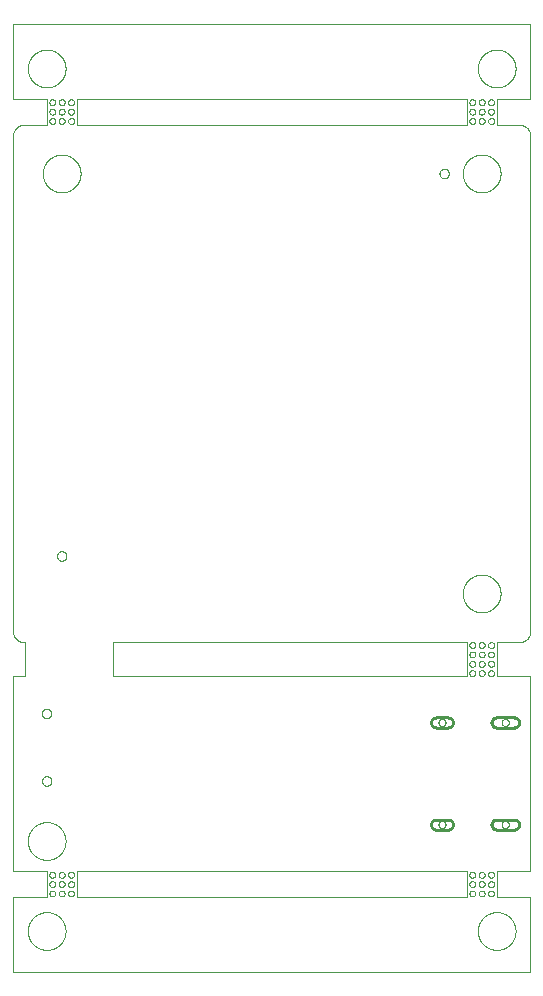
<source format=gbp>
G75*
%MOIN*%
%OFA0B0*%
%FSLAX25Y25*%
%IPPOS*%
%LPD*%
%AMOC8*
5,1,8,0,0,1.08239X$1,22.5*
%
%ADD10C,0.00000*%
%ADD11C,0.00984*%
D10*
X0003000Y0001000D02*
X0175500Y0001000D01*
X0175500Y0026000D01*
X0164250Y0026000D01*
X0164250Y0034750D01*
X0175500Y0034750D01*
X0175500Y0099750D01*
X0164250Y0099750D01*
X0164250Y0111000D01*
X0171750Y0111000D01*
X0171870Y0111002D01*
X0171990Y0111008D01*
X0172110Y0111017D01*
X0172230Y0111031D01*
X0172348Y0111048D01*
X0172467Y0111069D01*
X0172584Y0111094D01*
X0172701Y0111123D01*
X0172817Y0111155D01*
X0172932Y0111191D01*
X0173045Y0111231D01*
X0173157Y0111274D01*
X0173268Y0111321D01*
X0173377Y0111371D01*
X0173485Y0111425D01*
X0173590Y0111483D01*
X0173694Y0111543D01*
X0173796Y0111607D01*
X0173895Y0111674D01*
X0173993Y0111745D01*
X0174088Y0111818D01*
X0174181Y0111895D01*
X0174271Y0111974D01*
X0174359Y0112056D01*
X0174444Y0112141D01*
X0174526Y0112229D01*
X0174605Y0112319D01*
X0174682Y0112412D01*
X0174755Y0112507D01*
X0174826Y0112605D01*
X0174893Y0112704D01*
X0174957Y0112806D01*
X0175017Y0112910D01*
X0175075Y0113015D01*
X0175129Y0113123D01*
X0175179Y0113232D01*
X0175226Y0113343D01*
X0175269Y0113455D01*
X0175309Y0113568D01*
X0175345Y0113683D01*
X0175377Y0113799D01*
X0175406Y0113916D01*
X0175431Y0114033D01*
X0175452Y0114152D01*
X0175469Y0114270D01*
X0175483Y0114390D01*
X0175492Y0114510D01*
X0175498Y0114630D01*
X0175500Y0114750D01*
X0175500Y0279750D01*
X0175498Y0279870D01*
X0175492Y0279990D01*
X0175483Y0280110D01*
X0175469Y0280230D01*
X0175452Y0280348D01*
X0175431Y0280467D01*
X0175406Y0280584D01*
X0175377Y0280701D01*
X0175345Y0280817D01*
X0175309Y0280932D01*
X0175269Y0281045D01*
X0175226Y0281157D01*
X0175179Y0281268D01*
X0175129Y0281377D01*
X0175075Y0281485D01*
X0175017Y0281590D01*
X0174957Y0281694D01*
X0174893Y0281796D01*
X0174826Y0281895D01*
X0174755Y0281993D01*
X0174682Y0282088D01*
X0174605Y0282181D01*
X0174526Y0282271D01*
X0174444Y0282359D01*
X0174359Y0282444D01*
X0174271Y0282526D01*
X0174181Y0282605D01*
X0174088Y0282682D01*
X0173993Y0282755D01*
X0173895Y0282826D01*
X0173796Y0282893D01*
X0173694Y0282957D01*
X0173590Y0283017D01*
X0173485Y0283075D01*
X0173377Y0283129D01*
X0173268Y0283179D01*
X0173157Y0283226D01*
X0173045Y0283269D01*
X0172932Y0283309D01*
X0172817Y0283345D01*
X0172701Y0283377D01*
X0172584Y0283406D01*
X0172467Y0283431D01*
X0172348Y0283452D01*
X0172230Y0283469D01*
X0172110Y0283483D01*
X0171990Y0283492D01*
X0171870Y0283498D01*
X0171750Y0283500D01*
X0164250Y0283500D01*
X0164250Y0292250D01*
X0175500Y0292250D01*
X0175500Y0317250D01*
X0003000Y0317250D01*
X0003000Y0292250D01*
X0014250Y0292250D01*
X0014250Y0283500D01*
X0006750Y0283500D01*
X0006630Y0283498D01*
X0006510Y0283492D01*
X0006390Y0283483D01*
X0006270Y0283469D01*
X0006152Y0283452D01*
X0006033Y0283431D01*
X0005916Y0283406D01*
X0005799Y0283377D01*
X0005683Y0283345D01*
X0005568Y0283309D01*
X0005455Y0283269D01*
X0005343Y0283226D01*
X0005232Y0283179D01*
X0005123Y0283129D01*
X0005015Y0283075D01*
X0004910Y0283017D01*
X0004806Y0282957D01*
X0004704Y0282893D01*
X0004605Y0282826D01*
X0004507Y0282755D01*
X0004412Y0282682D01*
X0004319Y0282605D01*
X0004229Y0282526D01*
X0004141Y0282444D01*
X0004056Y0282359D01*
X0003974Y0282271D01*
X0003895Y0282181D01*
X0003818Y0282088D01*
X0003745Y0281993D01*
X0003674Y0281895D01*
X0003607Y0281796D01*
X0003543Y0281694D01*
X0003483Y0281590D01*
X0003425Y0281485D01*
X0003371Y0281377D01*
X0003321Y0281268D01*
X0003274Y0281157D01*
X0003231Y0281045D01*
X0003191Y0280932D01*
X0003155Y0280817D01*
X0003123Y0280701D01*
X0003094Y0280584D01*
X0003069Y0280467D01*
X0003048Y0280348D01*
X0003031Y0280230D01*
X0003017Y0280110D01*
X0003008Y0279990D01*
X0003002Y0279870D01*
X0003000Y0279750D01*
X0003000Y0114750D01*
X0003002Y0114630D01*
X0003008Y0114510D01*
X0003017Y0114390D01*
X0003031Y0114270D01*
X0003048Y0114152D01*
X0003069Y0114033D01*
X0003094Y0113916D01*
X0003123Y0113799D01*
X0003155Y0113683D01*
X0003191Y0113568D01*
X0003231Y0113455D01*
X0003274Y0113343D01*
X0003321Y0113232D01*
X0003371Y0113123D01*
X0003425Y0113015D01*
X0003483Y0112910D01*
X0003543Y0112806D01*
X0003607Y0112704D01*
X0003674Y0112605D01*
X0003745Y0112507D01*
X0003818Y0112412D01*
X0003895Y0112319D01*
X0003974Y0112229D01*
X0004056Y0112141D01*
X0004141Y0112056D01*
X0004229Y0111974D01*
X0004319Y0111895D01*
X0004412Y0111818D01*
X0004507Y0111745D01*
X0004605Y0111674D01*
X0004704Y0111607D01*
X0004806Y0111543D01*
X0004910Y0111483D01*
X0005015Y0111425D01*
X0005123Y0111371D01*
X0005232Y0111321D01*
X0005343Y0111274D01*
X0005455Y0111231D01*
X0005568Y0111191D01*
X0005683Y0111155D01*
X0005799Y0111123D01*
X0005916Y0111094D01*
X0006033Y0111069D01*
X0006152Y0111048D01*
X0006270Y0111031D01*
X0006390Y0111017D01*
X0006510Y0111008D01*
X0006630Y0111002D01*
X0006750Y0111000D01*
X0007062Y0111000D01*
X0007062Y0099750D01*
X0003000Y0099750D01*
X0003000Y0034750D01*
X0014250Y0034750D01*
X0014250Y0026000D01*
X0003000Y0026000D01*
X0003000Y0001000D01*
X0007951Y0014750D02*
X0007953Y0014908D01*
X0007959Y0015066D01*
X0007969Y0015224D01*
X0007983Y0015382D01*
X0008001Y0015539D01*
X0008022Y0015696D01*
X0008048Y0015852D01*
X0008078Y0016008D01*
X0008111Y0016163D01*
X0008149Y0016316D01*
X0008190Y0016469D01*
X0008235Y0016621D01*
X0008284Y0016772D01*
X0008337Y0016921D01*
X0008393Y0017069D01*
X0008453Y0017215D01*
X0008517Y0017360D01*
X0008585Y0017503D01*
X0008656Y0017645D01*
X0008730Y0017785D01*
X0008808Y0017922D01*
X0008890Y0018058D01*
X0008974Y0018192D01*
X0009063Y0018323D01*
X0009154Y0018452D01*
X0009249Y0018579D01*
X0009346Y0018704D01*
X0009447Y0018826D01*
X0009551Y0018945D01*
X0009658Y0019062D01*
X0009768Y0019176D01*
X0009881Y0019287D01*
X0009996Y0019396D01*
X0010114Y0019501D01*
X0010235Y0019603D01*
X0010358Y0019703D01*
X0010484Y0019799D01*
X0010612Y0019892D01*
X0010742Y0019982D01*
X0010875Y0020068D01*
X0011010Y0020152D01*
X0011146Y0020231D01*
X0011285Y0020308D01*
X0011426Y0020380D01*
X0011568Y0020450D01*
X0011712Y0020515D01*
X0011858Y0020577D01*
X0012005Y0020635D01*
X0012154Y0020690D01*
X0012304Y0020741D01*
X0012455Y0020788D01*
X0012607Y0020831D01*
X0012760Y0020870D01*
X0012915Y0020906D01*
X0013070Y0020937D01*
X0013226Y0020965D01*
X0013382Y0020989D01*
X0013539Y0021009D01*
X0013697Y0021025D01*
X0013854Y0021037D01*
X0014013Y0021045D01*
X0014171Y0021049D01*
X0014329Y0021049D01*
X0014487Y0021045D01*
X0014646Y0021037D01*
X0014803Y0021025D01*
X0014961Y0021009D01*
X0015118Y0020989D01*
X0015274Y0020965D01*
X0015430Y0020937D01*
X0015585Y0020906D01*
X0015740Y0020870D01*
X0015893Y0020831D01*
X0016045Y0020788D01*
X0016196Y0020741D01*
X0016346Y0020690D01*
X0016495Y0020635D01*
X0016642Y0020577D01*
X0016788Y0020515D01*
X0016932Y0020450D01*
X0017074Y0020380D01*
X0017215Y0020308D01*
X0017354Y0020231D01*
X0017490Y0020152D01*
X0017625Y0020068D01*
X0017758Y0019982D01*
X0017888Y0019892D01*
X0018016Y0019799D01*
X0018142Y0019703D01*
X0018265Y0019603D01*
X0018386Y0019501D01*
X0018504Y0019396D01*
X0018619Y0019287D01*
X0018732Y0019176D01*
X0018842Y0019062D01*
X0018949Y0018945D01*
X0019053Y0018826D01*
X0019154Y0018704D01*
X0019251Y0018579D01*
X0019346Y0018452D01*
X0019437Y0018323D01*
X0019526Y0018192D01*
X0019610Y0018058D01*
X0019692Y0017922D01*
X0019770Y0017785D01*
X0019844Y0017645D01*
X0019915Y0017503D01*
X0019983Y0017360D01*
X0020047Y0017215D01*
X0020107Y0017069D01*
X0020163Y0016921D01*
X0020216Y0016772D01*
X0020265Y0016621D01*
X0020310Y0016469D01*
X0020351Y0016316D01*
X0020389Y0016163D01*
X0020422Y0016008D01*
X0020452Y0015852D01*
X0020478Y0015696D01*
X0020499Y0015539D01*
X0020517Y0015382D01*
X0020531Y0015224D01*
X0020541Y0015066D01*
X0020547Y0014908D01*
X0020549Y0014750D01*
X0020547Y0014592D01*
X0020541Y0014434D01*
X0020531Y0014276D01*
X0020517Y0014118D01*
X0020499Y0013961D01*
X0020478Y0013804D01*
X0020452Y0013648D01*
X0020422Y0013492D01*
X0020389Y0013337D01*
X0020351Y0013184D01*
X0020310Y0013031D01*
X0020265Y0012879D01*
X0020216Y0012728D01*
X0020163Y0012579D01*
X0020107Y0012431D01*
X0020047Y0012285D01*
X0019983Y0012140D01*
X0019915Y0011997D01*
X0019844Y0011855D01*
X0019770Y0011715D01*
X0019692Y0011578D01*
X0019610Y0011442D01*
X0019526Y0011308D01*
X0019437Y0011177D01*
X0019346Y0011048D01*
X0019251Y0010921D01*
X0019154Y0010796D01*
X0019053Y0010674D01*
X0018949Y0010555D01*
X0018842Y0010438D01*
X0018732Y0010324D01*
X0018619Y0010213D01*
X0018504Y0010104D01*
X0018386Y0009999D01*
X0018265Y0009897D01*
X0018142Y0009797D01*
X0018016Y0009701D01*
X0017888Y0009608D01*
X0017758Y0009518D01*
X0017625Y0009432D01*
X0017490Y0009348D01*
X0017354Y0009269D01*
X0017215Y0009192D01*
X0017074Y0009120D01*
X0016932Y0009050D01*
X0016788Y0008985D01*
X0016642Y0008923D01*
X0016495Y0008865D01*
X0016346Y0008810D01*
X0016196Y0008759D01*
X0016045Y0008712D01*
X0015893Y0008669D01*
X0015740Y0008630D01*
X0015585Y0008594D01*
X0015430Y0008563D01*
X0015274Y0008535D01*
X0015118Y0008511D01*
X0014961Y0008491D01*
X0014803Y0008475D01*
X0014646Y0008463D01*
X0014487Y0008455D01*
X0014329Y0008451D01*
X0014171Y0008451D01*
X0014013Y0008455D01*
X0013854Y0008463D01*
X0013697Y0008475D01*
X0013539Y0008491D01*
X0013382Y0008511D01*
X0013226Y0008535D01*
X0013070Y0008563D01*
X0012915Y0008594D01*
X0012760Y0008630D01*
X0012607Y0008669D01*
X0012455Y0008712D01*
X0012304Y0008759D01*
X0012154Y0008810D01*
X0012005Y0008865D01*
X0011858Y0008923D01*
X0011712Y0008985D01*
X0011568Y0009050D01*
X0011426Y0009120D01*
X0011285Y0009192D01*
X0011146Y0009269D01*
X0011010Y0009348D01*
X0010875Y0009432D01*
X0010742Y0009518D01*
X0010612Y0009608D01*
X0010484Y0009701D01*
X0010358Y0009797D01*
X0010235Y0009897D01*
X0010114Y0009999D01*
X0009996Y0010104D01*
X0009881Y0010213D01*
X0009768Y0010324D01*
X0009658Y0010438D01*
X0009551Y0010555D01*
X0009447Y0010674D01*
X0009346Y0010796D01*
X0009249Y0010921D01*
X0009154Y0011048D01*
X0009063Y0011177D01*
X0008974Y0011308D01*
X0008890Y0011442D01*
X0008808Y0011578D01*
X0008730Y0011715D01*
X0008656Y0011855D01*
X0008585Y0011997D01*
X0008517Y0012140D01*
X0008453Y0012285D01*
X0008393Y0012431D01*
X0008337Y0012579D01*
X0008284Y0012728D01*
X0008235Y0012879D01*
X0008190Y0013031D01*
X0008149Y0013184D01*
X0008111Y0013337D01*
X0008078Y0013492D01*
X0008048Y0013648D01*
X0008022Y0013804D01*
X0008001Y0013961D01*
X0007983Y0014118D01*
X0007969Y0014276D01*
X0007959Y0014434D01*
X0007953Y0014592D01*
X0007951Y0014750D01*
X0015141Y0027250D02*
X0015143Y0027312D01*
X0015149Y0027375D01*
X0015159Y0027436D01*
X0015173Y0027497D01*
X0015190Y0027557D01*
X0015211Y0027616D01*
X0015237Y0027673D01*
X0015265Y0027728D01*
X0015297Y0027782D01*
X0015333Y0027833D01*
X0015371Y0027883D01*
X0015413Y0027929D01*
X0015457Y0027973D01*
X0015505Y0028014D01*
X0015554Y0028052D01*
X0015606Y0028086D01*
X0015660Y0028117D01*
X0015716Y0028145D01*
X0015774Y0028169D01*
X0015833Y0028190D01*
X0015893Y0028206D01*
X0015954Y0028219D01*
X0016016Y0028228D01*
X0016078Y0028233D01*
X0016141Y0028234D01*
X0016203Y0028231D01*
X0016265Y0028224D01*
X0016327Y0028213D01*
X0016387Y0028198D01*
X0016447Y0028180D01*
X0016505Y0028158D01*
X0016562Y0028132D01*
X0016617Y0028102D01*
X0016670Y0028069D01*
X0016721Y0028033D01*
X0016769Y0027994D01*
X0016815Y0027951D01*
X0016858Y0027906D01*
X0016898Y0027858D01*
X0016935Y0027808D01*
X0016969Y0027755D01*
X0017000Y0027701D01*
X0017026Y0027645D01*
X0017050Y0027587D01*
X0017069Y0027527D01*
X0017085Y0027467D01*
X0017097Y0027405D01*
X0017105Y0027344D01*
X0017109Y0027281D01*
X0017109Y0027219D01*
X0017105Y0027156D01*
X0017097Y0027095D01*
X0017085Y0027033D01*
X0017069Y0026973D01*
X0017050Y0026913D01*
X0017026Y0026855D01*
X0017000Y0026799D01*
X0016969Y0026745D01*
X0016935Y0026692D01*
X0016898Y0026642D01*
X0016858Y0026594D01*
X0016815Y0026549D01*
X0016769Y0026506D01*
X0016721Y0026467D01*
X0016670Y0026431D01*
X0016617Y0026398D01*
X0016562Y0026368D01*
X0016505Y0026342D01*
X0016447Y0026320D01*
X0016387Y0026302D01*
X0016327Y0026287D01*
X0016265Y0026276D01*
X0016203Y0026269D01*
X0016141Y0026266D01*
X0016078Y0026267D01*
X0016016Y0026272D01*
X0015954Y0026281D01*
X0015893Y0026294D01*
X0015833Y0026310D01*
X0015774Y0026331D01*
X0015716Y0026355D01*
X0015660Y0026383D01*
X0015606Y0026414D01*
X0015554Y0026448D01*
X0015505Y0026486D01*
X0015457Y0026527D01*
X0015413Y0026571D01*
X0015371Y0026617D01*
X0015333Y0026667D01*
X0015297Y0026718D01*
X0015265Y0026772D01*
X0015237Y0026827D01*
X0015211Y0026884D01*
X0015190Y0026943D01*
X0015173Y0027003D01*
X0015159Y0027064D01*
X0015149Y0027125D01*
X0015143Y0027188D01*
X0015141Y0027250D01*
X0015141Y0030375D02*
X0015143Y0030437D01*
X0015149Y0030500D01*
X0015159Y0030561D01*
X0015173Y0030622D01*
X0015190Y0030682D01*
X0015211Y0030741D01*
X0015237Y0030798D01*
X0015265Y0030853D01*
X0015297Y0030907D01*
X0015333Y0030958D01*
X0015371Y0031008D01*
X0015413Y0031054D01*
X0015457Y0031098D01*
X0015505Y0031139D01*
X0015554Y0031177D01*
X0015606Y0031211D01*
X0015660Y0031242D01*
X0015716Y0031270D01*
X0015774Y0031294D01*
X0015833Y0031315D01*
X0015893Y0031331D01*
X0015954Y0031344D01*
X0016016Y0031353D01*
X0016078Y0031358D01*
X0016141Y0031359D01*
X0016203Y0031356D01*
X0016265Y0031349D01*
X0016327Y0031338D01*
X0016387Y0031323D01*
X0016447Y0031305D01*
X0016505Y0031283D01*
X0016562Y0031257D01*
X0016617Y0031227D01*
X0016670Y0031194D01*
X0016721Y0031158D01*
X0016769Y0031119D01*
X0016815Y0031076D01*
X0016858Y0031031D01*
X0016898Y0030983D01*
X0016935Y0030933D01*
X0016969Y0030880D01*
X0017000Y0030826D01*
X0017026Y0030770D01*
X0017050Y0030712D01*
X0017069Y0030652D01*
X0017085Y0030592D01*
X0017097Y0030530D01*
X0017105Y0030469D01*
X0017109Y0030406D01*
X0017109Y0030344D01*
X0017105Y0030281D01*
X0017097Y0030220D01*
X0017085Y0030158D01*
X0017069Y0030098D01*
X0017050Y0030038D01*
X0017026Y0029980D01*
X0017000Y0029924D01*
X0016969Y0029870D01*
X0016935Y0029817D01*
X0016898Y0029767D01*
X0016858Y0029719D01*
X0016815Y0029674D01*
X0016769Y0029631D01*
X0016721Y0029592D01*
X0016670Y0029556D01*
X0016617Y0029523D01*
X0016562Y0029493D01*
X0016505Y0029467D01*
X0016447Y0029445D01*
X0016387Y0029427D01*
X0016327Y0029412D01*
X0016265Y0029401D01*
X0016203Y0029394D01*
X0016141Y0029391D01*
X0016078Y0029392D01*
X0016016Y0029397D01*
X0015954Y0029406D01*
X0015893Y0029419D01*
X0015833Y0029435D01*
X0015774Y0029456D01*
X0015716Y0029480D01*
X0015660Y0029508D01*
X0015606Y0029539D01*
X0015554Y0029573D01*
X0015505Y0029611D01*
X0015457Y0029652D01*
X0015413Y0029696D01*
X0015371Y0029742D01*
X0015333Y0029792D01*
X0015297Y0029843D01*
X0015265Y0029897D01*
X0015237Y0029952D01*
X0015211Y0030009D01*
X0015190Y0030068D01*
X0015173Y0030128D01*
X0015159Y0030189D01*
X0015149Y0030250D01*
X0015143Y0030313D01*
X0015141Y0030375D01*
X0015141Y0033500D02*
X0015143Y0033562D01*
X0015149Y0033625D01*
X0015159Y0033686D01*
X0015173Y0033747D01*
X0015190Y0033807D01*
X0015211Y0033866D01*
X0015237Y0033923D01*
X0015265Y0033978D01*
X0015297Y0034032D01*
X0015333Y0034083D01*
X0015371Y0034133D01*
X0015413Y0034179D01*
X0015457Y0034223D01*
X0015505Y0034264D01*
X0015554Y0034302D01*
X0015606Y0034336D01*
X0015660Y0034367D01*
X0015716Y0034395D01*
X0015774Y0034419D01*
X0015833Y0034440D01*
X0015893Y0034456D01*
X0015954Y0034469D01*
X0016016Y0034478D01*
X0016078Y0034483D01*
X0016141Y0034484D01*
X0016203Y0034481D01*
X0016265Y0034474D01*
X0016327Y0034463D01*
X0016387Y0034448D01*
X0016447Y0034430D01*
X0016505Y0034408D01*
X0016562Y0034382D01*
X0016617Y0034352D01*
X0016670Y0034319D01*
X0016721Y0034283D01*
X0016769Y0034244D01*
X0016815Y0034201D01*
X0016858Y0034156D01*
X0016898Y0034108D01*
X0016935Y0034058D01*
X0016969Y0034005D01*
X0017000Y0033951D01*
X0017026Y0033895D01*
X0017050Y0033837D01*
X0017069Y0033777D01*
X0017085Y0033717D01*
X0017097Y0033655D01*
X0017105Y0033594D01*
X0017109Y0033531D01*
X0017109Y0033469D01*
X0017105Y0033406D01*
X0017097Y0033345D01*
X0017085Y0033283D01*
X0017069Y0033223D01*
X0017050Y0033163D01*
X0017026Y0033105D01*
X0017000Y0033049D01*
X0016969Y0032995D01*
X0016935Y0032942D01*
X0016898Y0032892D01*
X0016858Y0032844D01*
X0016815Y0032799D01*
X0016769Y0032756D01*
X0016721Y0032717D01*
X0016670Y0032681D01*
X0016617Y0032648D01*
X0016562Y0032618D01*
X0016505Y0032592D01*
X0016447Y0032570D01*
X0016387Y0032552D01*
X0016327Y0032537D01*
X0016265Y0032526D01*
X0016203Y0032519D01*
X0016141Y0032516D01*
X0016078Y0032517D01*
X0016016Y0032522D01*
X0015954Y0032531D01*
X0015893Y0032544D01*
X0015833Y0032560D01*
X0015774Y0032581D01*
X0015716Y0032605D01*
X0015660Y0032633D01*
X0015606Y0032664D01*
X0015554Y0032698D01*
X0015505Y0032736D01*
X0015457Y0032777D01*
X0015413Y0032821D01*
X0015371Y0032867D01*
X0015333Y0032917D01*
X0015297Y0032968D01*
X0015265Y0033022D01*
X0015237Y0033077D01*
X0015211Y0033134D01*
X0015190Y0033193D01*
X0015173Y0033253D01*
X0015159Y0033314D01*
X0015149Y0033375D01*
X0015143Y0033438D01*
X0015141Y0033500D01*
X0018266Y0033500D02*
X0018268Y0033562D01*
X0018274Y0033625D01*
X0018284Y0033686D01*
X0018298Y0033747D01*
X0018315Y0033807D01*
X0018336Y0033866D01*
X0018362Y0033923D01*
X0018390Y0033978D01*
X0018422Y0034032D01*
X0018458Y0034083D01*
X0018496Y0034133D01*
X0018538Y0034179D01*
X0018582Y0034223D01*
X0018630Y0034264D01*
X0018679Y0034302D01*
X0018731Y0034336D01*
X0018785Y0034367D01*
X0018841Y0034395D01*
X0018899Y0034419D01*
X0018958Y0034440D01*
X0019018Y0034456D01*
X0019079Y0034469D01*
X0019141Y0034478D01*
X0019203Y0034483D01*
X0019266Y0034484D01*
X0019328Y0034481D01*
X0019390Y0034474D01*
X0019452Y0034463D01*
X0019512Y0034448D01*
X0019572Y0034430D01*
X0019630Y0034408D01*
X0019687Y0034382D01*
X0019742Y0034352D01*
X0019795Y0034319D01*
X0019846Y0034283D01*
X0019894Y0034244D01*
X0019940Y0034201D01*
X0019983Y0034156D01*
X0020023Y0034108D01*
X0020060Y0034058D01*
X0020094Y0034005D01*
X0020125Y0033951D01*
X0020151Y0033895D01*
X0020175Y0033837D01*
X0020194Y0033777D01*
X0020210Y0033717D01*
X0020222Y0033655D01*
X0020230Y0033594D01*
X0020234Y0033531D01*
X0020234Y0033469D01*
X0020230Y0033406D01*
X0020222Y0033345D01*
X0020210Y0033283D01*
X0020194Y0033223D01*
X0020175Y0033163D01*
X0020151Y0033105D01*
X0020125Y0033049D01*
X0020094Y0032995D01*
X0020060Y0032942D01*
X0020023Y0032892D01*
X0019983Y0032844D01*
X0019940Y0032799D01*
X0019894Y0032756D01*
X0019846Y0032717D01*
X0019795Y0032681D01*
X0019742Y0032648D01*
X0019687Y0032618D01*
X0019630Y0032592D01*
X0019572Y0032570D01*
X0019512Y0032552D01*
X0019452Y0032537D01*
X0019390Y0032526D01*
X0019328Y0032519D01*
X0019266Y0032516D01*
X0019203Y0032517D01*
X0019141Y0032522D01*
X0019079Y0032531D01*
X0019018Y0032544D01*
X0018958Y0032560D01*
X0018899Y0032581D01*
X0018841Y0032605D01*
X0018785Y0032633D01*
X0018731Y0032664D01*
X0018679Y0032698D01*
X0018630Y0032736D01*
X0018582Y0032777D01*
X0018538Y0032821D01*
X0018496Y0032867D01*
X0018458Y0032917D01*
X0018422Y0032968D01*
X0018390Y0033022D01*
X0018362Y0033077D01*
X0018336Y0033134D01*
X0018315Y0033193D01*
X0018298Y0033253D01*
X0018284Y0033314D01*
X0018274Y0033375D01*
X0018268Y0033438D01*
X0018266Y0033500D01*
X0018266Y0030375D02*
X0018268Y0030437D01*
X0018274Y0030500D01*
X0018284Y0030561D01*
X0018298Y0030622D01*
X0018315Y0030682D01*
X0018336Y0030741D01*
X0018362Y0030798D01*
X0018390Y0030853D01*
X0018422Y0030907D01*
X0018458Y0030958D01*
X0018496Y0031008D01*
X0018538Y0031054D01*
X0018582Y0031098D01*
X0018630Y0031139D01*
X0018679Y0031177D01*
X0018731Y0031211D01*
X0018785Y0031242D01*
X0018841Y0031270D01*
X0018899Y0031294D01*
X0018958Y0031315D01*
X0019018Y0031331D01*
X0019079Y0031344D01*
X0019141Y0031353D01*
X0019203Y0031358D01*
X0019266Y0031359D01*
X0019328Y0031356D01*
X0019390Y0031349D01*
X0019452Y0031338D01*
X0019512Y0031323D01*
X0019572Y0031305D01*
X0019630Y0031283D01*
X0019687Y0031257D01*
X0019742Y0031227D01*
X0019795Y0031194D01*
X0019846Y0031158D01*
X0019894Y0031119D01*
X0019940Y0031076D01*
X0019983Y0031031D01*
X0020023Y0030983D01*
X0020060Y0030933D01*
X0020094Y0030880D01*
X0020125Y0030826D01*
X0020151Y0030770D01*
X0020175Y0030712D01*
X0020194Y0030652D01*
X0020210Y0030592D01*
X0020222Y0030530D01*
X0020230Y0030469D01*
X0020234Y0030406D01*
X0020234Y0030344D01*
X0020230Y0030281D01*
X0020222Y0030220D01*
X0020210Y0030158D01*
X0020194Y0030098D01*
X0020175Y0030038D01*
X0020151Y0029980D01*
X0020125Y0029924D01*
X0020094Y0029870D01*
X0020060Y0029817D01*
X0020023Y0029767D01*
X0019983Y0029719D01*
X0019940Y0029674D01*
X0019894Y0029631D01*
X0019846Y0029592D01*
X0019795Y0029556D01*
X0019742Y0029523D01*
X0019687Y0029493D01*
X0019630Y0029467D01*
X0019572Y0029445D01*
X0019512Y0029427D01*
X0019452Y0029412D01*
X0019390Y0029401D01*
X0019328Y0029394D01*
X0019266Y0029391D01*
X0019203Y0029392D01*
X0019141Y0029397D01*
X0019079Y0029406D01*
X0019018Y0029419D01*
X0018958Y0029435D01*
X0018899Y0029456D01*
X0018841Y0029480D01*
X0018785Y0029508D01*
X0018731Y0029539D01*
X0018679Y0029573D01*
X0018630Y0029611D01*
X0018582Y0029652D01*
X0018538Y0029696D01*
X0018496Y0029742D01*
X0018458Y0029792D01*
X0018422Y0029843D01*
X0018390Y0029897D01*
X0018362Y0029952D01*
X0018336Y0030009D01*
X0018315Y0030068D01*
X0018298Y0030128D01*
X0018284Y0030189D01*
X0018274Y0030250D01*
X0018268Y0030313D01*
X0018266Y0030375D01*
X0018266Y0027250D02*
X0018268Y0027312D01*
X0018274Y0027375D01*
X0018284Y0027436D01*
X0018298Y0027497D01*
X0018315Y0027557D01*
X0018336Y0027616D01*
X0018362Y0027673D01*
X0018390Y0027728D01*
X0018422Y0027782D01*
X0018458Y0027833D01*
X0018496Y0027883D01*
X0018538Y0027929D01*
X0018582Y0027973D01*
X0018630Y0028014D01*
X0018679Y0028052D01*
X0018731Y0028086D01*
X0018785Y0028117D01*
X0018841Y0028145D01*
X0018899Y0028169D01*
X0018958Y0028190D01*
X0019018Y0028206D01*
X0019079Y0028219D01*
X0019141Y0028228D01*
X0019203Y0028233D01*
X0019266Y0028234D01*
X0019328Y0028231D01*
X0019390Y0028224D01*
X0019452Y0028213D01*
X0019512Y0028198D01*
X0019572Y0028180D01*
X0019630Y0028158D01*
X0019687Y0028132D01*
X0019742Y0028102D01*
X0019795Y0028069D01*
X0019846Y0028033D01*
X0019894Y0027994D01*
X0019940Y0027951D01*
X0019983Y0027906D01*
X0020023Y0027858D01*
X0020060Y0027808D01*
X0020094Y0027755D01*
X0020125Y0027701D01*
X0020151Y0027645D01*
X0020175Y0027587D01*
X0020194Y0027527D01*
X0020210Y0027467D01*
X0020222Y0027405D01*
X0020230Y0027344D01*
X0020234Y0027281D01*
X0020234Y0027219D01*
X0020230Y0027156D01*
X0020222Y0027095D01*
X0020210Y0027033D01*
X0020194Y0026973D01*
X0020175Y0026913D01*
X0020151Y0026855D01*
X0020125Y0026799D01*
X0020094Y0026745D01*
X0020060Y0026692D01*
X0020023Y0026642D01*
X0019983Y0026594D01*
X0019940Y0026549D01*
X0019894Y0026506D01*
X0019846Y0026467D01*
X0019795Y0026431D01*
X0019742Y0026398D01*
X0019687Y0026368D01*
X0019630Y0026342D01*
X0019572Y0026320D01*
X0019512Y0026302D01*
X0019452Y0026287D01*
X0019390Y0026276D01*
X0019328Y0026269D01*
X0019266Y0026266D01*
X0019203Y0026267D01*
X0019141Y0026272D01*
X0019079Y0026281D01*
X0019018Y0026294D01*
X0018958Y0026310D01*
X0018899Y0026331D01*
X0018841Y0026355D01*
X0018785Y0026383D01*
X0018731Y0026414D01*
X0018679Y0026448D01*
X0018630Y0026486D01*
X0018582Y0026527D01*
X0018538Y0026571D01*
X0018496Y0026617D01*
X0018458Y0026667D01*
X0018422Y0026718D01*
X0018390Y0026772D01*
X0018362Y0026827D01*
X0018336Y0026884D01*
X0018315Y0026943D01*
X0018298Y0027003D01*
X0018284Y0027064D01*
X0018274Y0027125D01*
X0018268Y0027188D01*
X0018266Y0027250D01*
X0021391Y0027250D02*
X0021393Y0027312D01*
X0021399Y0027375D01*
X0021409Y0027436D01*
X0021423Y0027497D01*
X0021440Y0027557D01*
X0021461Y0027616D01*
X0021487Y0027673D01*
X0021515Y0027728D01*
X0021547Y0027782D01*
X0021583Y0027833D01*
X0021621Y0027883D01*
X0021663Y0027929D01*
X0021707Y0027973D01*
X0021755Y0028014D01*
X0021804Y0028052D01*
X0021856Y0028086D01*
X0021910Y0028117D01*
X0021966Y0028145D01*
X0022024Y0028169D01*
X0022083Y0028190D01*
X0022143Y0028206D01*
X0022204Y0028219D01*
X0022266Y0028228D01*
X0022328Y0028233D01*
X0022391Y0028234D01*
X0022453Y0028231D01*
X0022515Y0028224D01*
X0022577Y0028213D01*
X0022637Y0028198D01*
X0022697Y0028180D01*
X0022755Y0028158D01*
X0022812Y0028132D01*
X0022867Y0028102D01*
X0022920Y0028069D01*
X0022971Y0028033D01*
X0023019Y0027994D01*
X0023065Y0027951D01*
X0023108Y0027906D01*
X0023148Y0027858D01*
X0023185Y0027808D01*
X0023219Y0027755D01*
X0023250Y0027701D01*
X0023276Y0027645D01*
X0023300Y0027587D01*
X0023319Y0027527D01*
X0023335Y0027467D01*
X0023347Y0027405D01*
X0023355Y0027344D01*
X0023359Y0027281D01*
X0023359Y0027219D01*
X0023355Y0027156D01*
X0023347Y0027095D01*
X0023335Y0027033D01*
X0023319Y0026973D01*
X0023300Y0026913D01*
X0023276Y0026855D01*
X0023250Y0026799D01*
X0023219Y0026745D01*
X0023185Y0026692D01*
X0023148Y0026642D01*
X0023108Y0026594D01*
X0023065Y0026549D01*
X0023019Y0026506D01*
X0022971Y0026467D01*
X0022920Y0026431D01*
X0022867Y0026398D01*
X0022812Y0026368D01*
X0022755Y0026342D01*
X0022697Y0026320D01*
X0022637Y0026302D01*
X0022577Y0026287D01*
X0022515Y0026276D01*
X0022453Y0026269D01*
X0022391Y0026266D01*
X0022328Y0026267D01*
X0022266Y0026272D01*
X0022204Y0026281D01*
X0022143Y0026294D01*
X0022083Y0026310D01*
X0022024Y0026331D01*
X0021966Y0026355D01*
X0021910Y0026383D01*
X0021856Y0026414D01*
X0021804Y0026448D01*
X0021755Y0026486D01*
X0021707Y0026527D01*
X0021663Y0026571D01*
X0021621Y0026617D01*
X0021583Y0026667D01*
X0021547Y0026718D01*
X0021515Y0026772D01*
X0021487Y0026827D01*
X0021461Y0026884D01*
X0021440Y0026943D01*
X0021423Y0027003D01*
X0021409Y0027064D01*
X0021399Y0027125D01*
X0021393Y0027188D01*
X0021391Y0027250D01*
X0024250Y0026000D02*
X0154250Y0026000D01*
X0154250Y0034750D01*
X0024250Y0034750D01*
X0024250Y0026000D01*
X0021391Y0030375D02*
X0021393Y0030437D01*
X0021399Y0030500D01*
X0021409Y0030561D01*
X0021423Y0030622D01*
X0021440Y0030682D01*
X0021461Y0030741D01*
X0021487Y0030798D01*
X0021515Y0030853D01*
X0021547Y0030907D01*
X0021583Y0030958D01*
X0021621Y0031008D01*
X0021663Y0031054D01*
X0021707Y0031098D01*
X0021755Y0031139D01*
X0021804Y0031177D01*
X0021856Y0031211D01*
X0021910Y0031242D01*
X0021966Y0031270D01*
X0022024Y0031294D01*
X0022083Y0031315D01*
X0022143Y0031331D01*
X0022204Y0031344D01*
X0022266Y0031353D01*
X0022328Y0031358D01*
X0022391Y0031359D01*
X0022453Y0031356D01*
X0022515Y0031349D01*
X0022577Y0031338D01*
X0022637Y0031323D01*
X0022697Y0031305D01*
X0022755Y0031283D01*
X0022812Y0031257D01*
X0022867Y0031227D01*
X0022920Y0031194D01*
X0022971Y0031158D01*
X0023019Y0031119D01*
X0023065Y0031076D01*
X0023108Y0031031D01*
X0023148Y0030983D01*
X0023185Y0030933D01*
X0023219Y0030880D01*
X0023250Y0030826D01*
X0023276Y0030770D01*
X0023300Y0030712D01*
X0023319Y0030652D01*
X0023335Y0030592D01*
X0023347Y0030530D01*
X0023355Y0030469D01*
X0023359Y0030406D01*
X0023359Y0030344D01*
X0023355Y0030281D01*
X0023347Y0030220D01*
X0023335Y0030158D01*
X0023319Y0030098D01*
X0023300Y0030038D01*
X0023276Y0029980D01*
X0023250Y0029924D01*
X0023219Y0029870D01*
X0023185Y0029817D01*
X0023148Y0029767D01*
X0023108Y0029719D01*
X0023065Y0029674D01*
X0023019Y0029631D01*
X0022971Y0029592D01*
X0022920Y0029556D01*
X0022867Y0029523D01*
X0022812Y0029493D01*
X0022755Y0029467D01*
X0022697Y0029445D01*
X0022637Y0029427D01*
X0022577Y0029412D01*
X0022515Y0029401D01*
X0022453Y0029394D01*
X0022391Y0029391D01*
X0022328Y0029392D01*
X0022266Y0029397D01*
X0022204Y0029406D01*
X0022143Y0029419D01*
X0022083Y0029435D01*
X0022024Y0029456D01*
X0021966Y0029480D01*
X0021910Y0029508D01*
X0021856Y0029539D01*
X0021804Y0029573D01*
X0021755Y0029611D01*
X0021707Y0029652D01*
X0021663Y0029696D01*
X0021621Y0029742D01*
X0021583Y0029792D01*
X0021547Y0029843D01*
X0021515Y0029897D01*
X0021487Y0029952D01*
X0021461Y0030009D01*
X0021440Y0030068D01*
X0021423Y0030128D01*
X0021409Y0030189D01*
X0021399Y0030250D01*
X0021393Y0030313D01*
X0021391Y0030375D01*
X0021391Y0033500D02*
X0021393Y0033562D01*
X0021399Y0033625D01*
X0021409Y0033686D01*
X0021423Y0033747D01*
X0021440Y0033807D01*
X0021461Y0033866D01*
X0021487Y0033923D01*
X0021515Y0033978D01*
X0021547Y0034032D01*
X0021583Y0034083D01*
X0021621Y0034133D01*
X0021663Y0034179D01*
X0021707Y0034223D01*
X0021755Y0034264D01*
X0021804Y0034302D01*
X0021856Y0034336D01*
X0021910Y0034367D01*
X0021966Y0034395D01*
X0022024Y0034419D01*
X0022083Y0034440D01*
X0022143Y0034456D01*
X0022204Y0034469D01*
X0022266Y0034478D01*
X0022328Y0034483D01*
X0022391Y0034484D01*
X0022453Y0034481D01*
X0022515Y0034474D01*
X0022577Y0034463D01*
X0022637Y0034448D01*
X0022697Y0034430D01*
X0022755Y0034408D01*
X0022812Y0034382D01*
X0022867Y0034352D01*
X0022920Y0034319D01*
X0022971Y0034283D01*
X0023019Y0034244D01*
X0023065Y0034201D01*
X0023108Y0034156D01*
X0023148Y0034108D01*
X0023185Y0034058D01*
X0023219Y0034005D01*
X0023250Y0033951D01*
X0023276Y0033895D01*
X0023300Y0033837D01*
X0023319Y0033777D01*
X0023335Y0033717D01*
X0023347Y0033655D01*
X0023355Y0033594D01*
X0023359Y0033531D01*
X0023359Y0033469D01*
X0023355Y0033406D01*
X0023347Y0033345D01*
X0023335Y0033283D01*
X0023319Y0033223D01*
X0023300Y0033163D01*
X0023276Y0033105D01*
X0023250Y0033049D01*
X0023219Y0032995D01*
X0023185Y0032942D01*
X0023148Y0032892D01*
X0023108Y0032844D01*
X0023065Y0032799D01*
X0023019Y0032756D01*
X0022971Y0032717D01*
X0022920Y0032681D01*
X0022867Y0032648D01*
X0022812Y0032618D01*
X0022755Y0032592D01*
X0022697Y0032570D01*
X0022637Y0032552D01*
X0022577Y0032537D01*
X0022515Y0032526D01*
X0022453Y0032519D01*
X0022391Y0032516D01*
X0022328Y0032517D01*
X0022266Y0032522D01*
X0022204Y0032531D01*
X0022143Y0032544D01*
X0022083Y0032560D01*
X0022024Y0032581D01*
X0021966Y0032605D01*
X0021910Y0032633D01*
X0021856Y0032664D01*
X0021804Y0032698D01*
X0021755Y0032736D01*
X0021707Y0032777D01*
X0021663Y0032821D01*
X0021621Y0032867D01*
X0021583Y0032917D01*
X0021547Y0032968D01*
X0021515Y0033022D01*
X0021487Y0033077D01*
X0021461Y0033134D01*
X0021440Y0033193D01*
X0021423Y0033253D01*
X0021409Y0033314D01*
X0021399Y0033375D01*
X0021393Y0033438D01*
X0021391Y0033500D01*
X0007951Y0044750D02*
X0007953Y0044908D01*
X0007959Y0045066D01*
X0007969Y0045224D01*
X0007983Y0045382D01*
X0008001Y0045539D01*
X0008022Y0045696D01*
X0008048Y0045852D01*
X0008078Y0046008D01*
X0008111Y0046163D01*
X0008149Y0046316D01*
X0008190Y0046469D01*
X0008235Y0046621D01*
X0008284Y0046772D01*
X0008337Y0046921D01*
X0008393Y0047069D01*
X0008453Y0047215D01*
X0008517Y0047360D01*
X0008585Y0047503D01*
X0008656Y0047645D01*
X0008730Y0047785D01*
X0008808Y0047922D01*
X0008890Y0048058D01*
X0008974Y0048192D01*
X0009063Y0048323D01*
X0009154Y0048452D01*
X0009249Y0048579D01*
X0009346Y0048704D01*
X0009447Y0048826D01*
X0009551Y0048945D01*
X0009658Y0049062D01*
X0009768Y0049176D01*
X0009881Y0049287D01*
X0009996Y0049396D01*
X0010114Y0049501D01*
X0010235Y0049603D01*
X0010358Y0049703D01*
X0010484Y0049799D01*
X0010612Y0049892D01*
X0010742Y0049982D01*
X0010875Y0050068D01*
X0011010Y0050152D01*
X0011146Y0050231D01*
X0011285Y0050308D01*
X0011426Y0050380D01*
X0011568Y0050450D01*
X0011712Y0050515D01*
X0011858Y0050577D01*
X0012005Y0050635D01*
X0012154Y0050690D01*
X0012304Y0050741D01*
X0012455Y0050788D01*
X0012607Y0050831D01*
X0012760Y0050870D01*
X0012915Y0050906D01*
X0013070Y0050937D01*
X0013226Y0050965D01*
X0013382Y0050989D01*
X0013539Y0051009D01*
X0013697Y0051025D01*
X0013854Y0051037D01*
X0014013Y0051045D01*
X0014171Y0051049D01*
X0014329Y0051049D01*
X0014487Y0051045D01*
X0014646Y0051037D01*
X0014803Y0051025D01*
X0014961Y0051009D01*
X0015118Y0050989D01*
X0015274Y0050965D01*
X0015430Y0050937D01*
X0015585Y0050906D01*
X0015740Y0050870D01*
X0015893Y0050831D01*
X0016045Y0050788D01*
X0016196Y0050741D01*
X0016346Y0050690D01*
X0016495Y0050635D01*
X0016642Y0050577D01*
X0016788Y0050515D01*
X0016932Y0050450D01*
X0017074Y0050380D01*
X0017215Y0050308D01*
X0017354Y0050231D01*
X0017490Y0050152D01*
X0017625Y0050068D01*
X0017758Y0049982D01*
X0017888Y0049892D01*
X0018016Y0049799D01*
X0018142Y0049703D01*
X0018265Y0049603D01*
X0018386Y0049501D01*
X0018504Y0049396D01*
X0018619Y0049287D01*
X0018732Y0049176D01*
X0018842Y0049062D01*
X0018949Y0048945D01*
X0019053Y0048826D01*
X0019154Y0048704D01*
X0019251Y0048579D01*
X0019346Y0048452D01*
X0019437Y0048323D01*
X0019526Y0048192D01*
X0019610Y0048058D01*
X0019692Y0047922D01*
X0019770Y0047785D01*
X0019844Y0047645D01*
X0019915Y0047503D01*
X0019983Y0047360D01*
X0020047Y0047215D01*
X0020107Y0047069D01*
X0020163Y0046921D01*
X0020216Y0046772D01*
X0020265Y0046621D01*
X0020310Y0046469D01*
X0020351Y0046316D01*
X0020389Y0046163D01*
X0020422Y0046008D01*
X0020452Y0045852D01*
X0020478Y0045696D01*
X0020499Y0045539D01*
X0020517Y0045382D01*
X0020531Y0045224D01*
X0020541Y0045066D01*
X0020547Y0044908D01*
X0020549Y0044750D01*
X0020547Y0044592D01*
X0020541Y0044434D01*
X0020531Y0044276D01*
X0020517Y0044118D01*
X0020499Y0043961D01*
X0020478Y0043804D01*
X0020452Y0043648D01*
X0020422Y0043492D01*
X0020389Y0043337D01*
X0020351Y0043184D01*
X0020310Y0043031D01*
X0020265Y0042879D01*
X0020216Y0042728D01*
X0020163Y0042579D01*
X0020107Y0042431D01*
X0020047Y0042285D01*
X0019983Y0042140D01*
X0019915Y0041997D01*
X0019844Y0041855D01*
X0019770Y0041715D01*
X0019692Y0041578D01*
X0019610Y0041442D01*
X0019526Y0041308D01*
X0019437Y0041177D01*
X0019346Y0041048D01*
X0019251Y0040921D01*
X0019154Y0040796D01*
X0019053Y0040674D01*
X0018949Y0040555D01*
X0018842Y0040438D01*
X0018732Y0040324D01*
X0018619Y0040213D01*
X0018504Y0040104D01*
X0018386Y0039999D01*
X0018265Y0039897D01*
X0018142Y0039797D01*
X0018016Y0039701D01*
X0017888Y0039608D01*
X0017758Y0039518D01*
X0017625Y0039432D01*
X0017490Y0039348D01*
X0017354Y0039269D01*
X0017215Y0039192D01*
X0017074Y0039120D01*
X0016932Y0039050D01*
X0016788Y0038985D01*
X0016642Y0038923D01*
X0016495Y0038865D01*
X0016346Y0038810D01*
X0016196Y0038759D01*
X0016045Y0038712D01*
X0015893Y0038669D01*
X0015740Y0038630D01*
X0015585Y0038594D01*
X0015430Y0038563D01*
X0015274Y0038535D01*
X0015118Y0038511D01*
X0014961Y0038491D01*
X0014803Y0038475D01*
X0014646Y0038463D01*
X0014487Y0038455D01*
X0014329Y0038451D01*
X0014171Y0038451D01*
X0014013Y0038455D01*
X0013854Y0038463D01*
X0013697Y0038475D01*
X0013539Y0038491D01*
X0013382Y0038511D01*
X0013226Y0038535D01*
X0013070Y0038563D01*
X0012915Y0038594D01*
X0012760Y0038630D01*
X0012607Y0038669D01*
X0012455Y0038712D01*
X0012304Y0038759D01*
X0012154Y0038810D01*
X0012005Y0038865D01*
X0011858Y0038923D01*
X0011712Y0038985D01*
X0011568Y0039050D01*
X0011426Y0039120D01*
X0011285Y0039192D01*
X0011146Y0039269D01*
X0011010Y0039348D01*
X0010875Y0039432D01*
X0010742Y0039518D01*
X0010612Y0039608D01*
X0010484Y0039701D01*
X0010358Y0039797D01*
X0010235Y0039897D01*
X0010114Y0039999D01*
X0009996Y0040104D01*
X0009881Y0040213D01*
X0009768Y0040324D01*
X0009658Y0040438D01*
X0009551Y0040555D01*
X0009447Y0040674D01*
X0009346Y0040796D01*
X0009249Y0040921D01*
X0009154Y0041048D01*
X0009063Y0041177D01*
X0008974Y0041308D01*
X0008890Y0041442D01*
X0008808Y0041578D01*
X0008730Y0041715D01*
X0008656Y0041855D01*
X0008585Y0041997D01*
X0008517Y0042140D01*
X0008453Y0042285D01*
X0008393Y0042431D01*
X0008337Y0042579D01*
X0008284Y0042728D01*
X0008235Y0042879D01*
X0008190Y0043031D01*
X0008149Y0043184D01*
X0008111Y0043337D01*
X0008078Y0043492D01*
X0008048Y0043648D01*
X0008022Y0043804D01*
X0008001Y0043961D01*
X0007983Y0044118D01*
X0007969Y0044276D01*
X0007959Y0044434D01*
X0007953Y0044592D01*
X0007951Y0044750D01*
X0012675Y0064750D02*
X0012677Y0064829D01*
X0012683Y0064908D01*
X0012693Y0064987D01*
X0012707Y0065065D01*
X0012724Y0065142D01*
X0012746Y0065218D01*
X0012771Y0065293D01*
X0012801Y0065366D01*
X0012833Y0065438D01*
X0012870Y0065509D01*
X0012910Y0065577D01*
X0012953Y0065643D01*
X0012999Y0065707D01*
X0013049Y0065769D01*
X0013102Y0065828D01*
X0013157Y0065884D01*
X0013216Y0065938D01*
X0013277Y0065988D01*
X0013340Y0066036D01*
X0013406Y0066080D01*
X0013474Y0066121D01*
X0013544Y0066158D01*
X0013615Y0066192D01*
X0013689Y0066222D01*
X0013763Y0066248D01*
X0013839Y0066270D01*
X0013916Y0066289D01*
X0013994Y0066304D01*
X0014072Y0066315D01*
X0014151Y0066322D01*
X0014230Y0066325D01*
X0014309Y0066324D01*
X0014388Y0066319D01*
X0014467Y0066310D01*
X0014545Y0066297D01*
X0014622Y0066280D01*
X0014699Y0066260D01*
X0014774Y0066235D01*
X0014848Y0066207D01*
X0014921Y0066175D01*
X0014991Y0066140D01*
X0015060Y0066101D01*
X0015127Y0066058D01*
X0015192Y0066012D01*
X0015254Y0065964D01*
X0015314Y0065912D01*
X0015371Y0065857D01*
X0015425Y0065799D01*
X0015476Y0065739D01*
X0015524Y0065676D01*
X0015569Y0065611D01*
X0015611Y0065543D01*
X0015649Y0065474D01*
X0015683Y0065403D01*
X0015714Y0065330D01*
X0015742Y0065255D01*
X0015765Y0065180D01*
X0015785Y0065103D01*
X0015801Y0065026D01*
X0015813Y0064947D01*
X0015821Y0064869D01*
X0015825Y0064790D01*
X0015825Y0064710D01*
X0015821Y0064631D01*
X0015813Y0064553D01*
X0015801Y0064474D01*
X0015785Y0064397D01*
X0015765Y0064320D01*
X0015742Y0064245D01*
X0015714Y0064170D01*
X0015683Y0064097D01*
X0015649Y0064026D01*
X0015611Y0063957D01*
X0015569Y0063889D01*
X0015524Y0063824D01*
X0015476Y0063761D01*
X0015425Y0063701D01*
X0015371Y0063643D01*
X0015314Y0063588D01*
X0015254Y0063536D01*
X0015192Y0063488D01*
X0015127Y0063442D01*
X0015060Y0063399D01*
X0014991Y0063360D01*
X0014921Y0063325D01*
X0014848Y0063293D01*
X0014774Y0063265D01*
X0014699Y0063240D01*
X0014622Y0063220D01*
X0014545Y0063203D01*
X0014467Y0063190D01*
X0014388Y0063181D01*
X0014309Y0063176D01*
X0014230Y0063175D01*
X0014151Y0063178D01*
X0014072Y0063185D01*
X0013994Y0063196D01*
X0013916Y0063211D01*
X0013839Y0063230D01*
X0013763Y0063252D01*
X0013689Y0063278D01*
X0013615Y0063308D01*
X0013544Y0063342D01*
X0013474Y0063379D01*
X0013406Y0063420D01*
X0013340Y0063464D01*
X0013277Y0063512D01*
X0013216Y0063562D01*
X0013157Y0063616D01*
X0013102Y0063672D01*
X0013049Y0063731D01*
X0012999Y0063793D01*
X0012953Y0063857D01*
X0012910Y0063923D01*
X0012870Y0063991D01*
X0012833Y0064062D01*
X0012801Y0064134D01*
X0012771Y0064207D01*
X0012746Y0064282D01*
X0012724Y0064358D01*
X0012707Y0064435D01*
X0012693Y0064513D01*
X0012683Y0064592D01*
X0012677Y0064671D01*
X0012675Y0064750D01*
X0012675Y0087250D02*
X0012677Y0087329D01*
X0012683Y0087408D01*
X0012693Y0087487D01*
X0012707Y0087565D01*
X0012724Y0087642D01*
X0012746Y0087718D01*
X0012771Y0087793D01*
X0012801Y0087866D01*
X0012833Y0087938D01*
X0012870Y0088009D01*
X0012910Y0088077D01*
X0012953Y0088143D01*
X0012999Y0088207D01*
X0013049Y0088269D01*
X0013102Y0088328D01*
X0013157Y0088384D01*
X0013216Y0088438D01*
X0013277Y0088488D01*
X0013340Y0088536D01*
X0013406Y0088580D01*
X0013474Y0088621D01*
X0013544Y0088658D01*
X0013615Y0088692D01*
X0013689Y0088722D01*
X0013763Y0088748D01*
X0013839Y0088770D01*
X0013916Y0088789D01*
X0013994Y0088804D01*
X0014072Y0088815D01*
X0014151Y0088822D01*
X0014230Y0088825D01*
X0014309Y0088824D01*
X0014388Y0088819D01*
X0014467Y0088810D01*
X0014545Y0088797D01*
X0014622Y0088780D01*
X0014699Y0088760D01*
X0014774Y0088735D01*
X0014848Y0088707D01*
X0014921Y0088675D01*
X0014991Y0088640D01*
X0015060Y0088601D01*
X0015127Y0088558D01*
X0015192Y0088512D01*
X0015254Y0088464D01*
X0015314Y0088412D01*
X0015371Y0088357D01*
X0015425Y0088299D01*
X0015476Y0088239D01*
X0015524Y0088176D01*
X0015569Y0088111D01*
X0015611Y0088043D01*
X0015649Y0087974D01*
X0015683Y0087903D01*
X0015714Y0087830D01*
X0015742Y0087755D01*
X0015765Y0087680D01*
X0015785Y0087603D01*
X0015801Y0087526D01*
X0015813Y0087447D01*
X0015821Y0087369D01*
X0015825Y0087290D01*
X0015825Y0087210D01*
X0015821Y0087131D01*
X0015813Y0087053D01*
X0015801Y0086974D01*
X0015785Y0086897D01*
X0015765Y0086820D01*
X0015742Y0086745D01*
X0015714Y0086670D01*
X0015683Y0086597D01*
X0015649Y0086526D01*
X0015611Y0086457D01*
X0015569Y0086389D01*
X0015524Y0086324D01*
X0015476Y0086261D01*
X0015425Y0086201D01*
X0015371Y0086143D01*
X0015314Y0086088D01*
X0015254Y0086036D01*
X0015192Y0085988D01*
X0015127Y0085942D01*
X0015060Y0085899D01*
X0014991Y0085860D01*
X0014921Y0085825D01*
X0014848Y0085793D01*
X0014774Y0085765D01*
X0014699Y0085740D01*
X0014622Y0085720D01*
X0014545Y0085703D01*
X0014467Y0085690D01*
X0014388Y0085681D01*
X0014309Y0085676D01*
X0014230Y0085675D01*
X0014151Y0085678D01*
X0014072Y0085685D01*
X0013994Y0085696D01*
X0013916Y0085711D01*
X0013839Y0085730D01*
X0013763Y0085752D01*
X0013689Y0085778D01*
X0013615Y0085808D01*
X0013544Y0085842D01*
X0013474Y0085879D01*
X0013406Y0085920D01*
X0013340Y0085964D01*
X0013277Y0086012D01*
X0013216Y0086062D01*
X0013157Y0086116D01*
X0013102Y0086172D01*
X0013049Y0086231D01*
X0012999Y0086293D01*
X0012953Y0086357D01*
X0012910Y0086423D01*
X0012870Y0086491D01*
X0012833Y0086562D01*
X0012801Y0086634D01*
X0012771Y0086707D01*
X0012746Y0086782D01*
X0012724Y0086858D01*
X0012707Y0086935D01*
X0012693Y0087013D01*
X0012683Y0087092D01*
X0012677Y0087171D01*
X0012675Y0087250D01*
X0036438Y0099750D02*
X0036438Y0111000D01*
X0154250Y0111000D01*
X0154250Y0099750D01*
X0036438Y0099750D01*
X0017675Y0139750D02*
X0017677Y0139829D01*
X0017683Y0139908D01*
X0017693Y0139987D01*
X0017707Y0140065D01*
X0017724Y0140142D01*
X0017746Y0140218D01*
X0017771Y0140293D01*
X0017801Y0140366D01*
X0017833Y0140438D01*
X0017870Y0140509D01*
X0017910Y0140577D01*
X0017953Y0140643D01*
X0017999Y0140707D01*
X0018049Y0140769D01*
X0018102Y0140828D01*
X0018157Y0140884D01*
X0018216Y0140938D01*
X0018277Y0140988D01*
X0018340Y0141036D01*
X0018406Y0141080D01*
X0018474Y0141121D01*
X0018544Y0141158D01*
X0018615Y0141192D01*
X0018689Y0141222D01*
X0018763Y0141248D01*
X0018839Y0141270D01*
X0018916Y0141289D01*
X0018994Y0141304D01*
X0019072Y0141315D01*
X0019151Y0141322D01*
X0019230Y0141325D01*
X0019309Y0141324D01*
X0019388Y0141319D01*
X0019467Y0141310D01*
X0019545Y0141297D01*
X0019622Y0141280D01*
X0019699Y0141260D01*
X0019774Y0141235D01*
X0019848Y0141207D01*
X0019921Y0141175D01*
X0019991Y0141140D01*
X0020060Y0141101D01*
X0020127Y0141058D01*
X0020192Y0141012D01*
X0020254Y0140964D01*
X0020314Y0140912D01*
X0020371Y0140857D01*
X0020425Y0140799D01*
X0020476Y0140739D01*
X0020524Y0140676D01*
X0020569Y0140611D01*
X0020611Y0140543D01*
X0020649Y0140474D01*
X0020683Y0140403D01*
X0020714Y0140330D01*
X0020742Y0140255D01*
X0020765Y0140180D01*
X0020785Y0140103D01*
X0020801Y0140026D01*
X0020813Y0139947D01*
X0020821Y0139869D01*
X0020825Y0139790D01*
X0020825Y0139710D01*
X0020821Y0139631D01*
X0020813Y0139553D01*
X0020801Y0139474D01*
X0020785Y0139397D01*
X0020765Y0139320D01*
X0020742Y0139245D01*
X0020714Y0139170D01*
X0020683Y0139097D01*
X0020649Y0139026D01*
X0020611Y0138957D01*
X0020569Y0138889D01*
X0020524Y0138824D01*
X0020476Y0138761D01*
X0020425Y0138701D01*
X0020371Y0138643D01*
X0020314Y0138588D01*
X0020254Y0138536D01*
X0020192Y0138488D01*
X0020127Y0138442D01*
X0020060Y0138399D01*
X0019991Y0138360D01*
X0019921Y0138325D01*
X0019848Y0138293D01*
X0019774Y0138265D01*
X0019699Y0138240D01*
X0019622Y0138220D01*
X0019545Y0138203D01*
X0019467Y0138190D01*
X0019388Y0138181D01*
X0019309Y0138176D01*
X0019230Y0138175D01*
X0019151Y0138178D01*
X0019072Y0138185D01*
X0018994Y0138196D01*
X0018916Y0138211D01*
X0018839Y0138230D01*
X0018763Y0138252D01*
X0018689Y0138278D01*
X0018615Y0138308D01*
X0018544Y0138342D01*
X0018474Y0138379D01*
X0018406Y0138420D01*
X0018340Y0138464D01*
X0018277Y0138512D01*
X0018216Y0138562D01*
X0018157Y0138616D01*
X0018102Y0138672D01*
X0018049Y0138731D01*
X0017999Y0138793D01*
X0017953Y0138857D01*
X0017910Y0138923D01*
X0017870Y0138991D01*
X0017833Y0139062D01*
X0017801Y0139134D01*
X0017771Y0139207D01*
X0017746Y0139282D01*
X0017724Y0139358D01*
X0017707Y0139435D01*
X0017693Y0139513D01*
X0017683Y0139592D01*
X0017677Y0139671D01*
X0017675Y0139750D01*
X0012951Y0267250D02*
X0012953Y0267408D01*
X0012959Y0267566D01*
X0012969Y0267724D01*
X0012983Y0267882D01*
X0013001Y0268039D01*
X0013022Y0268196D01*
X0013048Y0268352D01*
X0013078Y0268508D01*
X0013111Y0268663D01*
X0013149Y0268816D01*
X0013190Y0268969D01*
X0013235Y0269121D01*
X0013284Y0269272D01*
X0013337Y0269421D01*
X0013393Y0269569D01*
X0013453Y0269715D01*
X0013517Y0269860D01*
X0013585Y0270003D01*
X0013656Y0270145D01*
X0013730Y0270285D01*
X0013808Y0270422D01*
X0013890Y0270558D01*
X0013974Y0270692D01*
X0014063Y0270823D01*
X0014154Y0270952D01*
X0014249Y0271079D01*
X0014346Y0271204D01*
X0014447Y0271326D01*
X0014551Y0271445D01*
X0014658Y0271562D01*
X0014768Y0271676D01*
X0014881Y0271787D01*
X0014996Y0271896D01*
X0015114Y0272001D01*
X0015235Y0272103D01*
X0015358Y0272203D01*
X0015484Y0272299D01*
X0015612Y0272392D01*
X0015742Y0272482D01*
X0015875Y0272568D01*
X0016010Y0272652D01*
X0016146Y0272731D01*
X0016285Y0272808D01*
X0016426Y0272880D01*
X0016568Y0272950D01*
X0016712Y0273015D01*
X0016858Y0273077D01*
X0017005Y0273135D01*
X0017154Y0273190D01*
X0017304Y0273241D01*
X0017455Y0273288D01*
X0017607Y0273331D01*
X0017760Y0273370D01*
X0017915Y0273406D01*
X0018070Y0273437D01*
X0018226Y0273465D01*
X0018382Y0273489D01*
X0018539Y0273509D01*
X0018697Y0273525D01*
X0018854Y0273537D01*
X0019013Y0273545D01*
X0019171Y0273549D01*
X0019329Y0273549D01*
X0019487Y0273545D01*
X0019646Y0273537D01*
X0019803Y0273525D01*
X0019961Y0273509D01*
X0020118Y0273489D01*
X0020274Y0273465D01*
X0020430Y0273437D01*
X0020585Y0273406D01*
X0020740Y0273370D01*
X0020893Y0273331D01*
X0021045Y0273288D01*
X0021196Y0273241D01*
X0021346Y0273190D01*
X0021495Y0273135D01*
X0021642Y0273077D01*
X0021788Y0273015D01*
X0021932Y0272950D01*
X0022074Y0272880D01*
X0022215Y0272808D01*
X0022354Y0272731D01*
X0022490Y0272652D01*
X0022625Y0272568D01*
X0022758Y0272482D01*
X0022888Y0272392D01*
X0023016Y0272299D01*
X0023142Y0272203D01*
X0023265Y0272103D01*
X0023386Y0272001D01*
X0023504Y0271896D01*
X0023619Y0271787D01*
X0023732Y0271676D01*
X0023842Y0271562D01*
X0023949Y0271445D01*
X0024053Y0271326D01*
X0024154Y0271204D01*
X0024251Y0271079D01*
X0024346Y0270952D01*
X0024437Y0270823D01*
X0024526Y0270692D01*
X0024610Y0270558D01*
X0024692Y0270422D01*
X0024770Y0270285D01*
X0024844Y0270145D01*
X0024915Y0270003D01*
X0024983Y0269860D01*
X0025047Y0269715D01*
X0025107Y0269569D01*
X0025163Y0269421D01*
X0025216Y0269272D01*
X0025265Y0269121D01*
X0025310Y0268969D01*
X0025351Y0268816D01*
X0025389Y0268663D01*
X0025422Y0268508D01*
X0025452Y0268352D01*
X0025478Y0268196D01*
X0025499Y0268039D01*
X0025517Y0267882D01*
X0025531Y0267724D01*
X0025541Y0267566D01*
X0025547Y0267408D01*
X0025549Y0267250D01*
X0025547Y0267092D01*
X0025541Y0266934D01*
X0025531Y0266776D01*
X0025517Y0266618D01*
X0025499Y0266461D01*
X0025478Y0266304D01*
X0025452Y0266148D01*
X0025422Y0265992D01*
X0025389Y0265837D01*
X0025351Y0265684D01*
X0025310Y0265531D01*
X0025265Y0265379D01*
X0025216Y0265228D01*
X0025163Y0265079D01*
X0025107Y0264931D01*
X0025047Y0264785D01*
X0024983Y0264640D01*
X0024915Y0264497D01*
X0024844Y0264355D01*
X0024770Y0264215D01*
X0024692Y0264078D01*
X0024610Y0263942D01*
X0024526Y0263808D01*
X0024437Y0263677D01*
X0024346Y0263548D01*
X0024251Y0263421D01*
X0024154Y0263296D01*
X0024053Y0263174D01*
X0023949Y0263055D01*
X0023842Y0262938D01*
X0023732Y0262824D01*
X0023619Y0262713D01*
X0023504Y0262604D01*
X0023386Y0262499D01*
X0023265Y0262397D01*
X0023142Y0262297D01*
X0023016Y0262201D01*
X0022888Y0262108D01*
X0022758Y0262018D01*
X0022625Y0261932D01*
X0022490Y0261848D01*
X0022354Y0261769D01*
X0022215Y0261692D01*
X0022074Y0261620D01*
X0021932Y0261550D01*
X0021788Y0261485D01*
X0021642Y0261423D01*
X0021495Y0261365D01*
X0021346Y0261310D01*
X0021196Y0261259D01*
X0021045Y0261212D01*
X0020893Y0261169D01*
X0020740Y0261130D01*
X0020585Y0261094D01*
X0020430Y0261063D01*
X0020274Y0261035D01*
X0020118Y0261011D01*
X0019961Y0260991D01*
X0019803Y0260975D01*
X0019646Y0260963D01*
X0019487Y0260955D01*
X0019329Y0260951D01*
X0019171Y0260951D01*
X0019013Y0260955D01*
X0018854Y0260963D01*
X0018697Y0260975D01*
X0018539Y0260991D01*
X0018382Y0261011D01*
X0018226Y0261035D01*
X0018070Y0261063D01*
X0017915Y0261094D01*
X0017760Y0261130D01*
X0017607Y0261169D01*
X0017455Y0261212D01*
X0017304Y0261259D01*
X0017154Y0261310D01*
X0017005Y0261365D01*
X0016858Y0261423D01*
X0016712Y0261485D01*
X0016568Y0261550D01*
X0016426Y0261620D01*
X0016285Y0261692D01*
X0016146Y0261769D01*
X0016010Y0261848D01*
X0015875Y0261932D01*
X0015742Y0262018D01*
X0015612Y0262108D01*
X0015484Y0262201D01*
X0015358Y0262297D01*
X0015235Y0262397D01*
X0015114Y0262499D01*
X0014996Y0262604D01*
X0014881Y0262713D01*
X0014768Y0262824D01*
X0014658Y0262938D01*
X0014551Y0263055D01*
X0014447Y0263174D01*
X0014346Y0263296D01*
X0014249Y0263421D01*
X0014154Y0263548D01*
X0014063Y0263677D01*
X0013974Y0263808D01*
X0013890Y0263942D01*
X0013808Y0264078D01*
X0013730Y0264215D01*
X0013656Y0264355D01*
X0013585Y0264497D01*
X0013517Y0264640D01*
X0013453Y0264785D01*
X0013393Y0264931D01*
X0013337Y0265079D01*
X0013284Y0265228D01*
X0013235Y0265379D01*
X0013190Y0265531D01*
X0013149Y0265684D01*
X0013111Y0265837D01*
X0013078Y0265992D01*
X0013048Y0266148D01*
X0013022Y0266304D01*
X0013001Y0266461D01*
X0012983Y0266618D01*
X0012969Y0266776D01*
X0012959Y0266934D01*
X0012953Y0267092D01*
X0012951Y0267250D01*
X0015141Y0284750D02*
X0015143Y0284812D01*
X0015149Y0284875D01*
X0015159Y0284936D01*
X0015173Y0284997D01*
X0015190Y0285057D01*
X0015211Y0285116D01*
X0015237Y0285173D01*
X0015265Y0285228D01*
X0015297Y0285282D01*
X0015333Y0285333D01*
X0015371Y0285383D01*
X0015413Y0285429D01*
X0015457Y0285473D01*
X0015505Y0285514D01*
X0015554Y0285552D01*
X0015606Y0285586D01*
X0015660Y0285617D01*
X0015716Y0285645D01*
X0015774Y0285669D01*
X0015833Y0285690D01*
X0015893Y0285706D01*
X0015954Y0285719D01*
X0016016Y0285728D01*
X0016078Y0285733D01*
X0016141Y0285734D01*
X0016203Y0285731D01*
X0016265Y0285724D01*
X0016327Y0285713D01*
X0016387Y0285698D01*
X0016447Y0285680D01*
X0016505Y0285658D01*
X0016562Y0285632D01*
X0016617Y0285602D01*
X0016670Y0285569D01*
X0016721Y0285533D01*
X0016769Y0285494D01*
X0016815Y0285451D01*
X0016858Y0285406D01*
X0016898Y0285358D01*
X0016935Y0285308D01*
X0016969Y0285255D01*
X0017000Y0285201D01*
X0017026Y0285145D01*
X0017050Y0285087D01*
X0017069Y0285027D01*
X0017085Y0284967D01*
X0017097Y0284905D01*
X0017105Y0284844D01*
X0017109Y0284781D01*
X0017109Y0284719D01*
X0017105Y0284656D01*
X0017097Y0284595D01*
X0017085Y0284533D01*
X0017069Y0284473D01*
X0017050Y0284413D01*
X0017026Y0284355D01*
X0017000Y0284299D01*
X0016969Y0284245D01*
X0016935Y0284192D01*
X0016898Y0284142D01*
X0016858Y0284094D01*
X0016815Y0284049D01*
X0016769Y0284006D01*
X0016721Y0283967D01*
X0016670Y0283931D01*
X0016617Y0283898D01*
X0016562Y0283868D01*
X0016505Y0283842D01*
X0016447Y0283820D01*
X0016387Y0283802D01*
X0016327Y0283787D01*
X0016265Y0283776D01*
X0016203Y0283769D01*
X0016141Y0283766D01*
X0016078Y0283767D01*
X0016016Y0283772D01*
X0015954Y0283781D01*
X0015893Y0283794D01*
X0015833Y0283810D01*
X0015774Y0283831D01*
X0015716Y0283855D01*
X0015660Y0283883D01*
X0015606Y0283914D01*
X0015554Y0283948D01*
X0015505Y0283986D01*
X0015457Y0284027D01*
X0015413Y0284071D01*
X0015371Y0284117D01*
X0015333Y0284167D01*
X0015297Y0284218D01*
X0015265Y0284272D01*
X0015237Y0284327D01*
X0015211Y0284384D01*
X0015190Y0284443D01*
X0015173Y0284503D01*
X0015159Y0284564D01*
X0015149Y0284625D01*
X0015143Y0284688D01*
X0015141Y0284750D01*
X0015141Y0287875D02*
X0015143Y0287937D01*
X0015149Y0288000D01*
X0015159Y0288061D01*
X0015173Y0288122D01*
X0015190Y0288182D01*
X0015211Y0288241D01*
X0015237Y0288298D01*
X0015265Y0288353D01*
X0015297Y0288407D01*
X0015333Y0288458D01*
X0015371Y0288508D01*
X0015413Y0288554D01*
X0015457Y0288598D01*
X0015505Y0288639D01*
X0015554Y0288677D01*
X0015606Y0288711D01*
X0015660Y0288742D01*
X0015716Y0288770D01*
X0015774Y0288794D01*
X0015833Y0288815D01*
X0015893Y0288831D01*
X0015954Y0288844D01*
X0016016Y0288853D01*
X0016078Y0288858D01*
X0016141Y0288859D01*
X0016203Y0288856D01*
X0016265Y0288849D01*
X0016327Y0288838D01*
X0016387Y0288823D01*
X0016447Y0288805D01*
X0016505Y0288783D01*
X0016562Y0288757D01*
X0016617Y0288727D01*
X0016670Y0288694D01*
X0016721Y0288658D01*
X0016769Y0288619D01*
X0016815Y0288576D01*
X0016858Y0288531D01*
X0016898Y0288483D01*
X0016935Y0288433D01*
X0016969Y0288380D01*
X0017000Y0288326D01*
X0017026Y0288270D01*
X0017050Y0288212D01*
X0017069Y0288152D01*
X0017085Y0288092D01*
X0017097Y0288030D01*
X0017105Y0287969D01*
X0017109Y0287906D01*
X0017109Y0287844D01*
X0017105Y0287781D01*
X0017097Y0287720D01*
X0017085Y0287658D01*
X0017069Y0287598D01*
X0017050Y0287538D01*
X0017026Y0287480D01*
X0017000Y0287424D01*
X0016969Y0287370D01*
X0016935Y0287317D01*
X0016898Y0287267D01*
X0016858Y0287219D01*
X0016815Y0287174D01*
X0016769Y0287131D01*
X0016721Y0287092D01*
X0016670Y0287056D01*
X0016617Y0287023D01*
X0016562Y0286993D01*
X0016505Y0286967D01*
X0016447Y0286945D01*
X0016387Y0286927D01*
X0016327Y0286912D01*
X0016265Y0286901D01*
X0016203Y0286894D01*
X0016141Y0286891D01*
X0016078Y0286892D01*
X0016016Y0286897D01*
X0015954Y0286906D01*
X0015893Y0286919D01*
X0015833Y0286935D01*
X0015774Y0286956D01*
X0015716Y0286980D01*
X0015660Y0287008D01*
X0015606Y0287039D01*
X0015554Y0287073D01*
X0015505Y0287111D01*
X0015457Y0287152D01*
X0015413Y0287196D01*
X0015371Y0287242D01*
X0015333Y0287292D01*
X0015297Y0287343D01*
X0015265Y0287397D01*
X0015237Y0287452D01*
X0015211Y0287509D01*
X0015190Y0287568D01*
X0015173Y0287628D01*
X0015159Y0287689D01*
X0015149Y0287750D01*
X0015143Y0287813D01*
X0015141Y0287875D01*
X0015141Y0291000D02*
X0015143Y0291062D01*
X0015149Y0291125D01*
X0015159Y0291186D01*
X0015173Y0291247D01*
X0015190Y0291307D01*
X0015211Y0291366D01*
X0015237Y0291423D01*
X0015265Y0291478D01*
X0015297Y0291532D01*
X0015333Y0291583D01*
X0015371Y0291633D01*
X0015413Y0291679D01*
X0015457Y0291723D01*
X0015505Y0291764D01*
X0015554Y0291802D01*
X0015606Y0291836D01*
X0015660Y0291867D01*
X0015716Y0291895D01*
X0015774Y0291919D01*
X0015833Y0291940D01*
X0015893Y0291956D01*
X0015954Y0291969D01*
X0016016Y0291978D01*
X0016078Y0291983D01*
X0016141Y0291984D01*
X0016203Y0291981D01*
X0016265Y0291974D01*
X0016327Y0291963D01*
X0016387Y0291948D01*
X0016447Y0291930D01*
X0016505Y0291908D01*
X0016562Y0291882D01*
X0016617Y0291852D01*
X0016670Y0291819D01*
X0016721Y0291783D01*
X0016769Y0291744D01*
X0016815Y0291701D01*
X0016858Y0291656D01*
X0016898Y0291608D01*
X0016935Y0291558D01*
X0016969Y0291505D01*
X0017000Y0291451D01*
X0017026Y0291395D01*
X0017050Y0291337D01*
X0017069Y0291277D01*
X0017085Y0291217D01*
X0017097Y0291155D01*
X0017105Y0291094D01*
X0017109Y0291031D01*
X0017109Y0290969D01*
X0017105Y0290906D01*
X0017097Y0290845D01*
X0017085Y0290783D01*
X0017069Y0290723D01*
X0017050Y0290663D01*
X0017026Y0290605D01*
X0017000Y0290549D01*
X0016969Y0290495D01*
X0016935Y0290442D01*
X0016898Y0290392D01*
X0016858Y0290344D01*
X0016815Y0290299D01*
X0016769Y0290256D01*
X0016721Y0290217D01*
X0016670Y0290181D01*
X0016617Y0290148D01*
X0016562Y0290118D01*
X0016505Y0290092D01*
X0016447Y0290070D01*
X0016387Y0290052D01*
X0016327Y0290037D01*
X0016265Y0290026D01*
X0016203Y0290019D01*
X0016141Y0290016D01*
X0016078Y0290017D01*
X0016016Y0290022D01*
X0015954Y0290031D01*
X0015893Y0290044D01*
X0015833Y0290060D01*
X0015774Y0290081D01*
X0015716Y0290105D01*
X0015660Y0290133D01*
X0015606Y0290164D01*
X0015554Y0290198D01*
X0015505Y0290236D01*
X0015457Y0290277D01*
X0015413Y0290321D01*
X0015371Y0290367D01*
X0015333Y0290417D01*
X0015297Y0290468D01*
X0015265Y0290522D01*
X0015237Y0290577D01*
X0015211Y0290634D01*
X0015190Y0290693D01*
X0015173Y0290753D01*
X0015159Y0290814D01*
X0015149Y0290875D01*
X0015143Y0290938D01*
X0015141Y0291000D01*
X0018266Y0291000D02*
X0018268Y0291062D01*
X0018274Y0291125D01*
X0018284Y0291186D01*
X0018298Y0291247D01*
X0018315Y0291307D01*
X0018336Y0291366D01*
X0018362Y0291423D01*
X0018390Y0291478D01*
X0018422Y0291532D01*
X0018458Y0291583D01*
X0018496Y0291633D01*
X0018538Y0291679D01*
X0018582Y0291723D01*
X0018630Y0291764D01*
X0018679Y0291802D01*
X0018731Y0291836D01*
X0018785Y0291867D01*
X0018841Y0291895D01*
X0018899Y0291919D01*
X0018958Y0291940D01*
X0019018Y0291956D01*
X0019079Y0291969D01*
X0019141Y0291978D01*
X0019203Y0291983D01*
X0019266Y0291984D01*
X0019328Y0291981D01*
X0019390Y0291974D01*
X0019452Y0291963D01*
X0019512Y0291948D01*
X0019572Y0291930D01*
X0019630Y0291908D01*
X0019687Y0291882D01*
X0019742Y0291852D01*
X0019795Y0291819D01*
X0019846Y0291783D01*
X0019894Y0291744D01*
X0019940Y0291701D01*
X0019983Y0291656D01*
X0020023Y0291608D01*
X0020060Y0291558D01*
X0020094Y0291505D01*
X0020125Y0291451D01*
X0020151Y0291395D01*
X0020175Y0291337D01*
X0020194Y0291277D01*
X0020210Y0291217D01*
X0020222Y0291155D01*
X0020230Y0291094D01*
X0020234Y0291031D01*
X0020234Y0290969D01*
X0020230Y0290906D01*
X0020222Y0290845D01*
X0020210Y0290783D01*
X0020194Y0290723D01*
X0020175Y0290663D01*
X0020151Y0290605D01*
X0020125Y0290549D01*
X0020094Y0290495D01*
X0020060Y0290442D01*
X0020023Y0290392D01*
X0019983Y0290344D01*
X0019940Y0290299D01*
X0019894Y0290256D01*
X0019846Y0290217D01*
X0019795Y0290181D01*
X0019742Y0290148D01*
X0019687Y0290118D01*
X0019630Y0290092D01*
X0019572Y0290070D01*
X0019512Y0290052D01*
X0019452Y0290037D01*
X0019390Y0290026D01*
X0019328Y0290019D01*
X0019266Y0290016D01*
X0019203Y0290017D01*
X0019141Y0290022D01*
X0019079Y0290031D01*
X0019018Y0290044D01*
X0018958Y0290060D01*
X0018899Y0290081D01*
X0018841Y0290105D01*
X0018785Y0290133D01*
X0018731Y0290164D01*
X0018679Y0290198D01*
X0018630Y0290236D01*
X0018582Y0290277D01*
X0018538Y0290321D01*
X0018496Y0290367D01*
X0018458Y0290417D01*
X0018422Y0290468D01*
X0018390Y0290522D01*
X0018362Y0290577D01*
X0018336Y0290634D01*
X0018315Y0290693D01*
X0018298Y0290753D01*
X0018284Y0290814D01*
X0018274Y0290875D01*
X0018268Y0290938D01*
X0018266Y0291000D01*
X0018266Y0287875D02*
X0018268Y0287937D01*
X0018274Y0288000D01*
X0018284Y0288061D01*
X0018298Y0288122D01*
X0018315Y0288182D01*
X0018336Y0288241D01*
X0018362Y0288298D01*
X0018390Y0288353D01*
X0018422Y0288407D01*
X0018458Y0288458D01*
X0018496Y0288508D01*
X0018538Y0288554D01*
X0018582Y0288598D01*
X0018630Y0288639D01*
X0018679Y0288677D01*
X0018731Y0288711D01*
X0018785Y0288742D01*
X0018841Y0288770D01*
X0018899Y0288794D01*
X0018958Y0288815D01*
X0019018Y0288831D01*
X0019079Y0288844D01*
X0019141Y0288853D01*
X0019203Y0288858D01*
X0019266Y0288859D01*
X0019328Y0288856D01*
X0019390Y0288849D01*
X0019452Y0288838D01*
X0019512Y0288823D01*
X0019572Y0288805D01*
X0019630Y0288783D01*
X0019687Y0288757D01*
X0019742Y0288727D01*
X0019795Y0288694D01*
X0019846Y0288658D01*
X0019894Y0288619D01*
X0019940Y0288576D01*
X0019983Y0288531D01*
X0020023Y0288483D01*
X0020060Y0288433D01*
X0020094Y0288380D01*
X0020125Y0288326D01*
X0020151Y0288270D01*
X0020175Y0288212D01*
X0020194Y0288152D01*
X0020210Y0288092D01*
X0020222Y0288030D01*
X0020230Y0287969D01*
X0020234Y0287906D01*
X0020234Y0287844D01*
X0020230Y0287781D01*
X0020222Y0287720D01*
X0020210Y0287658D01*
X0020194Y0287598D01*
X0020175Y0287538D01*
X0020151Y0287480D01*
X0020125Y0287424D01*
X0020094Y0287370D01*
X0020060Y0287317D01*
X0020023Y0287267D01*
X0019983Y0287219D01*
X0019940Y0287174D01*
X0019894Y0287131D01*
X0019846Y0287092D01*
X0019795Y0287056D01*
X0019742Y0287023D01*
X0019687Y0286993D01*
X0019630Y0286967D01*
X0019572Y0286945D01*
X0019512Y0286927D01*
X0019452Y0286912D01*
X0019390Y0286901D01*
X0019328Y0286894D01*
X0019266Y0286891D01*
X0019203Y0286892D01*
X0019141Y0286897D01*
X0019079Y0286906D01*
X0019018Y0286919D01*
X0018958Y0286935D01*
X0018899Y0286956D01*
X0018841Y0286980D01*
X0018785Y0287008D01*
X0018731Y0287039D01*
X0018679Y0287073D01*
X0018630Y0287111D01*
X0018582Y0287152D01*
X0018538Y0287196D01*
X0018496Y0287242D01*
X0018458Y0287292D01*
X0018422Y0287343D01*
X0018390Y0287397D01*
X0018362Y0287452D01*
X0018336Y0287509D01*
X0018315Y0287568D01*
X0018298Y0287628D01*
X0018284Y0287689D01*
X0018274Y0287750D01*
X0018268Y0287813D01*
X0018266Y0287875D01*
X0018266Y0284750D02*
X0018268Y0284812D01*
X0018274Y0284875D01*
X0018284Y0284936D01*
X0018298Y0284997D01*
X0018315Y0285057D01*
X0018336Y0285116D01*
X0018362Y0285173D01*
X0018390Y0285228D01*
X0018422Y0285282D01*
X0018458Y0285333D01*
X0018496Y0285383D01*
X0018538Y0285429D01*
X0018582Y0285473D01*
X0018630Y0285514D01*
X0018679Y0285552D01*
X0018731Y0285586D01*
X0018785Y0285617D01*
X0018841Y0285645D01*
X0018899Y0285669D01*
X0018958Y0285690D01*
X0019018Y0285706D01*
X0019079Y0285719D01*
X0019141Y0285728D01*
X0019203Y0285733D01*
X0019266Y0285734D01*
X0019328Y0285731D01*
X0019390Y0285724D01*
X0019452Y0285713D01*
X0019512Y0285698D01*
X0019572Y0285680D01*
X0019630Y0285658D01*
X0019687Y0285632D01*
X0019742Y0285602D01*
X0019795Y0285569D01*
X0019846Y0285533D01*
X0019894Y0285494D01*
X0019940Y0285451D01*
X0019983Y0285406D01*
X0020023Y0285358D01*
X0020060Y0285308D01*
X0020094Y0285255D01*
X0020125Y0285201D01*
X0020151Y0285145D01*
X0020175Y0285087D01*
X0020194Y0285027D01*
X0020210Y0284967D01*
X0020222Y0284905D01*
X0020230Y0284844D01*
X0020234Y0284781D01*
X0020234Y0284719D01*
X0020230Y0284656D01*
X0020222Y0284595D01*
X0020210Y0284533D01*
X0020194Y0284473D01*
X0020175Y0284413D01*
X0020151Y0284355D01*
X0020125Y0284299D01*
X0020094Y0284245D01*
X0020060Y0284192D01*
X0020023Y0284142D01*
X0019983Y0284094D01*
X0019940Y0284049D01*
X0019894Y0284006D01*
X0019846Y0283967D01*
X0019795Y0283931D01*
X0019742Y0283898D01*
X0019687Y0283868D01*
X0019630Y0283842D01*
X0019572Y0283820D01*
X0019512Y0283802D01*
X0019452Y0283787D01*
X0019390Y0283776D01*
X0019328Y0283769D01*
X0019266Y0283766D01*
X0019203Y0283767D01*
X0019141Y0283772D01*
X0019079Y0283781D01*
X0019018Y0283794D01*
X0018958Y0283810D01*
X0018899Y0283831D01*
X0018841Y0283855D01*
X0018785Y0283883D01*
X0018731Y0283914D01*
X0018679Y0283948D01*
X0018630Y0283986D01*
X0018582Y0284027D01*
X0018538Y0284071D01*
X0018496Y0284117D01*
X0018458Y0284167D01*
X0018422Y0284218D01*
X0018390Y0284272D01*
X0018362Y0284327D01*
X0018336Y0284384D01*
X0018315Y0284443D01*
X0018298Y0284503D01*
X0018284Y0284564D01*
X0018274Y0284625D01*
X0018268Y0284688D01*
X0018266Y0284750D01*
X0021391Y0284750D02*
X0021393Y0284812D01*
X0021399Y0284875D01*
X0021409Y0284936D01*
X0021423Y0284997D01*
X0021440Y0285057D01*
X0021461Y0285116D01*
X0021487Y0285173D01*
X0021515Y0285228D01*
X0021547Y0285282D01*
X0021583Y0285333D01*
X0021621Y0285383D01*
X0021663Y0285429D01*
X0021707Y0285473D01*
X0021755Y0285514D01*
X0021804Y0285552D01*
X0021856Y0285586D01*
X0021910Y0285617D01*
X0021966Y0285645D01*
X0022024Y0285669D01*
X0022083Y0285690D01*
X0022143Y0285706D01*
X0022204Y0285719D01*
X0022266Y0285728D01*
X0022328Y0285733D01*
X0022391Y0285734D01*
X0022453Y0285731D01*
X0022515Y0285724D01*
X0022577Y0285713D01*
X0022637Y0285698D01*
X0022697Y0285680D01*
X0022755Y0285658D01*
X0022812Y0285632D01*
X0022867Y0285602D01*
X0022920Y0285569D01*
X0022971Y0285533D01*
X0023019Y0285494D01*
X0023065Y0285451D01*
X0023108Y0285406D01*
X0023148Y0285358D01*
X0023185Y0285308D01*
X0023219Y0285255D01*
X0023250Y0285201D01*
X0023276Y0285145D01*
X0023300Y0285087D01*
X0023319Y0285027D01*
X0023335Y0284967D01*
X0023347Y0284905D01*
X0023355Y0284844D01*
X0023359Y0284781D01*
X0023359Y0284719D01*
X0023355Y0284656D01*
X0023347Y0284595D01*
X0023335Y0284533D01*
X0023319Y0284473D01*
X0023300Y0284413D01*
X0023276Y0284355D01*
X0023250Y0284299D01*
X0023219Y0284245D01*
X0023185Y0284192D01*
X0023148Y0284142D01*
X0023108Y0284094D01*
X0023065Y0284049D01*
X0023019Y0284006D01*
X0022971Y0283967D01*
X0022920Y0283931D01*
X0022867Y0283898D01*
X0022812Y0283868D01*
X0022755Y0283842D01*
X0022697Y0283820D01*
X0022637Y0283802D01*
X0022577Y0283787D01*
X0022515Y0283776D01*
X0022453Y0283769D01*
X0022391Y0283766D01*
X0022328Y0283767D01*
X0022266Y0283772D01*
X0022204Y0283781D01*
X0022143Y0283794D01*
X0022083Y0283810D01*
X0022024Y0283831D01*
X0021966Y0283855D01*
X0021910Y0283883D01*
X0021856Y0283914D01*
X0021804Y0283948D01*
X0021755Y0283986D01*
X0021707Y0284027D01*
X0021663Y0284071D01*
X0021621Y0284117D01*
X0021583Y0284167D01*
X0021547Y0284218D01*
X0021515Y0284272D01*
X0021487Y0284327D01*
X0021461Y0284384D01*
X0021440Y0284443D01*
X0021423Y0284503D01*
X0021409Y0284564D01*
X0021399Y0284625D01*
X0021393Y0284688D01*
X0021391Y0284750D01*
X0024250Y0283500D02*
X0024250Y0292250D01*
X0154250Y0292250D01*
X0154250Y0283500D01*
X0024250Y0283500D01*
X0021391Y0287875D02*
X0021393Y0287937D01*
X0021399Y0288000D01*
X0021409Y0288061D01*
X0021423Y0288122D01*
X0021440Y0288182D01*
X0021461Y0288241D01*
X0021487Y0288298D01*
X0021515Y0288353D01*
X0021547Y0288407D01*
X0021583Y0288458D01*
X0021621Y0288508D01*
X0021663Y0288554D01*
X0021707Y0288598D01*
X0021755Y0288639D01*
X0021804Y0288677D01*
X0021856Y0288711D01*
X0021910Y0288742D01*
X0021966Y0288770D01*
X0022024Y0288794D01*
X0022083Y0288815D01*
X0022143Y0288831D01*
X0022204Y0288844D01*
X0022266Y0288853D01*
X0022328Y0288858D01*
X0022391Y0288859D01*
X0022453Y0288856D01*
X0022515Y0288849D01*
X0022577Y0288838D01*
X0022637Y0288823D01*
X0022697Y0288805D01*
X0022755Y0288783D01*
X0022812Y0288757D01*
X0022867Y0288727D01*
X0022920Y0288694D01*
X0022971Y0288658D01*
X0023019Y0288619D01*
X0023065Y0288576D01*
X0023108Y0288531D01*
X0023148Y0288483D01*
X0023185Y0288433D01*
X0023219Y0288380D01*
X0023250Y0288326D01*
X0023276Y0288270D01*
X0023300Y0288212D01*
X0023319Y0288152D01*
X0023335Y0288092D01*
X0023347Y0288030D01*
X0023355Y0287969D01*
X0023359Y0287906D01*
X0023359Y0287844D01*
X0023355Y0287781D01*
X0023347Y0287720D01*
X0023335Y0287658D01*
X0023319Y0287598D01*
X0023300Y0287538D01*
X0023276Y0287480D01*
X0023250Y0287424D01*
X0023219Y0287370D01*
X0023185Y0287317D01*
X0023148Y0287267D01*
X0023108Y0287219D01*
X0023065Y0287174D01*
X0023019Y0287131D01*
X0022971Y0287092D01*
X0022920Y0287056D01*
X0022867Y0287023D01*
X0022812Y0286993D01*
X0022755Y0286967D01*
X0022697Y0286945D01*
X0022637Y0286927D01*
X0022577Y0286912D01*
X0022515Y0286901D01*
X0022453Y0286894D01*
X0022391Y0286891D01*
X0022328Y0286892D01*
X0022266Y0286897D01*
X0022204Y0286906D01*
X0022143Y0286919D01*
X0022083Y0286935D01*
X0022024Y0286956D01*
X0021966Y0286980D01*
X0021910Y0287008D01*
X0021856Y0287039D01*
X0021804Y0287073D01*
X0021755Y0287111D01*
X0021707Y0287152D01*
X0021663Y0287196D01*
X0021621Y0287242D01*
X0021583Y0287292D01*
X0021547Y0287343D01*
X0021515Y0287397D01*
X0021487Y0287452D01*
X0021461Y0287509D01*
X0021440Y0287568D01*
X0021423Y0287628D01*
X0021409Y0287689D01*
X0021399Y0287750D01*
X0021393Y0287813D01*
X0021391Y0287875D01*
X0021391Y0291000D02*
X0021393Y0291062D01*
X0021399Y0291125D01*
X0021409Y0291186D01*
X0021423Y0291247D01*
X0021440Y0291307D01*
X0021461Y0291366D01*
X0021487Y0291423D01*
X0021515Y0291478D01*
X0021547Y0291532D01*
X0021583Y0291583D01*
X0021621Y0291633D01*
X0021663Y0291679D01*
X0021707Y0291723D01*
X0021755Y0291764D01*
X0021804Y0291802D01*
X0021856Y0291836D01*
X0021910Y0291867D01*
X0021966Y0291895D01*
X0022024Y0291919D01*
X0022083Y0291940D01*
X0022143Y0291956D01*
X0022204Y0291969D01*
X0022266Y0291978D01*
X0022328Y0291983D01*
X0022391Y0291984D01*
X0022453Y0291981D01*
X0022515Y0291974D01*
X0022577Y0291963D01*
X0022637Y0291948D01*
X0022697Y0291930D01*
X0022755Y0291908D01*
X0022812Y0291882D01*
X0022867Y0291852D01*
X0022920Y0291819D01*
X0022971Y0291783D01*
X0023019Y0291744D01*
X0023065Y0291701D01*
X0023108Y0291656D01*
X0023148Y0291608D01*
X0023185Y0291558D01*
X0023219Y0291505D01*
X0023250Y0291451D01*
X0023276Y0291395D01*
X0023300Y0291337D01*
X0023319Y0291277D01*
X0023335Y0291217D01*
X0023347Y0291155D01*
X0023355Y0291094D01*
X0023359Y0291031D01*
X0023359Y0290969D01*
X0023355Y0290906D01*
X0023347Y0290845D01*
X0023335Y0290783D01*
X0023319Y0290723D01*
X0023300Y0290663D01*
X0023276Y0290605D01*
X0023250Y0290549D01*
X0023219Y0290495D01*
X0023185Y0290442D01*
X0023148Y0290392D01*
X0023108Y0290344D01*
X0023065Y0290299D01*
X0023019Y0290256D01*
X0022971Y0290217D01*
X0022920Y0290181D01*
X0022867Y0290148D01*
X0022812Y0290118D01*
X0022755Y0290092D01*
X0022697Y0290070D01*
X0022637Y0290052D01*
X0022577Y0290037D01*
X0022515Y0290026D01*
X0022453Y0290019D01*
X0022391Y0290016D01*
X0022328Y0290017D01*
X0022266Y0290022D01*
X0022204Y0290031D01*
X0022143Y0290044D01*
X0022083Y0290060D01*
X0022024Y0290081D01*
X0021966Y0290105D01*
X0021910Y0290133D01*
X0021856Y0290164D01*
X0021804Y0290198D01*
X0021755Y0290236D01*
X0021707Y0290277D01*
X0021663Y0290321D01*
X0021621Y0290367D01*
X0021583Y0290417D01*
X0021547Y0290468D01*
X0021515Y0290522D01*
X0021487Y0290577D01*
X0021461Y0290634D01*
X0021440Y0290693D01*
X0021423Y0290753D01*
X0021409Y0290814D01*
X0021399Y0290875D01*
X0021393Y0290938D01*
X0021391Y0291000D01*
X0007951Y0302250D02*
X0007953Y0302408D01*
X0007959Y0302566D01*
X0007969Y0302724D01*
X0007983Y0302882D01*
X0008001Y0303039D01*
X0008022Y0303196D01*
X0008048Y0303352D01*
X0008078Y0303508D01*
X0008111Y0303663D01*
X0008149Y0303816D01*
X0008190Y0303969D01*
X0008235Y0304121D01*
X0008284Y0304272D01*
X0008337Y0304421D01*
X0008393Y0304569D01*
X0008453Y0304715D01*
X0008517Y0304860D01*
X0008585Y0305003D01*
X0008656Y0305145D01*
X0008730Y0305285D01*
X0008808Y0305422D01*
X0008890Y0305558D01*
X0008974Y0305692D01*
X0009063Y0305823D01*
X0009154Y0305952D01*
X0009249Y0306079D01*
X0009346Y0306204D01*
X0009447Y0306326D01*
X0009551Y0306445D01*
X0009658Y0306562D01*
X0009768Y0306676D01*
X0009881Y0306787D01*
X0009996Y0306896D01*
X0010114Y0307001D01*
X0010235Y0307103D01*
X0010358Y0307203D01*
X0010484Y0307299D01*
X0010612Y0307392D01*
X0010742Y0307482D01*
X0010875Y0307568D01*
X0011010Y0307652D01*
X0011146Y0307731D01*
X0011285Y0307808D01*
X0011426Y0307880D01*
X0011568Y0307950D01*
X0011712Y0308015D01*
X0011858Y0308077D01*
X0012005Y0308135D01*
X0012154Y0308190D01*
X0012304Y0308241D01*
X0012455Y0308288D01*
X0012607Y0308331D01*
X0012760Y0308370D01*
X0012915Y0308406D01*
X0013070Y0308437D01*
X0013226Y0308465D01*
X0013382Y0308489D01*
X0013539Y0308509D01*
X0013697Y0308525D01*
X0013854Y0308537D01*
X0014013Y0308545D01*
X0014171Y0308549D01*
X0014329Y0308549D01*
X0014487Y0308545D01*
X0014646Y0308537D01*
X0014803Y0308525D01*
X0014961Y0308509D01*
X0015118Y0308489D01*
X0015274Y0308465D01*
X0015430Y0308437D01*
X0015585Y0308406D01*
X0015740Y0308370D01*
X0015893Y0308331D01*
X0016045Y0308288D01*
X0016196Y0308241D01*
X0016346Y0308190D01*
X0016495Y0308135D01*
X0016642Y0308077D01*
X0016788Y0308015D01*
X0016932Y0307950D01*
X0017074Y0307880D01*
X0017215Y0307808D01*
X0017354Y0307731D01*
X0017490Y0307652D01*
X0017625Y0307568D01*
X0017758Y0307482D01*
X0017888Y0307392D01*
X0018016Y0307299D01*
X0018142Y0307203D01*
X0018265Y0307103D01*
X0018386Y0307001D01*
X0018504Y0306896D01*
X0018619Y0306787D01*
X0018732Y0306676D01*
X0018842Y0306562D01*
X0018949Y0306445D01*
X0019053Y0306326D01*
X0019154Y0306204D01*
X0019251Y0306079D01*
X0019346Y0305952D01*
X0019437Y0305823D01*
X0019526Y0305692D01*
X0019610Y0305558D01*
X0019692Y0305422D01*
X0019770Y0305285D01*
X0019844Y0305145D01*
X0019915Y0305003D01*
X0019983Y0304860D01*
X0020047Y0304715D01*
X0020107Y0304569D01*
X0020163Y0304421D01*
X0020216Y0304272D01*
X0020265Y0304121D01*
X0020310Y0303969D01*
X0020351Y0303816D01*
X0020389Y0303663D01*
X0020422Y0303508D01*
X0020452Y0303352D01*
X0020478Y0303196D01*
X0020499Y0303039D01*
X0020517Y0302882D01*
X0020531Y0302724D01*
X0020541Y0302566D01*
X0020547Y0302408D01*
X0020549Y0302250D01*
X0020547Y0302092D01*
X0020541Y0301934D01*
X0020531Y0301776D01*
X0020517Y0301618D01*
X0020499Y0301461D01*
X0020478Y0301304D01*
X0020452Y0301148D01*
X0020422Y0300992D01*
X0020389Y0300837D01*
X0020351Y0300684D01*
X0020310Y0300531D01*
X0020265Y0300379D01*
X0020216Y0300228D01*
X0020163Y0300079D01*
X0020107Y0299931D01*
X0020047Y0299785D01*
X0019983Y0299640D01*
X0019915Y0299497D01*
X0019844Y0299355D01*
X0019770Y0299215D01*
X0019692Y0299078D01*
X0019610Y0298942D01*
X0019526Y0298808D01*
X0019437Y0298677D01*
X0019346Y0298548D01*
X0019251Y0298421D01*
X0019154Y0298296D01*
X0019053Y0298174D01*
X0018949Y0298055D01*
X0018842Y0297938D01*
X0018732Y0297824D01*
X0018619Y0297713D01*
X0018504Y0297604D01*
X0018386Y0297499D01*
X0018265Y0297397D01*
X0018142Y0297297D01*
X0018016Y0297201D01*
X0017888Y0297108D01*
X0017758Y0297018D01*
X0017625Y0296932D01*
X0017490Y0296848D01*
X0017354Y0296769D01*
X0017215Y0296692D01*
X0017074Y0296620D01*
X0016932Y0296550D01*
X0016788Y0296485D01*
X0016642Y0296423D01*
X0016495Y0296365D01*
X0016346Y0296310D01*
X0016196Y0296259D01*
X0016045Y0296212D01*
X0015893Y0296169D01*
X0015740Y0296130D01*
X0015585Y0296094D01*
X0015430Y0296063D01*
X0015274Y0296035D01*
X0015118Y0296011D01*
X0014961Y0295991D01*
X0014803Y0295975D01*
X0014646Y0295963D01*
X0014487Y0295955D01*
X0014329Y0295951D01*
X0014171Y0295951D01*
X0014013Y0295955D01*
X0013854Y0295963D01*
X0013697Y0295975D01*
X0013539Y0295991D01*
X0013382Y0296011D01*
X0013226Y0296035D01*
X0013070Y0296063D01*
X0012915Y0296094D01*
X0012760Y0296130D01*
X0012607Y0296169D01*
X0012455Y0296212D01*
X0012304Y0296259D01*
X0012154Y0296310D01*
X0012005Y0296365D01*
X0011858Y0296423D01*
X0011712Y0296485D01*
X0011568Y0296550D01*
X0011426Y0296620D01*
X0011285Y0296692D01*
X0011146Y0296769D01*
X0011010Y0296848D01*
X0010875Y0296932D01*
X0010742Y0297018D01*
X0010612Y0297108D01*
X0010484Y0297201D01*
X0010358Y0297297D01*
X0010235Y0297397D01*
X0010114Y0297499D01*
X0009996Y0297604D01*
X0009881Y0297713D01*
X0009768Y0297824D01*
X0009658Y0297938D01*
X0009551Y0298055D01*
X0009447Y0298174D01*
X0009346Y0298296D01*
X0009249Y0298421D01*
X0009154Y0298548D01*
X0009063Y0298677D01*
X0008974Y0298808D01*
X0008890Y0298942D01*
X0008808Y0299078D01*
X0008730Y0299215D01*
X0008656Y0299355D01*
X0008585Y0299497D01*
X0008517Y0299640D01*
X0008453Y0299785D01*
X0008393Y0299931D01*
X0008337Y0300079D01*
X0008284Y0300228D01*
X0008235Y0300379D01*
X0008190Y0300531D01*
X0008149Y0300684D01*
X0008111Y0300837D01*
X0008078Y0300992D01*
X0008048Y0301148D01*
X0008022Y0301304D01*
X0008001Y0301461D01*
X0007983Y0301618D01*
X0007969Y0301776D01*
X0007959Y0301934D01*
X0007953Y0302092D01*
X0007951Y0302250D01*
X0145175Y0267250D02*
X0145177Y0267329D01*
X0145183Y0267408D01*
X0145193Y0267487D01*
X0145207Y0267565D01*
X0145224Y0267642D01*
X0145246Y0267718D01*
X0145271Y0267793D01*
X0145301Y0267866D01*
X0145333Y0267938D01*
X0145370Y0268009D01*
X0145410Y0268077D01*
X0145453Y0268143D01*
X0145499Y0268207D01*
X0145549Y0268269D01*
X0145602Y0268328D01*
X0145657Y0268384D01*
X0145716Y0268438D01*
X0145777Y0268488D01*
X0145840Y0268536D01*
X0145906Y0268580D01*
X0145974Y0268621D01*
X0146044Y0268658D01*
X0146115Y0268692D01*
X0146189Y0268722D01*
X0146263Y0268748D01*
X0146339Y0268770D01*
X0146416Y0268789D01*
X0146494Y0268804D01*
X0146572Y0268815D01*
X0146651Y0268822D01*
X0146730Y0268825D01*
X0146809Y0268824D01*
X0146888Y0268819D01*
X0146967Y0268810D01*
X0147045Y0268797D01*
X0147122Y0268780D01*
X0147199Y0268760D01*
X0147274Y0268735D01*
X0147348Y0268707D01*
X0147421Y0268675D01*
X0147491Y0268640D01*
X0147560Y0268601D01*
X0147627Y0268558D01*
X0147692Y0268512D01*
X0147754Y0268464D01*
X0147814Y0268412D01*
X0147871Y0268357D01*
X0147925Y0268299D01*
X0147976Y0268239D01*
X0148024Y0268176D01*
X0148069Y0268111D01*
X0148111Y0268043D01*
X0148149Y0267974D01*
X0148183Y0267903D01*
X0148214Y0267830D01*
X0148242Y0267755D01*
X0148265Y0267680D01*
X0148285Y0267603D01*
X0148301Y0267526D01*
X0148313Y0267447D01*
X0148321Y0267369D01*
X0148325Y0267290D01*
X0148325Y0267210D01*
X0148321Y0267131D01*
X0148313Y0267053D01*
X0148301Y0266974D01*
X0148285Y0266897D01*
X0148265Y0266820D01*
X0148242Y0266745D01*
X0148214Y0266670D01*
X0148183Y0266597D01*
X0148149Y0266526D01*
X0148111Y0266457D01*
X0148069Y0266389D01*
X0148024Y0266324D01*
X0147976Y0266261D01*
X0147925Y0266201D01*
X0147871Y0266143D01*
X0147814Y0266088D01*
X0147754Y0266036D01*
X0147692Y0265988D01*
X0147627Y0265942D01*
X0147560Y0265899D01*
X0147491Y0265860D01*
X0147421Y0265825D01*
X0147348Y0265793D01*
X0147274Y0265765D01*
X0147199Y0265740D01*
X0147122Y0265720D01*
X0147045Y0265703D01*
X0146967Y0265690D01*
X0146888Y0265681D01*
X0146809Y0265676D01*
X0146730Y0265675D01*
X0146651Y0265678D01*
X0146572Y0265685D01*
X0146494Y0265696D01*
X0146416Y0265711D01*
X0146339Y0265730D01*
X0146263Y0265752D01*
X0146189Y0265778D01*
X0146115Y0265808D01*
X0146044Y0265842D01*
X0145974Y0265879D01*
X0145906Y0265920D01*
X0145840Y0265964D01*
X0145777Y0266012D01*
X0145716Y0266062D01*
X0145657Y0266116D01*
X0145602Y0266172D01*
X0145549Y0266231D01*
X0145499Y0266293D01*
X0145453Y0266357D01*
X0145410Y0266423D01*
X0145370Y0266491D01*
X0145333Y0266562D01*
X0145301Y0266634D01*
X0145271Y0266707D01*
X0145246Y0266782D01*
X0145224Y0266858D01*
X0145207Y0266935D01*
X0145193Y0267013D01*
X0145183Y0267092D01*
X0145177Y0267171D01*
X0145175Y0267250D01*
X0155141Y0284750D02*
X0155143Y0284812D01*
X0155149Y0284875D01*
X0155159Y0284936D01*
X0155173Y0284997D01*
X0155190Y0285057D01*
X0155211Y0285116D01*
X0155237Y0285173D01*
X0155265Y0285228D01*
X0155297Y0285282D01*
X0155333Y0285333D01*
X0155371Y0285383D01*
X0155413Y0285429D01*
X0155457Y0285473D01*
X0155505Y0285514D01*
X0155554Y0285552D01*
X0155606Y0285586D01*
X0155660Y0285617D01*
X0155716Y0285645D01*
X0155774Y0285669D01*
X0155833Y0285690D01*
X0155893Y0285706D01*
X0155954Y0285719D01*
X0156016Y0285728D01*
X0156078Y0285733D01*
X0156141Y0285734D01*
X0156203Y0285731D01*
X0156265Y0285724D01*
X0156327Y0285713D01*
X0156387Y0285698D01*
X0156447Y0285680D01*
X0156505Y0285658D01*
X0156562Y0285632D01*
X0156617Y0285602D01*
X0156670Y0285569D01*
X0156721Y0285533D01*
X0156769Y0285494D01*
X0156815Y0285451D01*
X0156858Y0285406D01*
X0156898Y0285358D01*
X0156935Y0285308D01*
X0156969Y0285255D01*
X0157000Y0285201D01*
X0157026Y0285145D01*
X0157050Y0285087D01*
X0157069Y0285027D01*
X0157085Y0284967D01*
X0157097Y0284905D01*
X0157105Y0284844D01*
X0157109Y0284781D01*
X0157109Y0284719D01*
X0157105Y0284656D01*
X0157097Y0284595D01*
X0157085Y0284533D01*
X0157069Y0284473D01*
X0157050Y0284413D01*
X0157026Y0284355D01*
X0157000Y0284299D01*
X0156969Y0284245D01*
X0156935Y0284192D01*
X0156898Y0284142D01*
X0156858Y0284094D01*
X0156815Y0284049D01*
X0156769Y0284006D01*
X0156721Y0283967D01*
X0156670Y0283931D01*
X0156617Y0283898D01*
X0156562Y0283868D01*
X0156505Y0283842D01*
X0156447Y0283820D01*
X0156387Y0283802D01*
X0156327Y0283787D01*
X0156265Y0283776D01*
X0156203Y0283769D01*
X0156141Y0283766D01*
X0156078Y0283767D01*
X0156016Y0283772D01*
X0155954Y0283781D01*
X0155893Y0283794D01*
X0155833Y0283810D01*
X0155774Y0283831D01*
X0155716Y0283855D01*
X0155660Y0283883D01*
X0155606Y0283914D01*
X0155554Y0283948D01*
X0155505Y0283986D01*
X0155457Y0284027D01*
X0155413Y0284071D01*
X0155371Y0284117D01*
X0155333Y0284167D01*
X0155297Y0284218D01*
X0155265Y0284272D01*
X0155237Y0284327D01*
X0155211Y0284384D01*
X0155190Y0284443D01*
X0155173Y0284503D01*
X0155159Y0284564D01*
X0155149Y0284625D01*
X0155143Y0284688D01*
X0155141Y0284750D01*
X0155141Y0287875D02*
X0155143Y0287937D01*
X0155149Y0288000D01*
X0155159Y0288061D01*
X0155173Y0288122D01*
X0155190Y0288182D01*
X0155211Y0288241D01*
X0155237Y0288298D01*
X0155265Y0288353D01*
X0155297Y0288407D01*
X0155333Y0288458D01*
X0155371Y0288508D01*
X0155413Y0288554D01*
X0155457Y0288598D01*
X0155505Y0288639D01*
X0155554Y0288677D01*
X0155606Y0288711D01*
X0155660Y0288742D01*
X0155716Y0288770D01*
X0155774Y0288794D01*
X0155833Y0288815D01*
X0155893Y0288831D01*
X0155954Y0288844D01*
X0156016Y0288853D01*
X0156078Y0288858D01*
X0156141Y0288859D01*
X0156203Y0288856D01*
X0156265Y0288849D01*
X0156327Y0288838D01*
X0156387Y0288823D01*
X0156447Y0288805D01*
X0156505Y0288783D01*
X0156562Y0288757D01*
X0156617Y0288727D01*
X0156670Y0288694D01*
X0156721Y0288658D01*
X0156769Y0288619D01*
X0156815Y0288576D01*
X0156858Y0288531D01*
X0156898Y0288483D01*
X0156935Y0288433D01*
X0156969Y0288380D01*
X0157000Y0288326D01*
X0157026Y0288270D01*
X0157050Y0288212D01*
X0157069Y0288152D01*
X0157085Y0288092D01*
X0157097Y0288030D01*
X0157105Y0287969D01*
X0157109Y0287906D01*
X0157109Y0287844D01*
X0157105Y0287781D01*
X0157097Y0287720D01*
X0157085Y0287658D01*
X0157069Y0287598D01*
X0157050Y0287538D01*
X0157026Y0287480D01*
X0157000Y0287424D01*
X0156969Y0287370D01*
X0156935Y0287317D01*
X0156898Y0287267D01*
X0156858Y0287219D01*
X0156815Y0287174D01*
X0156769Y0287131D01*
X0156721Y0287092D01*
X0156670Y0287056D01*
X0156617Y0287023D01*
X0156562Y0286993D01*
X0156505Y0286967D01*
X0156447Y0286945D01*
X0156387Y0286927D01*
X0156327Y0286912D01*
X0156265Y0286901D01*
X0156203Y0286894D01*
X0156141Y0286891D01*
X0156078Y0286892D01*
X0156016Y0286897D01*
X0155954Y0286906D01*
X0155893Y0286919D01*
X0155833Y0286935D01*
X0155774Y0286956D01*
X0155716Y0286980D01*
X0155660Y0287008D01*
X0155606Y0287039D01*
X0155554Y0287073D01*
X0155505Y0287111D01*
X0155457Y0287152D01*
X0155413Y0287196D01*
X0155371Y0287242D01*
X0155333Y0287292D01*
X0155297Y0287343D01*
X0155265Y0287397D01*
X0155237Y0287452D01*
X0155211Y0287509D01*
X0155190Y0287568D01*
X0155173Y0287628D01*
X0155159Y0287689D01*
X0155149Y0287750D01*
X0155143Y0287813D01*
X0155141Y0287875D01*
X0155141Y0291000D02*
X0155143Y0291062D01*
X0155149Y0291125D01*
X0155159Y0291186D01*
X0155173Y0291247D01*
X0155190Y0291307D01*
X0155211Y0291366D01*
X0155237Y0291423D01*
X0155265Y0291478D01*
X0155297Y0291532D01*
X0155333Y0291583D01*
X0155371Y0291633D01*
X0155413Y0291679D01*
X0155457Y0291723D01*
X0155505Y0291764D01*
X0155554Y0291802D01*
X0155606Y0291836D01*
X0155660Y0291867D01*
X0155716Y0291895D01*
X0155774Y0291919D01*
X0155833Y0291940D01*
X0155893Y0291956D01*
X0155954Y0291969D01*
X0156016Y0291978D01*
X0156078Y0291983D01*
X0156141Y0291984D01*
X0156203Y0291981D01*
X0156265Y0291974D01*
X0156327Y0291963D01*
X0156387Y0291948D01*
X0156447Y0291930D01*
X0156505Y0291908D01*
X0156562Y0291882D01*
X0156617Y0291852D01*
X0156670Y0291819D01*
X0156721Y0291783D01*
X0156769Y0291744D01*
X0156815Y0291701D01*
X0156858Y0291656D01*
X0156898Y0291608D01*
X0156935Y0291558D01*
X0156969Y0291505D01*
X0157000Y0291451D01*
X0157026Y0291395D01*
X0157050Y0291337D01*
X0157069Y0291277D01*
X0157085Y0291217D01*
X0157097Y0291155D01*
X0157105Y0291094D01*
X0157109Y0291031D01*
X0157109Y0290969D01*
X0157105Y0290906D01*
X0157097Y0290845D01*
X0157085Y0290783D01*
X0157069Y0290723D01*
X0157050Y0290663D01*
X0157026Y0290605D01*
X0157000Y0290549D01*
X0156969Y0290495D01*
X0156935Y0290442D01*
X0156898Y0290392D01*
X0156858Y0290344D01*
X0156815Y0290299D01*
X0156769Y0290256D01*
X0156721Y0290217D01*
X0156670Y0290181D01*
X0156617Y0290148D01*
X0156562Y0290118D01*
X0156505Y0290092D01*
X0156447Y0290070D01*
X0156387Y0290052D01*
X0156327Y0290037D01*
X0156265Y0290026D01*
X0156203Y0290019D01*
X0156141Y0290016D01*
X0156078Y0290017D01*
X0156016Y0290022D01*
X0155954Y0290031D01*
X0155893Y0290044D01*
X0155833Y0290060D01*
X0155774Y0290081D01*
X0155716Y0290105D01*
X0155660Y0290133D01*
X0155606Y0290164D01*
X0155554Y0290198D01*
X0155505Y0290236D01*
X0155457Y0290277D01*
X0155413Y0290321D01*
X0155371Y0290367D01*
X0155333Y0290417D01*
X0155297Y0290468D01*
X0155265Y0290522D01*
X0155237Y0290577D01*
X0155211Y0290634D01*
X0155190Y0290693D01*
X0155173Y0290753D01*
X0155159Y0290814D01*
X0155149Y0290875D01*
X0155143Y0290938D01*
X0155141Y0291000D01*
X0158266Y0291000D02*
X0158268Y0291062D01*
X0158274Y0291125D01*
X0158284Y0291186D01*
X0158298Y0291247D01*
X0158315Y0291307D01*
X0158336Y0291366D01*
X0158362Y0291423D01*
X0158390Y0291478D01*
X0158422Y0291532D01*
X0158458Y0291583D01*
X0158496Y0291633D01*
X0158538Y0291679D01*
X0158582Y0291723D01*
X0158630Y0291764D01*
X0158679Y0291802D01*
X0158731Y0291836D01*
X0158785Y0291867D01*
X0158841Y0291895D01*
X0158899Y0291919D01*
X0158958Y0291940D01*
X0159018Y0291956D01*
X0159079Y0291969D01*
X0159141Y0291978D01*
X0159203Y0291983D01*
X0159266Y0291984D01*
X0159328Y0291981D01*
X0159390Y0291974D01*
X0159452Y0291963D01*
X0159512Y0291948D01*
X0159572Y0291930D01*
X0159630Y0291908D01*
X0159687Y0291882D01*
X0159742Y0291852D01*
X0159795Y0291819D01*
X0159846Y0291783D01*
X0159894Y0291744D01*
X0159940Y0291701D01*
X0159983Y0291656D01*
X0160023Y0291608D01*
X0160060Y0291558D01*
X0160094Y0291505D01*
X0160125Y0291451D01*
X0160151Y0291395D01*
X0160175Y0291337D01*
X0160194Y0291277D01*
X0160210Y0291217D01*
X0160222Y0291155D01*
X0160230Y0291094D01*
X0160234Y0291031D01*
X0160234Y0290969D01*
X0160230Y0290906D01*
X0160222Y0290845D01*
X0160210Y0290783D01*
X0160194Y0290723D01*
X0160175Y0290663D01*
X0160151Y0290605D01*
X0160125Y0290549D01*
X0160094Y0290495D01*
X0160060Y0290442D01*
X0160023Y0290392D01*
X0159983Y0290344D01*
X0159940Y0290299D01*
X0159894Y0290256D01*
X0159846Y0290217D01*
X0159795Y0290181D01*
X0159742Y0290148D01*
X0159687Y0290118D01*
X0159630Y0290092D01*
X0159572Y0290070D01*
X0159512Y0290052D01*
X0159452Y0290037D01*
X0159390Y0290026D01*
X0159328Y0290019D01*
X0159266Y0290016D01*
X0159203Y0290017D01*
X0159141Y0290022D01*
X0159079Y0290031D01*
X0159018Y0290044D01*
X0158958Y0290060D01*
X0158899Y0290081D01*
X0158841Y0290105D01*
X0158785Y0290133D01*
X0158731Y0290164D01*
X0158679Y0290198D01*
X0158630Y0290236D01*
X0158582Y0290277D01*
X0158538Y0290321D01*
X0158496Y0290367D01*
X0158458Y0290417D01*
X0158422Y0290468D01*
X0158390Y0290522D01*
X0158362Y0290577D01*
X0158336Y0290634D01*
X0158315Y0290693D01*
X0158298Y0290753D01*
X0158284Y0290814D01*
X0158274Y0290875D01*
X0158268Y0290938D01*
X0158266Y0291000D01*
X0158266Y0287875D02*
X0158268Y0287937D01*
X0158274Y0288000D01*
X0158284Y0288061D01*
X0158298Y0288122D01*
X0158315Y0288182D01*
X0158336Y0288241D01*
X0158362Y0288298D01*
X0158390Y0288353D01*
X0158422Y0288407D01*
X0158458Y0288458D01*
X0158496Y0288508D01*
X0158538Y0288554D01*
X0158582Y0288598D01*
X0158630Y0288639D01*
X0158679Y0288677D01*
X0158731Y0288711D01*
X0158785Y0288742D01*
X0158841Y0288770D01*
X0158899Y0288794D01*
X0158958Y0288815D01*
X0159018Y0288831D01*
X0159079Y0288844D01*
X0159141Y0288853D01*
X0159203Y0288858D01*
X0159266Y0288859D01*
X0159328Y0288856D01*
X0159390Y0288849D01*
X0159452Y0288838D01*
X0159512Y0288823D01*
X0159572Y0288805D01*
X0159630Y0288783D01*
X0159687Y0288757D01*
X0159742Y0288727D01*
X0159795Y0288694D01*
X0159846Y0288658D01*
X0159894Y0288619D01*
X0159940Y0288576D01*
X0159983Y0288531D01*
X0160023Y0288483D01*
X0160060Y0288433D01*
X0160094Y0288380D01*
X0160125Y0288326D01*
X0160151Y0288270D01*
X0160175Y0288212D01*
X0160194Y0288152D01*
X0160210Y0288092D01*
X0160222Y0288030D01*
X0160230Y0287969D01*
X0160234Y0287906D01*
X0160234Y0287844D01*
X0160230Y0287781D01*
X0160222Y0287720D01*
X0160210Y0287658D01*
X0160194Y0287598D01*
X0160175Y0287538D01*
X0160151Y0287480D01*
X0160125Y0287424D01*
X0160094Y0287370D01*
X0160060Y0287317D01*
X0160023Y0287267D01*
X0159983Y0287219D01*
X0159940Y0287174D01*
X0159894Y0287131D01*
X0159846Y0287092D01*
X0159795Y0287056D01*
X0159742Y0287023D01*
X0159687Y0286993D01*
X0159630Y0286967D01*
X0159572Y0286945D01*
X0159512Y0286927D01*
X0159452Y0286912D01*
X0159390Y0286901D01*
X0159328Y0286894D01*
X0159266Y0286891D01*
X0159203Y0286892D01*
X0159141Y0286897D01*
X0159079Y0286906D01*
X0159018Y0286919D01*
X0158958Y0286935D01*
X0158899Y0286956D01*
X0158841Y0286980D01*
X0158785Y0287008D01*
X0158731Y0287039D01*
X0158679Y0287073D01*
X0158630Y0287111D01*
X0158582Y0287152D01*
X0158538Y0287196D01*
X0158496Y0287242D01*
X0158458Y0287292D01*
X0158422Y0287343D01*
X0158390Y0287397D01*
X0158362Y0287452D01*
X0158336Y0287509D01*
X0158315Y0287568D01*
X0158298Y0287628D01*
X0158284Y0287689D01*
X0158274Y0287750D01*
X0158268Y0287813D01*
X0158266Y0287875D01*
X0158266Y0284750D02*
X0158268Y0284812D01*
X0158274Y0284875D01*
X0158284Y0284936D01*
X0158298Y0284997D01*
X0158315Y0285057D01*
X0158336Y0285116D01*
X0158362Y0285173D01*
X0158390Y0285228D01*
X0158422Y0285282D01*
X0158458Y0285333D01*
X0158496Y0285383D01*
X0158538Y0285429D01*
X0158582Y0285473D01*
X0158630Y0285514D01*
X0158679Y0285552D01*
X0158731Y0285586D01*
X0158785Y0285617D01*
X0158841Y0285645D01*
X0158899Y0285669D01*
X0158958Y0285690D01*
X0159018Y0285706D01*
X0159079Y0285719D01*
X0159141Y0285728D01*
X0159203Y0285733D01*
X0159266Y0285734D01*
X0159328Y0285731D01*
X0159390Y0285724D01*
X0159452Y0285713D01*
X0159512Y0285698D01*
X0159572Y0285680D01*
X0159630Y0285658D01*
X0159687Y0285632D01*
X0159742Y0285602D01*
X0159795Y0285569D01*
X0159846Y0285533D01*
X0159894Y0285494D01*
X0159940Y0285451D01*
X0159983Y0285406D01*
X0160023Y0285358D01*
X0160060Y0285308D01*
X0160094Y0285255D01*
X0160125Y0285201D01*
X0160151Y0285145D01*
X0160175Y0285087D01*
X0160194Y0285027D01*
X0160210Y0284967D01*
X0160222Y0284905D01*
X0160230Y0284844D01*
X0160234Y0284781D01*
X0160234Y0284719D01*
X0160230Y0284656D01*
X0160222Y0284595D01*
X0160210Y0284533D01*
X0160194Y0284473D01*
X0160175Y0284413D01*
X0160151Y0284355D01*
X0160125Y0284299D01*
X0160094Y0284245D01*
X0160060Y0284192D01*
X0160023Y0284142D01*
X0159983Y0284094D01*
X0159940Y0284049D01*
X0159894Y0284006D01*
X0159846Y0283967D01*
X0159795Y0283931D01*
X0159742Y0283898D01*
X0159687Y0283868D01*
X0159630Y0283842D01*
X0159572Y0283820D01*
X0159512Y0283802D01*
X0159452Y0283787D01*
X0159390Y0283776D01*
X0159328Y0283769D01*
X0159266Y0283766D01*
X0159203Y0283767D01*
X0159141Y0283772D01*
X0159079Y0283781D01*
X0159018Y0283794D01*
X0158958Y0283810D01*
X0158899Y0283831D01*
X0158841Y0283855D01*
X0158785Y0283883D01*
X0158731Y0283914D01*
X0158679Y0283948D01*
X0158630Y0283986D01*
X0158582Y0284027D01*
X0158538Y0284071D01*
X0158496Y0284117D01*
X0158458Y0284167D01*
X0158422Y0284218D01*
X0158390Y0284272D01*
X0158362Y0284327D01*
X0158336Y0284384D01*
X0158315Y0284443D01*
X0158298Y0284503D01*
X0158284Y0284564D01*
X0158274Y0284625D01*
X0158268Y0284688D01*
X0158266Y0284750D01*
X0161391Y0284750D02*
X0161393Y0284812D01*
X0161399Y0284875D01*
X0161409Y0284936D01*
X0161423Y0284997D01*
X0161440Y0285057D01*
X0161461Y0285116D01*
X0161487Y0285173D01*
X0161515Y0285228D01*
X0161547Y0285282D01*
X0161583Y0285333D01*
X0161621Y0285383D01*
X0161663Y0285429D01*
X0161707Y0285473D01*
X0161755Y0285514D01*
X0161804Y0285552D01*
X0161856Y0285586D01*
X0161910Y0285617D01*
X0161966Y0285645D01*
X0162024Y0285669D01*
X0162083Y0285690D01*
X0162143Y0285706D01*
X0162204Y0285719D01*
X0162266Y0285728D01*
X0162328Y0285733D01*
X0162391Y0285734D01*
X0162453Y0285731D01*
X0162515Y0285724D01*
X0162577Y0285713D01*
X0162637Y0285698D01*
X0162697Y0285680D01*
X0162755Y0285658D01*
X0162812Y0285632D01*
X0162867Y0285602D01*
X0162920Y0285569D01*
X0162971Y0285533D01*
X0163019Y0285494D01*
X0163065Y0285451D01*
X0163108Y0285406D01*
X0163148Y0285358D01*
X0163185Y0285308D01*
X0163219Y0285255D01*
X0163250Y0285201D01*
X0163276Y0285145D01*
X0163300Y0285087D01*
X0163319Y0285027D01*
X0163335Y0284967D01*
X0163347Y0284905D01*
X0163355Y0284844D01*
X0163359Y0284781D01*
X0163359Y0284719D01*
X0163355Y0284656D01*
X0163347Y0284595D01*
X0163335Y0284533D01*
X0163319Y0284473D01*
X0163300Y0284413D01*
X0163276Y0284355D01*
X0163250Y0284299D01*
X0163219Y0284245D01*
X0163185Y0284192D01*
X0163148Y0284142D01*
X0163108Y0284094D01*
X0163065Y0284049D01*
X0163019Y0284006D01*
X0162971Y0283967D01*
X0162920Y0283931D01*
X0162867Y0283898D01*
X0162812Y0283868D01*
X0162755Y0283842D01*
X0162697Y0283820D01*
X0162637Y0283802D01*
X0162577Y0283787D01*
X0162515Y0283776D01*
X0162453Y0283769D01*
X0162391Y0283766D01*
X0162328Y0283767D01*
X0162266Y0283772D01*
X0162204Y0283781D01*
X0162143Y0283794D01*
X0162083Y0283810D01*
X0162024Y0283831D01*
X0161966Y0283855D01*
X0161910Y0283883D01*
X0161856Y0283914D01*
X0161804Y0283948D01*
X0161755Y0283986D01*
X0161707Y0284027D01*
X0161663Y0284071D01*
X0161621Y0284117D01*
X0161583Y0284167D01*
X0161547Y0284218D01*
X0161515Y0284272D01*
X0161487Y0284327D01*
X0161461Y0284384D01*
X0161440Y0284443D01*
X0161423Y0284503D01*
X0161409Y0284564D01*
X0161399Y0284625D01*
X0161393Y0284688D01*
X0161391Y0284750D01*
X0161391Y0287875D02*
X0161393Y0287937D01*
X0161399Y0288000D01*
X0161409Y0288061D01*
X0161423Y0288122D01*
X0161440Y0288182D01*
X0161461Y0288241D01*
X0161487Y0288298D01*
X0161515Y0288353D01*
X0161547Y0288407D01*
X0161583Y0288458D01*
X0161621Y0288508D01*
X0161663Y0288554D01*
X0161707Y0288598D01*
X0161755Y0288639D01*
X0161804Y0288677D01*
X0161856Y0288711D01*
X0161910Y0288742D01*
X0161966Y0288770D01*
X0162024Y0288794D01*
X0162083Y0288815D01*
X0162143Y0288831D01*
X0162204Y0288844D01*
X0162266Y0288853D01*
X0162328Y0288858D01*
X0162391Y0288859D01*
X0162453Y0288856D01*
X0162515Y0288849D01*
X0162577Y0288838D01*
X0162637Y0288823D01*
X0162697Y0288805D01*
X0162755Y0288783D01*
X0162812Y0288757D01*
X0162867Y0288727D01*
X0162920Y0288694D01*
X0162971Y0288658D01*
X0163019Y0288619D01*
X0163065Y0288576D01*
X0163108Y0288531D01*
X0163148Y0288483D01*
X0163185Y0288433D01*
X0163219Y0288380D01*
X0163250Y0288326D01*
X0163276Y0288270D01*
X0163300Y0288212D01*
X0163319Y0288152D01*
X0163335Y0288092D01*
X0163347Y0288030D01*
X0163355Y0287969D01*
X0163359Y0287906D01*
X0163359Y0287844D01*
X0163355Y0287781D01*
X0163347Y0287720D01*
X0163335Y0287658D01*
X0163319Y0287598D01*
X0163300Y0287538D01*
X0163276Y0287480D01*
X0163250Y0287424D01*
X0163219Y0287370D01*
X0163185Y0287317D01*
X0163148Y0287267D01*
X0163108Y0287219D01*
X0163065Y0287174D01*
X0163019Y0287131D01*
X0162971Y0287092D01*
X0162920Y0287056D01*
X0162867Y0287023D01*
X0162812Y0286993D01*
X0162755Y0286967D01*
X0162697Y0286945D01*
X0162637Y0286927D01*
X0162577Y0286912D01*
X0162515Y0286901D01*
X0162453Y0286894D01*
X0162391Y0286891D01*
X0162328Y0286892D01*
X0162266Y0286897D01*
X0162204Y0286906D01*
X0162143Y0286919D01*
X0162083Y0286935D01*
X0162024Y0286956D01*
X0161966Y0286980D01*
X0161910Y0287008D01*
X0161856Y0287039D01*
X0161804Y0287073D01*
X0161755Y0287111D01*
X0161707Y0287152D01*
X0161663Y0287196D01*
X0161621Y0287242D01*
X0161583Y0287292D01*
X0161547Y0287343D01*
X0161515Y0287397D01*
X0161487Y0287452D01*
X0161461Y0287509D01*
X0161440Y0287568D01*
X0161423Y0287628D01*
X0161409Y0287689D01*
X0161399Y0287750D01*
X0161393Y0287813D01*
X0161391Y0287875D01*
X0161391Y0291000D02*
X0161393Y0291062D01*
X0161399Y0291125D01*
X0161409Y0291186D01*
X0161423Y0291247D01*
X0161440Y0291307D01*
X0161461Y0291366D01*
X0161487Y0291423D01*
X0161515Y0291478D01*
X0161547Y0291532D01*
X0161583Y0291583D01*
X0161621Y0291633D01*
X0161663Y0291679D01*
X0161707Y0291723D01*
X0161755Y0291764D01*
X0161804Y0291802D01*
X0161856Y0291836D01*
X0161910Y0291867D01*
X0161966Y0291895D01*
X0162024Y0291919D01*
X0162083Y0291940D01*
X0162143Y0291956D01*
X0162204Y0291969D01*
X0162266Y0291978D01*
X0162328Y0291983D01*
X0162391Y0291984D01*
X0162453Y0291981D01*
X0162515Y0291974D01*
X0162577Y0291963D01*
X0162637Y0291948D01*
X0162697Y0291930D01*
X0162755Y0291908D01*
X0162812Y0291882D01*
X0162867Y0291852D01*
X0162920Y0291819D01*
X0162971Y0291783D01*
X0163019Y0291744D01*
X0163065Y0291701D01*
X0163108Y0291656D01*
X0163148Y0291608D01*
X0163185Y0291558D01*
X0163219Y0291505D01*
X0163250Y0291451D01*
X0163276Y0291395D01*
X0163300Y0291337D01*
X0163319Y0291277D01*
X0163335Y0291217D01*
X0163347Y0291155D01*
X0163355Y0291094D01*
X0163359Y0291031D01*
X0163359Y0290969D01*
X0163355Y0290906D01*
X0163347Y0290845D01*
X0163335Y0290783D01*
X0163319Y0290723D01*
X0163300Y0290663D01*
X0163276Y0290605D01*
X0163250Y0290549D01*
X0163219Y0290495D01*
X0163185Y0290442D01*
X0163148Y0290392D01*
X0163108Y0290344D01*
X0163065Y0290299D01*
X0163019Y0290256D01*
X0162971Y0290217D01*
X0162920Y0290181D01*
X0162867Y0290148D01*
X0162812Y0290118D01*
X0162755Y0290092D01*
X0162697Y0290070D01*
X0162637Y0290052D01*
X0162577Y0290037D01*
X0162515Y0290026D01*
X0162453Y0290019D01*
X0162391Y0290016D01*
X0162328Y0290017D01*
X0162266Y0290022D01*
X0162204Y0290031D01*
X0162143Y0290044D01*
X0162083Y0290060D01*
X0162024Y0290081D01*
X0161966Y0290105D01*
X0161910Y0290133D01*
X0161856Y0290164D01*
X0161804Y0290198D01*
X0161755Y0290236D01*
X0161707Y0290277D01*
X0161663Y0290321D01*
X0161621Y0290367D01*
X0161583Y0290417D01*
X0161547Y0290468D01*
X0161515Y0290522D01*
X0161487Y0290577D01*
X0161461Y0290634D01*
X0161440Y0290693D01*
X0161423Y0290753D01*
X0161409Y0290814D01*
X0161399Y0290875D01*
X0161393Y0290938D01*
X0161391Y0291000D01*
X0157951Y0302250D02*
X0157953Y0302408D01*
X0157959Y0302566D01*
X0157969Y0302724D01*
X0157983Y0302882D01*
X0158001Y0303039D01*
X0158022Y0303196D01*
X0158048Y0303352D01*
X0158078Y0303508D01*
X0158111Y0303663D01*
X0158149Y0303816D01*
X0158190Y0303969D01*
X0158235Y0304121D01*
X0158284Y0304272D01*
X0158337Y0304421D01*
X0158393Y0304569D01*
X0158453Y0304715D01*
X0158517Y0304860D01*
X0158585Y0305003D01*
X0158656Y0305145D01*
X0158730Y0305285D01*
X0158808Y0305422D01*
X0158890Y0305558D01*
X0158974Y0305692D01*
X0159063Y0305823D01*
X0159154Y0305952D01*
X0159249Y0306079D01*
X0159346Y0306204D01*
X0159447Y0306326D01*
X0159551Y0306445D01*
X0159658Y0306562D01*
X0159768Y0306676D01*
X0159881Y0306787D01*
X0159996Y0306896D01*
X0160114Y0307001D01*
X0160235Y0307103D01*
X0160358Y0307203D01*
X0160484Y0307299D01*
X0160612Y0307392D01*
X0160742Y0307482D01*
X0160875Y0307568D01*
X0161010Y0307652D01*
X0161146Y0307731D01*
X0161285Y0307808D01*
X0161426Y0307880D01*
X0161568Y0307950D01*
X0161712Y0308015D01*
X0161858Y0308077D01*
X0162005Y0308135D01*
X0162154Y0308190D01*
X0162304Y0308241D01*
X0162455Y0308288D01*
X0162607Y0308331D01*
X0162760Y0308370D01*
X0162915Y0308406D01*
X0163070Y0308437D01*
X0163226Y0308465D01*
X0163382Y0308489D01*
X0163539Y0308509D01*
X0163697Y0308525D01*
X0163854Y0308537D01*
X0164013Y0308545D01*
X0164171Y0308549D01*
X0164329Y0308549D01*
X0164487Y0308545D01*
X0164646Y0308537D01*
X0164803Y0308525D01*
X0164961Y0308509D01*
X0165118Y0308489D01*
X0165274Y0308465D01*
X0165430Y0308437D01*
X0165585Y0308406D01*
X0165740Y0308370D01*
X0165893Y0308331D01*
X0166045Y0308288D01*
X0166196Y0308241D01*
X0166346Y0308190D01*
X0166495Y0308135D01*
X0166642Y0308077D01*
X0166788Y0308015D01*
X0166932Y0307950D01*
X0167074Y0307880D01*
X0167215Y0307808D01*
X0167354Y0307731D01*
X0167490Y0307652D01*
X0167625Y0307568D01*
X0167758Y0307482D01*
X0167888Y0307392D01*
X0168016Y0307299D01*
X0168142Y0307203D01*
X0168265Y0307103D01*
X0168386Y0307001D01*
X0168504Y0306896D01*
X0168619Y0306787D01*
X0168732Y0306676D01*
X0168842Y0306562D01*
X0168949Y0306445D01*
X0169053Y0306326D01*
X0169154Y0306204D01*
X0169251Y0306079D01*
X0169346Y0305952D01*
X0169437Y0305823D01*
X0169526Y0305692D01*
X0169610Y0305558D01*
X0169692Y0305422D01*
X0169770Y0305285D01*
X0169844Y0305145D01*
X0169915Y0305003D01*
X0169983Y0304860D01*
X0170047Y0304715D01*
X0170107Y0304569D01*
X0170163Y0304421D01*
X0170216Y0304272D01*
X0170265Y0304121D01*
X0170310Y0303969D01*
X0170351Y0303816D01*
X0170389Y0303663D01*
X0170422Y0303508D01*
X0170452Y0303352D01*
X0170478Y0303196D01*
X0170499Y0303039D01*
X0170517Y0302882D01*
X0170531Y0302724D01*
X0170541Y0302566D01*
X0170547Y0302408D01*
X0170549Y0302250D01*
X0170547Y0302092D01*
X0170541Y0301934D01*
X0170531Y0301776D01*
X0170517Y0301618D01*
X0170499Y0301461D01*
X0170478Y0301304D01*
X0170452Y0301148D01*
X0170422Y0300992D01*
X0170389Y0300837D01*
X0170351Y0300684D01*
X0170310Y0300531D01*
X0170265Y0300379D01*
X0170216Y0300228D01*
X0170163Y0300079D01*
X0170107Y0299931D01*
X0170047Y0299785D01*
X0169983Y0299640D01*
X0169915Y0299497D01*
X0169844Y0299355D01*
X0169770Y0299215D01*
X0169692Y0299078D01*
X0169610Y0298942D01*
X0169526Y0298808D01*
X0169437Y0298677D01*
X0169346Y0298548D01*
X0169251Y0298421D01*
X0169154Y0298296D01*
X0169053Y0298174D01*
X0168949Y0298055D01*
X0168842Y0297938D01*
X0168732Y0297824D01*
X0168619Y0297713D01*
X0168504Y0297604D01*
X0168386Y0297499D01*
X0168265Y0297397D01*
X0168142Y0297297D01*
X0168016Y0297201D01*
X0167888Y0297108D01*
X0167758Y0297018D01*
X0167625Y0296932D01*
X0167490Y0296848D01*
X0167354Y0296769D01*
X0167215Y0296692D01*
X0167074Y0296620D01*
X0166932Y0296550D01*
X0166788Y0296485D01*
X0166642Y0296423D01*
X0166495Y0296365D01*
X0166346Y0296310D01*
X0166196Y0296259D01*
X0166045Y0296212D01*
X0165893Y0296169D01*
X0165740Y0296130D01*
X0165585Y0296094D01*
X0165430Y0296063D01*
X0165274Y0296035D01*
X0165118Y0296011D01*
X0164961Y0295991D01*
X0164803Y0295975D01*
X0164646Y0295963D01*
X0164487Y0295955D01*
X0164329Y0295951D01*
X0164171Y0295951D01*
X0164013Y0295955D01*
X0163854Y0295963D01*
X0163697Y0295975D01*
X0163539Y0295991D01*
X0163382Y0296011D01*
X0163226Y0296035D01*
X0163070Y0296063D01*
X0162915Y0296094D01*
X0162760Y0296130D01*
X0162607Y0296169D01*
X0162455Y0296212D01*
X0162304Y0296259D01*
X0162154Y0296310D01*
X0162005Y0296365D01*
X0161858Y0296423D01*
X0161712Y0296485D01*
X0161568Y0296550D01*
X0161426Y0296620D01*
X0161285Y0296692D01*
X0161146Y0296769D01*
X0161010Y0296848D01*
X0160875Y0296932D01*
X0160742Y0297018D01*
X0160612Y0297108D01*
X0160484Y0297201D01*
X0160358Y0297297D01*
X0160235Y0297397D01*
X0160114Y0297499D01*
X0159996Y0297604D01*
X0159881Y0297713D01*
X0159768Y0297824D01*
X0159658Y0297938D01*
X0159551Y0298055D01*
X0159447Y0298174D01*
X0159346Y0298296D01*
X0159249Y0298421D01*
X0159154Y0298548D01*
X0159063Y0298677D01*
X0158974Y0298808D01*
X0158890Y0298942D01*
X0158808Y0299078D01*
X0158730Y0299215D01*
X0158656Y0299355D01*
X0158585Y0299497D01*
X0158517Y0299640D01*
X0158453Y0299785D01*
X0158393Y0299931D01*
X0158337Y0300079D01*
X0158284Y0300228D01*
X0158235Y0300379D01*
X0158190Y0300531D01*
X0158149Y0300684D01*
X0158111Y0300837D01*
X0158078Y0300992D01*
X0158048Y0301148D01*
X0158022Y0301304D01*
X0158001Y0301461D01*
X0157983Y0301618D01*
X0157969Y0301776D01*
X0157959Y0301934D01*
X0157953Y0302092D01*
X0157951Y0302250D01*
X0152951Y0267250D02*
X0152953Y0267408D01*
X0152959Y0267566D01*
X0152969Y0267724D01*
X0152983Y0267882D01*
X0153001Y0268039D01*
X0153022Y0268196D01*
X0153048Y0268352D01*
X0153078Y0268508D01*
X0153111Y0268663D01*
X0153149Y0268816D01*
X0153190Y0268969D01*
X0153235Y0269121D01*
X0153284Y0269272D01*
X0153337Y0269421D01*
X0153393Y0269569D01*
X0153453Y0269715D01*
X0153517Y0269860D01*
X0153585Y0270003D01*
X0153656Y0270145D01*
X0153730Y0270285D01*
X0153808Y0270422D01*
X0153890Y0270558D01*
X0153974Y0270692D01*
X0154063Y0270823D01*
X0154154Y0270952D01*
X0154249Y0271079D01*
X0154346Y0271204D01*
X0154447Y0271326D01*
X0154551Y0271445D01*
X0154658Y0271562D01*
X0154768Y0271676D01*
X0154881Y0271787D01*
X0154996Y0271896D01*
X0155114Y0272001D01*
X0155235Y0272103D01*
X0155358Y0272203D01*
X0155484Y0272299D01*
X0155612Y0272392D01*
X0155742Y0272482D01*
X0155875Y0272568D01*
X0156010Y0272652D01*
X0156146Y0272731D01*
X0156285Y0272808D01*
X0156426Y0272880D01*
X0156568Y0272950D01*
X0156712Y0273015D01*
X0156858Y0273077D01*
X0157005Y0273135D01*
X0157154Y0273190D01*
X0157304Y0273241D01*
X0157455Y0273288D01*
X0157607Y0273331D01*
X0157760Y0273370D01*
X0157915Y0273406D01*
X0158070Y0273437D01*
X0158226Y0273465D01*
X0158382Y0273489D01*
X0158539Y0273509D01*
X0158697Y0273525D01*
X0158854Y0273537D01*
X0159013Y0273545D01*
X0159171Y0273549D01*
X0159329Y0273549D01*
X0159487Y0273545D01*
X0159646Y0273537D01*
X0159803Y0273525D01*
X0159961Y0273509D01*
X0160118Y0273489D01*
X0160274Y0273465D01*
X0160430Y0273437D01*
X0160585Y0273406D01*
X0160740Y0273370D01*
X0160893Y0273331D01*
X0161045Y0273288D01*
X0161196Y0273241D01*
X0161346Y0273190D01*
X0161495Y0273135D01*
X0161642Y0273077D01*
X0161788Y0273015D01*
X0161932Y0272950D01*
X0162074Y0272880D01*
X0162215Y0272808D01*
X0162354Y0272731D01*
X0162490Y0272652D01*
X0162625Y0272568D01*
X0162758Y0272482D01*
X0162888Y0272392D01*
X0163016Y0272299D01*
X0163142Y0272203D01*
X0163265Y0272103D01*
X0163386Y0272001D01*
X0163504Y0271896D01*
X0163619Y0271787D01*
X0163732Y0271676D01*
X0163842Y0271562D01*
X0163949Y0271445D01*
X0164053Y0271326D01*
X0164154Y0271204D01*
X0164251Y0271079D01*
X0164346Y0270952D01*
X0164437Y0270823D01*
X0164526Y0270692D01*
X0164610Y0270558D01*
X0164692Y0270422D01*
X0164770Y0270285D01*
X0164844Y0270145D01*
X0164915Y0270003D01*
X0164983Y0269860D01*
X0165047Y0269715D01*
X0165107Y0269569D01*
X0165163Y0269421D01*
X0165216Y0269272D01*
X0165265Y0269121D01*
X0165310Y0268969D01*
X0165351Y0268816D01*
X0165389Y0268663D01*
X0165422Y0268508D01*
X0165452Y0268352D01*
X0165478Y0268196D01*
X0165499Y0268039D01*
X0165517Y0267882D01*
X0165531Y0267724D01*
X0165541Y0267566D01*
X0165547Y0267408D01*
X0165549Y0267250D01*
X0165547Y0267092D01*
X0165541Y0266934D01*
X0165531Y0266776D01*
X0165517Y0266618D01*
X0165499Y0266461D01*
X0165478Y0266304D01*
X0165452Y0266148D01*
X0165422Y0265992D01*
X0165389Y0265837D01*
X0165351Y0265684D01*
X0165310Y0265531D01*
X0165265Y0265379D01*
X0165216Y0265228D01*
X0165163Y0265079D01*
X0165107Y0264931D01*
X0165047Y0264785D01*
X0164983Y0264640D01*
X0164915Y0264497D01*
X0164844Y0264355D01*
X0164770Y0264215D01*
X0164692Y0264078D01*
X0164610Y0263942D01*
X0164526Y0263808D01*
X0164437Y0263677D01*
X0164346Y0263548D01*
X0164251Y0263421D01*
X0164154Y0263296D01*
X0164053Y0263174D01*
X0163949Y0263055D01*
X0163842Y0262938D01*
X0163732Y0262824D01*
X0163619Y0262713D01*
X0163504Y0262604D01*
X0163386Y0262499D01*
X0163265Y0262397D01*
X0163142Y0262297D01*
X0163016Y0262201D01*
X0162888Y0262108D01*
X0162758Y0262018D01*
X0162625Y0261932D01*
X0162490Y0261848D01*
X0162354Y0261769D01*
X0162215Y0261692D01*
X0162074Y0261620D01*
X0161932Y0261550D01*
X0161788Y0261485D01*
X0161642Y0261423D01*
X0161495Y0261365D01*
X0161346Y0261310D01*
X0161196Y0261259D01*
X0161045Y0261212D01*
X0160893Y0261169D01*
X0160740Y0261130D01*
X0160585Y0261094D01*
X0160430Y0261063D01*
X0160274Y0261035D01*
X0160118Y0261011D01*
X0159961Y0260991D01*
X0159803Y0260975D01*
X0159646Y0260963D01*
X0159487Y0260955D01*
X0159329Y0260951D01*
X0159171Y0260951D01*
X0159013Y0260955D01*
X0158854Y0260963D01*
X0158697Y0260975D01*
X0158539Y0260991D01*
X0158382Y0261011D01*
X0158226Y0261035D01*
X0158070Y0261063D01*
X0157915Y0261094D01*
X0157760Y0261130D01*
X0157607Y0261169D01*
X0157455Y0261212D01*
X0157304Y0261259D01*
X0157154Y0261310D01*
X0157005Y0261365D01*
X0156858Y0261423D01*
X0156712Y0261485D01*
X0156568Y0261550D01*
X0156426Y0261620D01*
X0156285Y0261692D01*
X0156146Y0261769D01*
X0156010Y0261848D01*
X0155875Y0261932D01*
X0155742Y0262018D01*
X0155612Y0262108D01*
X0155484Y0262201D01*
X0155358Y0262297D01*
X0155235Y0262397D01*
X0155114Y0262499D01*
X0154996Y0262604D01*
X0154881Y0262713D01*
X0154768Y0262824D01*
X0154658Y0262938D01*
X0154551Y0263055D01*
X0154447Y0263174D01*
X0154346Y0263296D01*
X0154249Y0263421D01*
X0154154Y0263548D01*
X0154063Y0263677D01*
X0153974Y0263808D01*
X0153890Y0263942D01*
X0153808Y0264078D01*
X0153730Y0264215D01*
X0153656Y0264355D01*
X0153585Y0264497D01*
X0153517Y0264640D01*
X0153453Y0264785D01*
X0153393Y0264931D01*
X0153337Y0265079D01*
X0153284Y0265228D01*
X0153235Y0265379D01*
X0153190Y0265531D01*
X0153149Y0265684D01*
X0153111Y0265837D01*
X0153078Y0265992D01*
X0153048Y0266148D01*
X0153022Y0266304D01*
X0153001Y0266461D01*
X0152983Y0266618D01*
X0152969Y0266776D01*
X0152959Y0266934D01*
X0152953Y0267092D01*
X0152951Y0267250D01*
X0152951Y0127250D02*
X0152953Y0127408D01*
X0152959Y0127566D01*
X0152969Y0127724D01*
X0152983Y0127882D01*
X0153001Y0128039D01*
X0153022Y0128196D01*
X0153048Y0128352D01*
X0153078Y0128508D01*
X0153111Y0128663D01*
X0153149Y0128816D01*
X0153190Y0128969D01*
X0153235Y0129121D01*
X0153284Y0129272D01*
X0153337Y0129421D01*
X0153393Y0129569D01*
X0153453Y0129715D01*
X0153517Y0129860D01*
X0153585Y0130003D01*
X0153656Y0130145D01*
X0153730Y0130285D01*
X0153808Y0130422D01*
X0153890Y0130558D01*
X0153974Y0130692D01*
X0154063Y0130823D01*
X0154154Y0130952D01*
X0154249Y0131079D01*
X0154346Y0131204D01*
X0154447Y0131326D01*
X0154551Y0131445D01*
X0154658Y0131562D01*
X0154768Y0131676D01*
X0154881Y0131787D01*
X0154996Y0131896D01*
X0155114Y0132001D01*
X0155235Y0132103D01*
X0155358Y0132203D01*
X0155484Y0132299D01*
X0155612Y0132392D01*
X0155742Y0132482D01*
X0155875Y0132568D01*
X0156010Y0132652D01*
X0156146Y0132731D01*
X0156285Y0132808D01*
X0156426Y0132880D01*
X0156568Y0132950D01*
X0156712Y0133015D01*
X0156858Y0133077D01*
X0157005Y0133135D01*
X0157154Y0133190D01*
X0157304Y0133241D01*
X0157455Y0133288D01*
X0157607Y0133331D01*
X0157760Y0133370D01*
X0157915Y0133406D01*
X0158070Y0133437D01*
X0158226Y0133465D01*
X0158382Y0133489D01*
X0158539Y0133509D01*
X0158697Y0133525D01*
X0158854Y0133537D01*
X0159013Y0133545D01*
X0159171Y0133549D01*
X0159329Y0133549D01*
X0159487Y0133545D01*
X0159646Y0133537D01*
X0159803Y0133525D01*
X0159961Y0133509D01*
X0160118Y0133489D01*
X0160274Y0133465D01*
X0160430Y0133437D01*
X0160585Y0133406D01*
X0160740Y0133370D01*
X0160893Y0133331D01*
X0161045Y0133288D01*
X0161196Y0133241D01*
X0161346Y0133190D01*
X0161495Y0133135D01*
X0161642Y0133077D01*
X0161788Y0133015D01*
X0161932Y0132950D01*
X0162074Y0132880D01*
X0162215Y0132808D01*
X0162354Y0132731D01*
X0162490Y0132652D01*
X0162625Y0132568D01*
X0162758Y0132482D01*
X0162888Y0132392D01*
X0163016Y0132299D01*
X0163142Y0132203D01*
X0163265Y0132103D01*
X0163386Y0132001D01*
X0163504Y0131896D01*
X0163619Y0131787D01*
X0163732Y0131676D01*
X0163842Y0131562D01*
X0163949Y0131445D01*
X0164053Y0131326D01*
X0164154Y0131204D01*
X0164251Y0131079D01*
X0164346Y0130952D01*
X0164437Y0130823D01*
X0164526Y0130692D01*
X0164610Y0130558D01*
X0164692Y0130422D01*
X0164770Y0130285D01*
X0164844Y0130145D01*
X0164915Y0130003D01*
X0164983Y0129860D01*
X0165047Y0129715D01*
X0165107Y0129569D01*
X0165163Y0129421D01*
X0165216Y0129272D01*
X0165265Y0129121D01*
X0165310Y0128969D01*
X0165351Y0128816D01*
X0165389Y0128663D01*
X0165422Y0128508D01*
X0165452Y0128352D01*
X0165478Y0128196D01*
X0165499Y0128039D01*
X0165517Y0127882D01*
X0165531Y0127724D01*
X0165541Y0127566D01*
X0165547Y0127408D01*
X0165549Y0127250D01*
X0165547Y0127092D01*
X0165541Y0126934D01*
X0165531Y0126776D01*
X0165517Y0126618D01*
X0165499Y0126461D01*
X0165478Y0126304D01*
X0165452Y0126148D01*
X0165422Y0125992D01*
X0165389Y0125837D01*
X0165351Y0125684D01*
X0165310Y0125531D01*
X0165265Y0125379D01*
X0165216Y0125228D01*
X0165163Y0125079D01*
X0165107Y0124931D01*
X0165047Y0124785D01*
X0164983Y0124640D01*
X0164915Y0124497D01*
X0164844Y0124355D01*
X0164770Y0124215D01*
X0164692Y0124078D01*
X0164610Y0123942D01*
X0164526Y0123808D01*
X0164437Y0123677D01*
X0164346Y0123548D01*
X0164251Y0123421D01*
X0164154Y0123296D01*
X0164053Y0123174D01*
X0163949Y0123055D01*
X0163842Y0122938D01*
X0163732Y0122824D01*
X0163619Y0122713D01*
X0163504Y0122604D01*
X0163386Y0122499D01*
X0163265Y0122397D01*
X0163142Y0122297D01*
X0163016Y0122201D01*
X0162888Y0122108D01*
X0162758Y0122018D01*
X0162625Y0121932D01*
X0162490Y0121848D01*
X0162354Y0121769D01*
X0162215Y0121692D01*
X0162074Y0121620D01*
X0161932Y0121550D01*
X0161788Y0121485D01*
X0161642Y0121423D01*
X0161495Y0121365D01*
X0161346Y0121310D01*
X0161196Y0121259D01*
X0161045Y0121212D01*
X0160893Y0121169D01*
X0160740Y0121130D01*
X0160585Y0121094D01*
X0160430Y0121063D01*
X0160274Y0121035D01*
X0160118Y0121011D01*
X0159961Y0120991D01*
X0159803Y0120975D01*
X0159646Y0120963D01*
X0159487Y0120955D01*
X0159329Y0120951D01*
X0159171Y0120951D01*
X0159013Y0120955D01*
X0158854Y0120963D01*
X0158697Y0120975D01*
X0158539Y0120991D01*
X0158382Y0121011D01*
X0158226Y0121035D01*
X0158070Y0121063D01*
X0157915Y0121094D01*
X0157760Y0121130D01*
X0157607Y0121169D01*
X0157455Y0121212D01*
X0157304Y0121259D01*
X0157154Y0121310D01*
X0157005Y0121365D01*
X0156858Y0121423D01*
X0156712Y0121485D01*
X0156568Y0121550D01*
X0156426Y0121620D01*
X0156285Y0121692D01*
X0156146Y0121769D01*
X0156010Y0121848D01*
X0155875Y0121932D01*
X0155742Y0122018D01*
X0155612Y0122108D01*
X0155484Y0122201D01*
X0155358Y0122297D01*
X0155235Y0122397D01*
X0155114Y0122499D01*
X0154996Y0122604D01*
X0154881Y0122713D01*
X0154768Y0122824D01*
X0154658Y0122938D01*
X0154551Y0123055D01*
X0154447Y0123174D01*
X0154346Y0123296D01*
X0154249Y0123421D01*
X0154154Y0123548D01*
X0154063Y0123677D01*
X0153974Y0123808D01*
X0153890Y0123942D01*
X0153808Y0124078D01*
X0153730Y0124215D01*
X0153656Y0124355D01*
X0153585Y0124497D01*
X0153517Y0124640D01*
X0153453Y0124785D01*
X0153393Y0124931D01*
X0153337Y0125079D01*
X0153284Y0125228D01*
X0153235Y0125379D01*
X0153190Y0125531D01*
X0153149Y0125684D01*
X0153111Y0125837D01*
X0153078Y0125992D01*
X0153048Y0126148D01*
X0153022Y0126304D01*
X0153001Y0126461D01*
X0152983Y0126618D01*
X0152969Y0126776D01*
X0152959Y0126934D01*
X0152953Y0127092D01*
X0152951Y0127250D01*
X0155141Y0110062D02*
X0155143Y0110124D01*
X0155149Y0110187D01*
X0155159Y0110248D01*
X0155173Y0110309D01*
X0155190Y0110369D01*
X0155211Y0110428D01*
X0155237Y0110485D01*
X0155265Y0110540D01*
X0155297Y0110594D01*
X0155333Y0110645D01*
X0155371Y0110695D01*
X0155413Y0110741D01*
X0155457Y0110785D01*
X0155505Y0110826D01*
X0155554Y0110864D01*
X0155606Y0110898D01*
X0155660Y0110929D01*
X0155716Y0110957D01*
X0155774Y0110981D01*
X0155833Y0111002D01*
X0155893Y0111018D01*
X0155954Y0111031D01*
X0156016Y0111040D01*
X0156078Y0111045D01*
X0156141Y0111046D01*
X0156203Y0111043D01*
X0156265Y0111036D01*
X0156327Y0111025D01*
X0156387Y0111010D01*
X0156447Y0110992D01*
X0156505Y0110970D01*
X0156562Y0110944D01*
X0156617Y0110914D01*
X0156670Y0110881D01*
X0156721Y0110845D01*
X0156769Y0110806D01*
X0156815Y0110763D01*
X0156858Y0110718D01*
X0156898Y0110670D01*
X0156935Y0110620D01*
X0156969Y0110567D01*
X0157000Y0110513D01*
X0157026Y0110457D01*
X0157050Y0110399D01*
X0157069Y0110339D01*
X0157085Y0110279D01*
X0157097Y0110217D01*
X0157105Y0110156D01*
X0157109Y0110093D01*
X0157109Y0110031D01*
X0157105Y0109968D01*
X0157097Y0109907D01*
X0157085Y0109845D01*
X0157069Y0109785D01*
X0157050Y0109725D01*
X0157026Y0109667D01*
X0157000Y0109611D01*
X0156969Y0109557D01*
X0156935Y0109504D01*
X0156898Y0109454D01*
X0156858Y0109406D01*
X0156815Y0109361D01*
X0156769Y0109318D01*
X0156721Y0109279D01*
X0156670Y0109243D01*
X0156617Y0109210D01*
X0156562Y0109180D01*
X0156505Y0109154D01*
X0156447Y0109132D01*
X0156387Y0109114D01*
X0156327Y0109099D01*
X0156265Y0109088D01*
X0156203Y0109081D01*
X0156141Y0109078D01*
X0156078Y0109079D01*
X0156016Y0109084D01*
X0155954Y0109093D01*
X0155893Y0109106D01*
X0155833Y0109122D01*
X0155774Y0109143D01*
X0155716Y0109167D01*
X0155660Y0109195D01*
X0155606Y0109226D01*
X0155554Y0109260D01*
X0155505Y0109298D01*
X0155457Y0109339D01*
X0155413Y0109383D01*
X0155371Y0109429D01*
X0155333Y0109479D01*
X0155297Y0109530D01*
X0155265Y0109584D01*
X0155237Y0109639D01*
X0155211Y0109696D01*
X0155190Y0109755D01*
X0155173Y0109815D01*
X0155159Y0109876D01*
X0155149Y0109937D01*
X0155143Y0110000D01*
X0155141Y0110062D01*
X0155141Y0106937D02*
X0155143Y0106999D01*
X0155149Y0107062D01*
X0155159Y0107123D01*
X0155173Y0107184D01*
X0155190Y0107244D01*
X0155211Y0107303D01*
X0155237Y0107360D01*
X0155265Y0107415D01*
X0155297Y0107469D01*
X0155333Y0107520D01*
X0155371Y0107570D01*
X0155413Y0107616D01*
X0155457Y0107660D01*
X0155505Y0107701D01*
X0155554Y0107739D01*
X0155606Y0107773D01*
X0155660Y0107804D01*
X0155716Y0107832D01*
X0155774Y0107856D01*
X0155833Y0107877D01*
X0155893Y0107893D01*
X0155954Y0107906D01*
X0156016Y0107915D01*
X0156078Y0107920D01*
X0156141Y0107921D01*
X0156203Y0107918D01*
X0156265Y0107911D01*
X0156327Y0107900D01*
X0156387Y0107885D01*
X0156447Y0107867D01*
X0156505Y0107845D01*
X0156562Y0107819D01*
X0156617Y0107789D01*
X0156670Y0107756D01*
X0156721Y0107720D01*
X0156769Y0107681D01*
X0156815Y0107638D01*
X0156858Y0107593D01*
X0156898Y0107545D01*
X0156935Y0107495D01*
X0156969Y0107442D01*
X0157000Y0107388D01*
X0157026Y0107332D01*
X0157050Y0107274D01*
X0157069Y0107214D01*
X0157085Y0107154D01*
X0157097Y0107092D01*
X0157105Y0107031D01*
X0157109Y0106968D01*
X0157109Y0106906D01*
X0157105Y0106843D01*
X0157097Y0106782D01*
X0157085Y0106720D01*
X0157069Y0106660D01*
X0157050Y0106600D01*
X0157026Y0106542D01*
X0157000Y0106486D01*
X0156969Y0106432D01*
X0156935Y0106379D01*
X0156898Y0106329D01*
X0156858Y0106281D01*
X0156815Y0106236D01*
X0156769Y0106193D01*
X0156721Y0106154D01*
X0156670Y0106118D01*
X0156617Y0106085D01*
X0156562Y0106055D01*
X0156505Y0106029D01*
X0156447Y0106007D01*
X0156387Y0105989D01*
X0156327Y0105974D01*
X0156265Y0105963D01*
X0156203Y0105956D01*
X0156141Y0105953D01*
X0156078Y0105954D01*
X0156016Y0105959D01*
X0155954Y0105968D01*
X0155893Y0105981D01*
X0155833Y0105997D01*
X0155774Y0106018D01*
X0155716Y0106042D01*
X0155660Y0106070D01*
X0155606Y0106101D01*
X0155554Y0106135D01*
X0155505Y0106173D01*
X0155457Y0106214D01*
X0155413Y0106258D01*
X0155371Y0106304D01*
X0155333Y0106354D01*
X0155297Y0106405D01*
X0155265Y0106459D01*
X0155237Y0106514D01*
X0155211Y0106571D01*
X0155190Y0106630D01*
X0155173Y0106690D01*
X0155159Y0106751D01*
X0155149Y0106812D01*
X0155143Y0106875D01*
X0155141Y0106937D01*
X0155141Y0103812D02*
X0155143Y0103874D01*
X0155149Y0103937D01*
X0155159Y0103998D01*
X0155173Y0104059D01*
X0155190Y0104119D01*
X0155211Y0104178D01*
X0155237Y0104235D01*
X0155265Y0104290D01*
X0155297Y0104344D01*
X0155333Y0104395D01*
X0155371Y0104445D01*
X0155413Y0104491D01*
X0155457Y0104535D01*
X0155505Y0104576D01*
X0155554Y0104614D01*
X0155606Y0104648D01*
X0155660Y0104679D01*
X0155716Y0104707D01*
X0155774Y0104731D01*
X0155833Y0104752D01*
X0155893Y0104768D01*
X0155954Y0104781D01*
X0156016Y0104790D01*
X0156078Y0104795D01*
X0156141Y0104796D01*
X0156203Y0104793D01*
X0156265Y0104786D01*
X0156327Y0104775D01*
X0156387Y0104760D01*
X0156447Y0104742D01*
X0156505Y0104720D01*
X0156562Y0104694D01*
X0156617Y0104664D01*
X0156670Y0104631D01*
X0156721Y0104595D01*
X0156769Y0104556D01*
X0156815Y0104513D01*
X0156858Y0104468D01*
X0156898Y0104420D01*
X0156935Y0104370D01*
X0156969Y0104317D01*
X0157000Y0104263D01*
X0157026Y0104207D01*
X0157050Y0104149D01*
X0157069Y0104089D01*
X0157085Y0104029D01*
X0157097Y0103967D01*
X0157105Y0103906D01*
X0157109Y0103843D01*
X0157109Y0103781D01*
X0157105Y0103718D01*
X0157097Y0103657D01*
X0157085Y0103595D01*
X0157069Y0103535D01*
X0157050Y0103475D01*
X0157026Y0103417D01*
X0157000Y0103361D01*
X0156969Y0103307D01*
X0156935Y0103254D01*
X0156898Y0103204D01*
X0156858Y0103156D01*
X0156815Y0103111D01*
X0156769Y0103068D01*
X0156721Y0103029D01*
X0156670Y0102993D01*
X0156617Y0102960D01*
X0156562Y0102930D01*
X0156505Y0102904D01*
X0156447Y0102882D01*
X0156387Y0102864D01*
X0156327Y0102849D01*
X0156265Y0102838D01*
X0156203Y0102831D01*
X0156141Y0102828D01*
X0156078Y0102829D01*
X0156016Y0102834D01*
X0155954Y0102843D01*
X0155893Y0102856D01*
X0155833Y0102872D01*
X0155774Y0102893D01*
X0155716Y0102917D01*
X0155660Y0102945D01*
X0155606Y0102976D01*
X0155554Y0103010D01*
X0155505Y0103048D01*
X0155457Y0103089D01*
X0155413Y0103133D01*
X0155371Y0103179D01*
X0155333Y0103229D01*
X0155297Y0103280D01*
X0155265Y0103334D01*
X0155237Y0103389D01*
X0155211Y0103446D01*
X0155190Y0103505D01*
X0155173Y0103565D01*
X0155159Y0103626D01*
X0155149Y0103687D01*
X0155143Y0103750D01*
X0155141Y0103812D01*
X0155141Y0100687D02*
X0155143Y0100749D01*
X0155149Y0100812D01*
X0155159Y0100873D01*
X0155173Y0100934D01*
X0155190Y0100994D01*
X0155211Y0101053D01*
X0155237Y0101110D01*
X0155265Y0101165D01*
X0155297Y0101219D01*
X0155333Y0101270D01*
X0155371Y0101320D01*
X0155413Y0101366D01*
X0155457Y0101410D01*
X0155505Y0101451D01*
X0155554Y0101489D01*
X0155606Y0101523D01*
X0155660Y0101554D01*
X0155716Y0101582D01*
X0155774Y0101606D01*
X0155833Y0101627D01*
X0155893Y0101643D01*
X0155954Y0101656D01*
X0156016Y0101665D01*
X0156078Y0101670D01*
X0156141Y0101671D01*
X0156203Y0101668D01*
X0156265Y0101661D01*
X0156327Y0101650D01*
X0156387Y0101635D01*
X0156447Y0101617D01*
X0156505Y0101595D01*
X0156562Y0101569D01*
X0156617Y0101539D01*
X0156670Y0101506D01*
X0156721Y0101470D01*
X0156769Y0101431D01*
X0156815Y0101388D01*
X0156858Y0101343D01*
X0156898Y0101295D01*
X0156935Y0101245D01*
X0156969Y0101192D01*
X0157000Y0101138D01*
X0157026Y0101082D01*
X0157050Y0101024D01*
X0157069Y0100964D01*
X0157085Y0100904D01*
X0157097Y0100842D01*
X0157105Y0100781D01*
X0157109Y0100718D01*
X0157109Y0100656D01*
X0157105Y0100593D01*
X0157097Y0100532D01*
X0157085Y0100470D01*
X0157069Y0100410D01*
X0157050Y0100350D01*
X0157026Y0100292D01*
X0157000Y0100236D01*
X0156969Y0100182D01*
X0156935Y0100129D01*
X0156898Y0100079D01*
X0156858Y0100031D01*
X0156815Y0099986D01*
X0156769Y0099943D01*
X0156721Y0099904D01*
X0156670Y0099868D01*
X0156617Y0099835D01*
X0156562Y0099805D01*
X0156505Y0099779D01*
X0156447Y0099757D01*
X0156387Y0099739D01*
X0156327Y0099724D01*
X0156265Y0099713D01*
X0156203Y0099706D01*
X0156141Y0099703D01*
X0156078Y0099704D01*
X0156016Y0099709D01*
X0155954Y0099718D01*
X0155893Y0099731D01*
X0155833Y0099747D01*
X0155774Y0099768D01*
X0155716Y0099792D01*
X0155660Y0099820D01*
X0155606Y0099851D01*
X0155554Y0099885D01*
X0155505Y0099923D01*
X0155457Y0099964D01*
X0155413Y0100008D01*
X0155371Y0100054D01*
X0155333Y0100104D01*
X0155297Y0100155D01*
X0155265Y0100209D01*
X0155237Y0100264D01*
X0155211Y0100321D01*
X0155190Y0100380D01*
X0155173Y0100440D01*
X0155159Y0100501D01*
X0155149Y0100562D01*
X0155143Y0100625D01*
X0155141Y0100687D01*
X0158266Y0100687D02*
X0158268Y0100749D01*
X0158274Y0100812D01*
X0158284Y0100873D01*
X0158298Y0100934D01*
X0158315Y0100994D01*
X0158336Y0101053D01*
X0158362Y0101110D01*
X0158390Y0101165D01*
X0158422Y0101219D01*
X0158458Y0101270D01*
X0158496Y0101320D01*
X0158538Y0101366D01*
X0158582Y0101410D01*
X0158630Y0101451D01*
X0158679Y0101489D01*
X0158731Y0101523D01*
X0158785Y0101554D01*
X0158841Y0101582D01*
X0158899Y0101606D01*
X0158958Y0101627D01*
X0159018Y0101643D01*
X0159079Y0101656D01*
X0159141Y0101665D01*
X0159203Y0101670D01*
X0159266Y0101671D01*
X0159328Y0101668D01*
X0159390Y0101661D01*
X0159452Y0101650D01*
X0159512Y0101635D01*
X0159572Y0101617D01*
X0159630Y0101595D01*
X0159687Y0101569D01*
X0159742Y0101539D01*
X0159795Y0101506D01*
X0159846Y0101470D01*
X0159894Y0101431D01*
X0159940Y0101388D01*
X0159983Y0101343D01*
X0160023Y0101295D01*
X0160060Y0101245D01*
X0160094Y0101192D01*
X0160125Y0101138D01*
X0160151Y0101082D01*
X0160175Y0101024D01*
X0160194Y0100964D01*
X0160210Y0100904D01*
X0160222Y0100842D01*
X0160230Y0100781D01*
X0160234Y0100718D01*
X0160234Y0100656D01*
X0160230Y0100593D01*
X0160222Y0100532D01*
X0160210Y0100470D01*
X0160194Y0100410D01*
X0160175Y0100350D01*
X0160151Y0100292D01*
X0160125Y0100236D01*
X0160094Y0100182D01*
X0160060Y0100129D01*
X0160023Y0100079D01*
X0159983Y0100031D01*
X0159940Y0099986D01*
X0159894Y0099943D01*
X0159846Y0099904D01*
X0159795Y0099868D01*
X0159742Y0099835D01*
X0159687Y0099805D01*
X0159630Y0099779D01*
X0159572Y0099757D01*
X0159512Y0099739D01*
X0159452Y0099724D01*
X0159390Y0099713D01*
X0159328Y0099706D01*
X0159266Y0099703D01*
X0159203Y0099704D01*
X0159141Y0099709D01*
X0159079Y0099718D01*
X0159018Y0099731D01*
X0158958Y0099747D01*
X0158899Y0099768D01*
X0158841Y0099792D01*
X0158785Y0099820D01*
X0158731Y0099851D01*
X0158679Y0099885D01*
X0158630Y0099923D01*
X0158582Y0099964D01*
X0158538Y0100008D01*
X0158496Y0100054D01*
X0158458Y0100104D01*
X0158422Y0100155D01*
X0158390Y0100209D01*
X0158362Y0100264D01*
X0158336Y0100321D01*
X0158315Y0100380D01*
X0158298Y0100440D01*
X0158284Y0100501D01*
X0158274Y0100562D01*
X0158268Y0100625D01*
X0158266Y0100687D01*
X0158266Y0103812D02*
X0158268Y0103874D01*
X0158274Y0103937D01*
X0158284Y0103998D01*
X0158298Y0104059D01*
X0158315Y0104119D01*
X0158336Y0104178D01*
X0158362Y0104235D01*
X0158390Y0104290D01*
X0158422Y0104344D01*
X0158458Y0104395D01*
X0158496Y0104445D01*
X0158538Y0104491D01*
X0158582Y0104535D01*
X0158630Y0104576D01*
X0158679Y0104614D01*
X0158731Y0104648D01*
X0158785Y0104679D01*
X0158841Y0104707D01*
X0158899Y0104731D01*
X0158958Y0104752D01*
X0159018Y0104768D01*
X0159079Y0104781D01*
X0159141Y0104790D01*
X0159203Y0104795D01*
X0159266Y0104796D01*
X0159328Y0104793D01*
X0159390Y0104786D01*
X0159452Y0104775D01*
X0159512Y0104760D01*
X0159572Y0104742D01*
X0159630Y0104720D01*
X0159687Y0104694D01*
X0159742Y0104664D01*
X0159795Y0104631D01*
X0159846Y0104595D01*
X0159894Y0104556D01*
X0159940Y0104513D01*
X0159983Y0104468D01*
X0160023Y0104420D01*
X0160060Y0104370D01*
X0160094Y0104317D01*
X0160125Y0104263D01*
X0160151Y0104207D01*
X0160175Y0104149D01*
X0160194Y0104089D01*
X0160210Y0104029D01*
X0160222Y0103967D01*
X0160230Y0103906D01*
X0160234Y0103843D01*
X0160234Y0103781D01*
X0160230Y0103718D01*
X0160222Y0103657D01*
X0160210Y0103595D01*
X0160194Y0103535D01*
X0160175Y0103475D01*
X0160151Y0103417D01*
X0160125Y0103361D01*
X0160094Y0103307D01*
X0160060Y0103254D01*
X0160023Y0103204D01*
X0159983Y0103156D01*
X0159940Y0103111D01*
X0159894Y0103068D01*
X0159846Y0103029D01*
X0159795Y0102993D01*
X0159742Y0102960D01*
X0159687Y0102930D01*
X0159630Y0102904D01*
X0159572Y0102882D01*
X0159512Y0102864D01*
X0159452Y0102849D01*
X0159390Y0102838D01*
X0159328Y0102831D01*
X0159266Y0102828D01*
X0159203Y0102829D01*
X0159141Y0102834D01*
X0159079Y0102843D01*
X0159018Y0102856D01*
X0158958Y0102872D01*
X0158899Y0102893D01*
X0158841Y0102917D01*
X0158785Y0102945D01*
X0158731Y0102976D01*
X0158679Y0103010D01*
X0158630Y0103048D01*
X0158582Y0103089D01*
X0158538Y0103133D01*
X0158496Y0103179D01*
X0158458Y0103229D01*
X0158422Y0103280D01*
X0158390Y0103334D01*
X0158362Y0103389D01*
X0158336Y0103446D01*
X0158315Y0103505D01*
X0158298Y0103565D01*
X0158284Y0103626D01*
X0158274Y0103687D01*
X0158268Y0103750D01*
X0158266Y0103812D01*
X0158266Y0106937D02*
X0158268Y0106999D01*
X0158274Y0107062D01*
X0158284Y0107123D01*
X0158298Y0107184D01*
X0158315Y0107244D01*
X0158336Y0107303D01*
X0158362Y0107360D01*
X0158390Y0107415D01*
X0158422Y0107469D01*
X0158458Y0107520D01*
X0158496Y0107570D01*
X0158538Y0107616D01*
X0158582Y0107660D01*
X0158630Y0107701D01*
X0158679Y0107739D01*
X0158731Y0107773D01*
X0158785Y0107804D01*
X0158841Y0107832D01*
X0158899Y0107856D01*
X0158958Y0107877D01*
X0159018Y0107893D01*
X0159079Y0107906D01*
X0159141Y0107915D01*
X0159203Y0107920D01*
X0159266Y0107921D01*
X0159328Y0107918D01*
X0159390Y0107911D01*
X0159452Y0107900D01*
X0159512Y0107885D01*
X0159572Y0107867D01*
X0159630Y0107845D01*
X0159687Y0107819D01*
X0159742Y0107789D01*
X0159795Y0107756D01*
X0159846Y0107720D01*
X0159894Y0107681D01*
X0159940Y0107638D01*
X0159983Y0107593D01*
X0160023Y0107545D01*
X0160060Y0107495D01*
X0160094Y0107442D01*
X0160125Y0107388D01*
X0160151Y0107332D01*
X0160175Y0107274D01*
X0160194Y0107214D01*
X0160210Y0107154D01*
X0160222Y0107092D01*
X0160230Y0107031D01*
X0160234Y0106968D01*
X0160234Y0106906D01*
X0160230Y0106843D01*
X0160222Y0106782D01*
X0160210Y0106720D01*
X0160194Y0106660D01*
X0160175Y0106600D01*
X0160151Y0106542D01*
X0160125Y0106486D01*
X0160094Y0106432D01*
X0160060Y0106379D01*
X0160023Y0106329D01*
X0159983Y0106281D01*
X0159940Y0106236D01*
X0159894Y0106193D01*
X0159846Y0106154D01*
X0159795Y0106118D01*
X0159742Y0106085D01*
X0159687Y0106055D01*
X0159630Y0106029D01*
X0159572Y0106007D01*
X0159512Y0105989D01*
X0159452Y0105974D01*
X0159390Y0105963D01*
X0159328Y0105956D01*
X0159266Y0105953D01*
X0159203Y0105954D01*
X0159141Y0105959D01*
X0159079Y0105968D01*
X0159018Y0105981D01*
X0158958Y0105997D01*
X0158899Y0106018D01*
X0158841Y0106042D01*
X0158785Y0106070D01*
X0158731Y0106101D01*
X0158679Y0106135D01*
X0158630Y0106173D01*
X0158582Y0106214D01*
X0158538Y0106258D01*
X0158496Y0106304D01*
X0158458Y0106354D01*
X0158422Y0106405D01*
X0158390Y0106459D01*
X0158362Y0106514D01*
X0158336Y0106571D01*
X0158315Y0106630D01*
X0158298Y0106690D01*
X0158284Y0106751D01*
X0158274Y0106812D01*
X0158268Y0106875D01*
X0158266Y0106937D01*
X0158266Y0110062D02*
X0158268Y0110124D01*
X0158274Y0110187D01*
X0158284Y0110248D01*
X0158298Y0110309D01*
X0158315Y0110369D01*
X0158336Y0110428D01*
X0158362Y0110485D01*
X0158390Y0110540D01*
X0158422Y0110594D01*
X0158458Y0110645D01*
X0158496Y0110695D01*
X0158538Y0110741D01*
X0158582Y0110785D01*
X0158630Y0110826D01*
X0158679Y0110864D01*
X0158731Y0110898D01*
X0158785Y0110929D01*
X0158841Y0110957D01*
X0158899Y0110981D01*
X0158958Y0111002D01*
X0159018Y0111018D01*
X0159079Y0111031D01*
X0159141Y0111040D01*
X0159203Y0111045D01*
X0159266Y0111046D01*
X0159328Y0111043D01*
X0159390Y0111036D01*
X0159452Y0111025D01*
X0159512Y0111010D01*
X0159572Y0110992D01*
X0159630Y0110970D01*
X0159687Y0110944D01*
X0159742Y0110914D01*
X0159795Y0110881D01*
X0159846Y0110845D01*
X0159894Y0110806D01*
X0159940Y0110763D01*
X0159983Y0110718D01*
X0160023Y0110670D01*
X0160060Y0110620D01*
X0160094Y0110567D01*
X0160125Y0110513D01*
X0160151Y0110457D01*
X0160175Y0110399D01*
X0160194Y0110339D01*
X0160210Y0110279D01*
X0160222Y0110217D01*
X0160230Y0110156D01*
X0160234Y0110093D01*
X0160234Y0110031D01*
X0160230Y0109968D01*
X0160222Y0109907D01*
X0160210Y0109845D01*
X0160194Y0109785D01*
X0160175Y0109725D01*
X0160151Y0109667D01*
X0160125Y0109611D01*
X0160094Y0109557D01*
X0160060Y0109504D01*
X0160023Y0109454D01*
X0159983Y0109406D01*
X0159940Y0109361D01*
X0159894Y0109318D01*
X0159846Y0109279D01*
X0159795Y0109243D01*
X0159742Y0109210D01*
X0159687Y0109180D01*
X0159630Y0109154D01*
X0159572Y0109132D01*
X0159512Y0109114D01*
X0159452Y0109099D01*
X0159390Y0109088D01*
X0159328Y0109081D01*
X0159266Y0109078D01*
X0159203Y0109079D01*
X0159141Y0109084D01*
X0159079Y0109093D01*
X0159018Y0109106D01*
X0158958Y0109122D01*
X0158899Y0109143D01*
X0158841Y0109167D01*
X0158785Y0109195D01*
X0158731Y0109226D01*
X0158679Y0109260D01*
X0158630Y0109298D01*
X0158582Y0109339D01*
X0158538Y0109383D01*
X0158496Y0109429D01*
X0158458Y0109479D01*
X0158422Y0109530D01*
X0158390Y0109584D01*
X0158362Y0109639D01*
X0158336Y0109696D01*
X0158315Y0109755D01*
X0158298Y0109815D01*
X0158284Y0109876D01*
X0158274Y0109937D01*
X0158268Y0110000D01*
X0158266Y0110062D01*
X0161391Y0110062D02*
X0161393Y0110124D01*
X0161399Y0110187D01*
X0161409Y0110248D01*
X0161423Y0110309D01*
X0161440Y0110369D01*
X0161461Y0110428D01*
X0161487Y0110485D01*
X0161515Y0110540D01*
X0161547Y0110594D01*
X0161583Y0110645D01*
X0161621Y0110695D01*
X0161663Y0110741D01*
X0161707Y0110785D01*
X0161755Y0110826D01*
X0161804Y0110864D01*
X0161856Y0110898D01*
X0161910Y0110929D01*
X0161966Y0110957D01*
X0162024Y0110981D01*
X0162083Y0111002D01*
X0162143Y0111018D01*
X0162204Y0111031D01*
X0162266Y0111040D01*
X0162328Y0111045D01*
X0162391Y0111046D01*
X0162453Y0111043D01*
X0162515Y0111036D01*
X0162577Y0111025D01*
X0162637Y0111010D01*
X0162697Y0110992D01*
X0162755Y0110970D01*
X0162812Y0110944D01*
X0162867Y0110914D01*
X0162920Y0110881D01*
X0162971Y0110845D01*
X0163019Y0110806D01*
X0163065Y0110763D01*
X0163108Y0110718D01*
X0163148Y0110670D01*
X0163185Y0110620D01*
X0163219Y0110567D01*
X0163250Y0110513D01*
X0163276Y0110457D01*
X0163300Y0110399D01*
X0163319Y0110339D01*
X0163335Y0110279D01*
X0163347Y0110217D01*
X0163355Y0110156D01*
X0163359Y0110093D01*
X0163359Y0110031D01*
X0163355Y0109968D01*
X0163347Y0109907D01*
X0163335Y0109845D01*
X0163319Y0109785D01*
X0163300Y0109725D01*
X0163276Y0109667D01*
X0163250Y0109611D01*
X0163219Y0109557D01*
X0163185Y0109504D01*
X0163148Y0109454D01*
X0163108Y0109406D01*
X0163065Y0109361D01*
X0163019Y0109318D01*
X0162971Y0109279D01*
X0162920Y0109243D01*
X0162867Y0109210D01*
X0162812Y0109180D01*
X0162755Y0109154D01*
X0162697Y0109132D01*
X0162637Y0109114D01*
X0162577Y0109099D01*
X0162515Y0109088D01*
X0162453Y0109081D01*
X0162391Y0109078D01*
X0162328Y0109079D01*
X0162266Y0109084D01*
X0162204Y0109093D01*
X0162143Y0109106D01*
X0162083Y0109122D01*
X0162024Y0109143D01*
X0161966Y0109167D01*
X0161910Y0109195D01*
X0161856Y0109226D01*
X0161804Y0109260D01*
X0161755Y0109298D01*
X0161707Y0109339D01*
X0161663Y0109383D01*
X0161621Y0109429D01*
X0161583Y0109479D01*
X0161547Y0109530D01*
X0161515Y0109584D01*
X0161487Y0109639D01*
X0161461Y0109696D01*
X0161440Y0109755D01*
X0161423Y0109815D01*
X0161409Y0109876D01*
X0161399Y0109937D01*
X0161393Y0110000D01*
X0161391Y0110062D01*
X0161391Y0106937D02*
X0161393Y0106999D01*
X0161399Y0107062D01*
X0161409Y0107123D01*
X0161423Y0107184D01*
X0161440Y0107244D01*
X0161461Y0107303D01*
X0161487Y0107360D01*
X0161515Y0107415D01*
X0161547Y0107469D01*
X0161583Y0107520D01*
X0161621Y0107570D01*
X0161663Y0107616D01*
X0161707Y0107660D01*
X0161755Y0107701D01*
X0161804Y0107739D01*
X0161856Y0107773D01*
X0161910Y0107804D01*
X0161966Y0107832D01*
X0162024Y0107856D01*
X0162083Y0107877D01*
X0162143Y0107893D01*
X0162204Y0107906D01*
X0162266Y0107915D01*
X0162328Y0107920D01*
X0162391Y0107921D01*
X0162453Y0107918D01*
X0162515Y0107911D01*
X0162577Y0107900D01*
X0162637Y0107885D01*
X0162697Y0107867D01*
X0162755Y0107845D01*
X0162812Y0107819D01*
X0162867Y0107789D01*
X0162920Y0107756D01*
X0162971Y0107720D01*
X0163019Y0107681D01*
X0163065Y0107638D01*
X0163108Y0107593D01*
X0163148Y0107545D01*
X0163185Y0107495D01*
X0163219Y0107442D01*
X0163250Y0107388D01*
X0163276Y0107332D01*
X0163300Y0107274D01*
X0163319Y0107214D01*
X0163335Y0107154D01*
X0163347Y0107092D01*
X0163355Y0107031D01*
X0163359Y0106968D01*
X0163359Y0106906D01*
X0163355Y0106843D01*
X0163347Y0106782D01*
X0163335Y0106720D01*
X0163319Y0106660D01*
X0163300Y0106600D01*
X0163276Y0106542D01*
X0163250Y0106486D01*
X0163219Y0106432D01*
X0163185Y0106379D01*
X0163148Y0106329D01*
X0163108Y0106281D01*
X0163065Y0106236D01*
X0163019Y0106193D01*
X0162971Y0106154D01*
X0162920Y0106118D01*
X0162867Y0106085D01*
X0162812Y0106055D01*
X0162755Y0106029D01*
X0162697Y0106007D01*
X0162637Y0105989D01*
X0162577Y0105974D01*
X0162515Y0105963D01*
X0162453Y0105956D01*
X0162391Y0105953D01*
X0162328Y0105954D01*
X0162266Y0105959D01*
X0162204Y0105968D01*
X0162143Y0105981D01*
X0162083Y0105997D01*
X0162024Y0106018D01*
X0161966Y0106042D01*
X0161910Y0106070D01*
X0161856Y0106101D01*
X0161804Y0106135D01*
X0161755Y0106173D01*
X0161707Y0106214D01*
X0161663Y0106258D01*
X0161621Y0106304D01*
X0161583Y0106354D01*
X0161547Y0106405D01*
X0161515Y0106459D01*
X0161487Y0106514D01*
X0161461Y0106571D01*
X0161440Y0106630D01*
X0161423Y0106690D01*
X0161409Y0106751D01*
X0161399Y0106812D01*
X0161393Y0106875D01*
X0161391Y0106937D01*
X0161391Y0103812D02*
X0161393Y0103874D01*
X0161399Y0103937D01*
X0161409Y0103998D01*
X0161423Y0104059D01*
X0161440Y0104119D01*
X0161461Y0104178D01*
X0161487Y0104235D01*
X0161515Y0104290D01*
X0161547Y0104344D01*
X0161583Y0104395D01*
X0161621Y0104445D01*
X0161663Y0104491D01*
X0161707Y0104535D01*
X0161755Y0104576D01*
X0161804Y0104614D01*
X0161856Y0104648D01*
X0161910Y0104679D01*
X0161966Y0104707D01*
X0162024Y0104731D01*
X0162083Y0104752D01*
X0162143Y0104768D01*
X0162204Y0104781D01*
X0162266Y0104790D01*
X0162328Y0104795D01*
X0162391Y0104796D01*
X0162453Y0104793D01*
X0162515Y0104786D01*
X0162577Y0104775D01*
X0162637Y0104760D01*
X0162697Y0104742D01*
X0162755Y0104720D01*
X0162812Y0104694D01*
X0162867Y0104664D01*
X0162920Y0104631D01*
X0162971Y0104595D01*
X0163019Y0104556D01*
X0163065Y0104513D01*
X0163108Y0104468D01*
X0163148Y0104420D01*
X0163185Y0104370D01*
X0163219Y0104317D01*
X0163250Y0104263D01*
X0163276Y0104207D01*
X0163300Y0104149D01*
X0163319Y0104089D01*
X0163335Y0104029D01*
X0163347Y0103967D01*
X0163355Y0103906D01*
X0163359Y0103843D01*
X0163359Y0103781D01*
X0163355Y0103718D01*
X0163347Y0103657D01*
X0163335Y0103595D01*
X0163319Y0103535D01*
X0163300Y0103475D01*
X0163276Y0103417D01*
X0163250Y0103361D01*
X0163219Y0103307D01*
X0163185Y0103254D01*
X0163148Y0103204D01*
X0163108Y0103156D01*
X0163065Y0103111D01*
X0163019Y0103068D01*
X0162971Y0103029D01*
X0162920Y0102993D01*
X0162867Y0102960D01*
X0162812Y0102930D01*
X0162755Y0102904D01*
X0162697Y0102882D01*
X0162637Y0102864D01*
X0162577Y0102849D01*
X0162515Y0102838D01*
X0162453Y0102831D01*
X0162391Y0102828D01*
X0162328Y0102829D01*
X0162266Y0102834D01*
X0162204Y0102843D01*
X0162143Y0102856D01*
X0162083Y0102872D01*
X0162024Y0102893D01*
X0161966Y0102917D01*
X0161910Y0102945D01*
X0161856Y0102976D01*
X0161804Y0103010D01*
X0161755Y0103048D01*
X0161707Y0103089D01*
X0161663Y0103133D01*
X0161621Y0103179D01*
X0161583Y0103229D01*
X0161547Y0103280D01*
X0161515Y0103334D01*
X0161487Y0103389D01*
X0161461Y0103446D01*
X0161440Y0103505D01*
X0161423Y0103565D01*
X0161409Y0103626D01*
X0161399Y0103687D01*
X0161393Y0103750D01*
X0161391Y0103812D01*
X0161391Y0100687D02*
X0161393Y0100749D01*
X0161399Y0100812D01*
X0161409Y0100873D01*
X0161423Y0100934D01*
X0161440Y0100994D01*
X0161461Y0101053D01*
X0161487Y0101110D01*
X0161515Y0101165D01*
X0161547Y0101219D01*
X0161583Y0101270D01*
X0161621Y0101320D01*
X0161663Y0101366D01*
X0161707Y0101410D01*
X0161755Y0101451D01*
X0161804Y0101489D01*
X0161856Y0101523D01*
X0161910Y0101554D01*
X0161966Y0101582D01*
X0162024Y0101606D01*
X0162083Y0101627D01*
X0162143Y0101643D01*
X0162204Y0101656D01*
X0162266Y0101665D01*
X0162328Y0101670D01*
X0162391Y0101671D01*
X0162453Y0101668D01*
X0162515Y0101661D01*
X0162577Y0101650D01*
X0162637Y0101635D01*
X0162697Y0101617D01*
X0162755Y0101595D01*
X0162812Y0101569D01*
X0162867Y0101539D01*
X0162920Y0101506D01*
X0162971Y0101470D01*
X0163019Y0101431D01*
X0163065Y0101388D01*
X0163108Y0101343D01*
X0163148Y0101295D01*
X0163185Y0101245D01*
X0163219Y0101192D01*
X0163250Y0101138D01*
X0163276Y0101082D01*
X0163300Y0101024D01*
X0163319Y0100964D01*
X0163335Y0100904D01*
X0163347Y0100842D01*
X0163355Y0100781D01*
X0163359Y0100718D01*
X0163359Y0100656D01*
X0163355Y0100593D01*
X0163347Y0100532D01*
X0163335Y0100470D01*
X0163319Y0100410D01*
X0163300Y0100350D01*
X0163276Y0100292D01*
X0163250Y0100236D01*
X0163219Y0100182D01*
X0163185Y0100129D01*
X0163148Y0100079D01*
X0163108Y0100031D01*
X0163065Y0099986D01*
X0163019Y0099943D01*
X0162971Y0099904D01*
X0162920Y0099868D01*
X0162867Y0099835D01*
X0162812Y0099805D01*
X0162755Y0099779D01*
X0162697Y0099757D01*
X0162637Y0099739D01*
X0162577Y0099724D01*
X0162515Y0099713D01*
X0162453Y0099706D01*
X0162391Y0099703D01*
X0162328Y0099704D01*
X0162266Y0099709D01*
X0162204Y0099718D01*
X0162143Y0099731D01*
X0162083Y0099747D01*
X0162024Y0099768D01*
X0161966Y0099792D01*
X0161910Y0099820D01*
X0161856Y0099851D01*
X0161804Y0099885D01*
X0161755Y0099923D01*
X0161707Y0099964D01*
X0161663Y0100008D01*
X0161621Y0100054D01*
X0161583Y0100104D01*
X0161547Y0100155D01*
X0161515Y0100209D01*
X0161487Y0100264D01*
X0161461Y0100321D01*
X0161440Y0100380D01*
X0161423Y0100440D01*
X0161409Y0100501D01*
X0161399Y0100562D01*
X0161393Y0100625D01*
X0161391Y0100687D01*
X0165943Y0084258D02*
X0165945Y0084327D01*
X0165951Y0084395D01*
X0165961Y0084463D01*
X0165975Y0084530D01*
X0165993Y0084597D01*
X0166014Y0084662D01*
X0166040Y0084726D01*
X0166069Y0084788D01*
X0166101Y0084848D01*
X0166137Y0084907D01*
X0166177Y0084963D01*
X0166219Y0085017D01*
X0166265Y0085068D01*
X0166314Y0085117D01*
X0166365Y0085163D01*
X0166419Y0085205D01*
X0166475Y0085245D01*
X0166533Y0085281D01*
X0166594Y0085313D01*
X0166656Y0085342D01*
X0166720Y0085368D01*
X0166785Y0085389D01*
X0166852Y0085407D01*
X0166919Y0085421D01*
X0166987Y0085431D01*
X0167055Y0085437D01*
X0167124Y0085439D01*
X0167193Y0085437D01*
X0167261Y0085431D01*
X0167329Y0085421D01*
X0167396Y0085407D01*
X0167463Y0085389D01*
X0167528Y0085368D01*
X0167592Y0085342D01*
X0167654Y0085313D01*
X0167714Y0085281D01*
X0167773Y0085245D01*
X0167829Y0085205D01*
X0167883Y0085163D01*
X0167934Y0085117D01*
X0167983Y0085068D01*
X0168029Y0085017D01*
X0168071Y0084963D01*
X0168111Y0084907D01*
X0168147Y0084848D01*
X0168179Y0084788D01*
X0168208Y0084726D01*
X0168234Y0084662D01*
X0168255Y0084597D01*
X0168273Y0084530D01*
X0168287Y0084463D01*
X0168297Y0084395D01*
X0168303Y0084327D01*
X0168305Y0084258D01*
X0168303Y0084189D01*
X0168297Y0084121D01*
X0168287Y0084053D01*
X0168273Y0083986D01*
X0168255Y0083919D01*
X0168234Y0083854D01*
X0168208Y0083790D01*
X0168179Y0083728D01*
X0168147Y0083667D01*
X0168111Y0083609D01*
X0168071Y0083553D01*
X0168029Y0083499D01*
X0167983Y0083448D01*
X0167934Y0083399D01*
X0167883Y0083353D01*
X0167829Y0083311D01*
X0167773Y0083271D01*
X0167715Y0083235D01*
X0167654Y0083203D01*
X0167592Y0083174D01*
X0167528Y0083148D01*
X0167463Y0083127D01*
X0167396Y0083109D01*
X0167329Y0083095D01*
X0167261Y0083085D01*
X0167193Y0083079D01*
X0167124Y0083077D01*
X0167055Y0083079D01*
X0166987Y0083085D01*
X0166919Y0083095D01*
X0166852Y0083109D01*
X0166785Y0083127D01*
X0166720Y0083148D01*
X0166656Y0083174D01*
X0166594Y0083203D01*
X0166533Y0083235D01*
X0166475Y0083271D01*
X0166419Y0083311D01*
X0166365Y0083353D01*
X0166314Y0083399D01*
X0166265Y0083448D01*
X0166219Y0083499D01*
X0166177Y0083553D01*
X0166137Y0083609D01*
X0166101Y0083667D01*
X0166069Y0083728D01*
X0166040Y0083790D01*
X0166014Y0083854D01*
X0165993Y0083919D01*
X0165975Y0083986D01*
X0165961Y0084053D01*
X0165951Y0084121D01*
X0165945Y0084189D01*
X0165943Y0084258D01*
X0144841Y0084258D02*
X0144843Y0084327D01*
X0144849Y0084395D01*
X0144859Y0084463D01*
X0144873Y0084530D01*
X0144891Y0084597D01*
X0144912Y0084662D01*
X0144938Y0084726D01*
X0144967Y0084788D01*
X0144999Y0084848D01*
X0145035Y0084907D01*
X0145075Y0084963D01*
X0145117Y0085017D01*
X0145163Y0085068D01*
X0145212Y0085117D01*
X0145263Y0085163D01*
X0145317Y0085205D01*
X0145373Y0085245D01*
X0145431Y0085281D01*
X0145492Y0085313D01*
X0145554Y0085342D01*
X0145618Y0085368D01*
X0145683Y0085389D01*
X0145750Y0085407D01*
X0145817Y0085421D01*
X0145885Y0085431D01*
X0145953Y0085437D01*
X0146022Y0085439D01*
X0146091Y0085437D01*
X0146159Y0085431D01*
X0146227Y0085421D01*
X0146294Y0085407D01*
X0146361Y0085389D01*
X0146426Y0085368D01*
X0146490Y0085342D01*
X0146552Y0085313D01*
X0146612Y0085281D01*
X0146671Y0085245D01*
X0146727Y0085205D01*
X0146781Y0085163D01*
X0146832Y0085117D01*
X0146881Y0085068D01*
X0146927Y0085017D01*
X0146969Y0084963D01*
X0147009Y0084907D01*
X0147045Y0084848D01*
X0147077Y0084788D01*
X0147106Y0084726D01*
X0147132Y0084662D01*
X0147153Y0084597D01*
X0147171Y0084530D01*
X0147185Y0084463D01*
X0147195Y0084395D01*
X0147201Y0084327D01*
X0147203Y0084258D01*
X0147201Y0084189D01*
X0147195Y0084121D01*
X0147185Y0084053D01*
X0147171Y0083986D01*
X0147153Y0083919D01*
X0147132Y0083854D01*
X0147106Y0083790D01*
X0147077Y0083728D01*
X0147045Y0083667D01*
X0147009Y0083609D01*
X0146969Y0083553D01*
X0146927Y0083499D01*
X0146881Y0083448D01*
X0146832Y0083399D01*
X0146781Y0083353D01*
X0146727Y0083311D01*
X0146671Y0083271D01*
X0146613Y0083235D01*
X0146552Y0083203D01*
X0146490Y0083174D01*
X0146426Y0083148D01*
X0146361Y0083127D01*
X0146294Y0083109D01*
X0146227Y0083095D01*
X0146159Y0083085D01*
X0146091Y0083079D01*
X0146022Y0083077D01*
X0145953Y0083079D01*
X0145885Y0083085D01*
X0145817Y0083095D01*
X0145750Y0083109D01*
X0145683Y0083127D01*
X0145618Y0083148D01*
X0145554Y0083174D01*
X0145492Y0083203D01*
X0145431Y0083235D01*
X0145373Y0083271D01*
X0145317Y0083311D01*
X0145263Y0083353D01*
X0145212Y0083399D01*
X0145163Y0083448D01*
X0145117Y0083499D01*
X0145075Y0083553D01*
X0145035Y0083609D01*
X0144999Y0083667D01*
X0144967Y0083728D01*
X0144938Y0083790D01*
X0144912Y0083854D01*
X0144891Y0083919D01*
X0144873Y0083986D01*
X0144859Y0084053D01*
X0144849Y0084121D01*
X0144843Y0084189D01*
X0144841Y0084258D01*
X0144841Y0050242D02*
X0144843Y0050311D01*
X0144849Y0050379D01*
X0144859Y0050447D01*
X0144873Y0050514D01*
X0144891Y0050581D01*
X0144912Y0050646D01*
X0144938Y0050710D01*
X0144967Y0050772D01*
X0144999Y0050832D01*
X0145035Y0050891D01*
X0145075Y0050947D01*
X0145117Y0051001D01*
X0145163Y0051052D01*
X0145212Y0051101D01*
X0145263Y0051147D01*
X0145317Y0051189D01*
X0145373Y0051229D01*
X0145431Y0051265D01*
X0145492Y0051297D01*
X0145554Y0051326D01*
X0145618Y0051352D01*
X0145683Y0051373D01*
X0145750Y0051391D01*
X0145817Y0051405D01*
X0145885Y0051415D01*
X0145953Y0051421D01*
X0146022Y0051423D01*
X0146091Y0051421D01*
X0146159Y0051415D01*
X0146227Y0051405D01*
X0146294Y0051391D01*
X0146361Y0051373D01*
X0146426Y0051352D01*
X0146490Y0051326D01*
X0146552Y0051297D01*
X0146612Y0051265D01*
X0146671Y0051229D01*
X0146727Y0051189D01*
X0146781Y0051147D01*
X0146832Y0051101D01*
X0146881Y0051052D01*
X0146927Y0051001D01*
X0146969Y0050947D01*
X0147009Y0050891D01*
X0147045Y0050832D01*
X0147077Y0050772D01*
X0147106Y0050710D01*
X0147132Y0050646D01*
X0147153Y0050581D01*
X0147171Y0050514D01*
X0147185Y0050447D01*
X0147195Y0050379D01*
X0147201Y0050311D01*
X0147203Y0050242D01*
X0147201Y0050173D01*
X0147195Y0050105D01*
X0147185Y0050037D01*
X0147171Y0049970D01*
X0147153Y0049903D01*
X0147132Y0049838D01*
X0147106Y0049774D01*
X0147077Y0049712D01*
X0147045Y0049651D01*
X0147009Y0049593D01*
X0146969Y0049537D01*
X0146927Y0049483D01*
X0146881Y0049432D01*
X0146832Y0049383D01*
X0146781Y0049337D01*
X0146727Y0049295D01*
X0146671Y0049255D01*
X0146613Y0049219D01*
X0146552Y0049187D01*
X0146490Y0049158D01*
X0146426Y0049132D01*
X0146361Y0049111D01*
X0146294Y0049093D01*
X0146227Y0049079D01*
X0146159Y0049069D01*
X0146091Y0049063D01*
X0146022Y0049061D01*
X0145953Y0049063D01*
X0145885Y0049069D01*
X0145817Y0049079D01*
X0145750Y0049093D01*
X0145683Y0049111D01*
X0145618Y0049132D01*
X0145554Y0049158D01*
X0145492Y0049187D01*
X0145431Y0049219D01*
X0145373Y0049255D01*
X0145317Y0049295D01*
X0145263Y0049337D01*
X0145212Y0049383D01*
X0145163Y0049432D01*
X0145117Y0049483D01*
X0145075Y0049537D01*
X0145035Y0049593D01*
X0144999Y0049651D01*
X0144967Y0049712D01*
X0144938Y0049774D01*
X0144912Y0049838D01*
X0144891Y0049903D01*
X0144873Y0049970D01*
X0144859Y0050037D01*
X0144849Y0050105D01*
X0144843Y0050173D01*
X0144841Y0050242D01*
X0155141Y0033500D02*
X0155143Y0033562D01*
X0155149Y0033625D01*
X0155159Y0033686D01*
X0155173Y0033747D01*
X0155190Y0033807D01*
X0155211Y0033866D01*
X0155237Y0033923D01*
X0155265Y0033978D01*
X0155297Y0034032D01*
X0155333Y0034083D01*
X0155371Y0034133D01*
X0155413Y0034179D01*
X0155457Y0034223D01*
X0155505Y0034264D01*
X0155554Y0034302D01*
X0155606Y0034336D01*
X0155660Y0034367D01*
X0155716Y0034395D01*
X0155774Y0034419D01*
X0155833Y0034440D01*
X0155893Y0034456D01*
X0155954Y0034469D01*
X0156016Y0034478D01*
X0156078Y0034483D01*
X0156141Y0034484D01*
X0156203Y0034481D01*
X0156265Y0034474D01*
X0156327Y0034463D01*
X0156387Y0034448D01*
X0156447Y0034430D01*
X0156505Y0034408D01*
X0156562Y0034382D01*
X0156617Y0034352D01*
X0156670Y0034319D01*
X0156721Y0034283D01*
X0156769Y0034244D01*
X0156815Y0034201D01*
X0156858Y0034156D01*
X0156898Y0034108D01*
X0156935Y0034058D01*
X0156969Y0034005D01*
X0157000Y0033951D01*
X0157026Y0033895D01*
X0157050Y0033837D01*
X0157069Y0033777D01*
X0157085Y0033717D01*
X0157097Y0033655D01*
X0157105Y0033594D01*
X0157109Y0033531D01*
X0157109Y0033469D01*
X0157105Y0033406D01*
X0157097Y0033345D01*
X0157085Y0033283D01*
X0157069Y0033223D01*
X0157050Y0033163D01*
X0157026Y0033105D01*
X0157000Y0033049D01*
X0156969Y0032995D01*
X0156935Y0032942D01*
X0156898Y0032892D01*
X0156858Y0032844D01*
X0156815Y0032799D01*
X0156769Y0032756D01*
X0156721Y0032717D01*
X0156670Y0032681D01*
X0156617Y0032648D01*
X0156562Y0032618D01*
X0156505Y0032592D01*
X0156447Y0032570D01*
X0156387Y0032552D01*
X0156327Y0032537D01*
X0156265Y0032526D01*
X0156203Y0032519D01*
X0156141Y0032516D01*
X0156078Y0032517D01*
X0156016Y0032522D01*
X0155954Y0032531D01*
X0155893Y0032544D01*
X0155833Y0032560D01*
X0155774Y0032581D01*
X0155716Y0032605D01*
X0155660Y0032633D01*
X0155606Y0032664D01*
X0155554Y0032698D01*
X0155505Y0032736D01*
X0155457Y0032777D01*
X0155413Y0032821D01*
X0155371Y0032867D01*
X0155333Y0032917D01*
X0155297Y0032968D01*
X0155265Y0033022D01*
X0155237Y0033077D01*
X0155211Y0033134D01*
X0155190Y0033193D01*
X0155173Y0033253D01*
X0155159Y0033314D01*
X0155149Y0033375D01*
X0155143Y0033438D01*
X0155141Y0033500D01*
X0155141Y0030375D02*
X0155143Y0030437D01*
X0155149Y0030500D01*
X0155159Y0030561D01*
X0155173Y0030622D01*
X0155190Y0030682D01*
X0155211Y0030741D01*
X0155237Y0030798D01*
X0155265Y0030853D01*
X0155297Y0030907D01*
X0155333Y0030958D01*
X0155371Y0031008D01*
X0155413Y0031054D01*
X0155457Y0031098D01*
X0155505Y0031139D01*
X0155554Y0031177D01*
X0155606Y0031211D01*
X0155660Y0031242D01*
X0155716Y0031270D01*
X0155774Y0031294D01*
X0155833Y0031315D01*
X0155893Y0031331D01*
X0155954Y0031344D01*
X0156016Y0031353D01*
X0156078Y0031358D01*
X0156141Y0031359D01*
X0156203Y0031356D01*
X0156265Y0031349D01*
X0156327Y0031338D01*
X0156387Y0031323D01*
X0156447Y0031305D01*
X0156505Y0031283D01*
X0156562Y0031257D01*
X0156617Y0031227D01*
X0156670Y0031194D01*
X0156721Y0031158D01*
X0156769Y0031119D01*
X0156815Y0031076D01*
X0156858Y0031031D01*
X0156898Y0030983D01*
X0156935Y0030933D01*
X0156969Y0030880D01*
X0157000Y0030826D01*
X0157026Y0030770D01*
X0157050Y0030712D01*
X0157069Y0030652D01*
X0157085Y0030592D01*
X0157097Y0030530D01*
X0157105Y0030469D01*
X0157109Y0030406D01*
X0157109Y0030344D01*
X0157105Y0030281D01*
X0157097Y0030220D01*
X0157085Y0030158D01*
X0157069Y0030098D01*
X0157050Y0030038D01*
X0157026Y0029980D01*
X0157000Y0029924D01*
X0156969Y0029870D01*
X0156935Y0029817D01*
X0156898Y0029767D01*
X0156858Y0029719D01*
X0156815Y0029674D01*
X0156769Y0029631D01*
X0156721Y0029592D01*
X0156670Y0029556D01*
X0156617Y0029523D01*
X0156562Y0029493D01*
X0156505Y0029467D01*
X0156447Y0029445D01*
X0156387Y0029427D01*
X0156327Y0029412D01*
X0156265Y0029401D01*
X0156203Y0029394D01*
X0156141Y0029391D01*
X0156078Y0029392D01*
X0156016Y0029397D01*
X0155954Y0029406D01*
X0155893Y0029419D01*
X0155833Y0029435D01*
X0155774Y0029456D01*
X0155716Y0029480D01*
X0155660Y0029508D01*
X0155606Y0029539D01*
X0155554Y0029573D01*
X0155505Y0029611D01*
X0155457Y0029652D01*
X0155413Y0029696D01*
X0155371Y0029742D01*
X0155333Y0029792D01*
X0155297Y0029843D01*
X0155265Y0029897D01*
X0155237Y0029952D01*
X0155211Y0030009D01*
X0155190Y0030068D01*
X0155173Y0030128D01*
X0155159Y0030189D01*
X0155149Y0030250D01*
X0155143Y0030313D01*
X0155141Y0030375D01*
X0155141Y0027250D02*
X0155143Y0027312D01*
X0155149Y0027375D01*
X0155159Y0027436D01*
X0155173Y0027497D01*
X0155190Y0027557D01*
X0155211Y0027616D01*
X0155237Y0027673D01*
X0155265Y0027728D01*
X0155297Y0027782D01*
X0155333Y0027833D01*
X0155371Y0027883D01*
X0155413Y0027929D01*
X0155457Y0027973D01*
X0155505Y0028014D01*
X0155554Y0028052D01*
X0155606Y0028086D01*
X0155660Y0028117D01*
X0155716Y0028145D01*
X0155774Y0028169D01*
X0155833Y0028190D01*
X0155893Y0028206D01*
X0155954Y0028219D01*
X0156016Y0028228D01*
X0156078Y0028233D01*
X0156141Y0028234D01*
X0156203Y0028231D01*
X0156265Y0028224D01*
X0156327Y0028213D01*
X0156387Y0028198D01*
X0156447Y0028180D01*
X0156505Y0028158D01*
X0156562Y0028132D01*
X0156617Y0028102D01*
X0156670Y0028069D01*
X0156721Y0028033D01*
X0156769Y0027994D01*
X0156815Y0027951D01*
X0156858Y0027906D01*
X0156898Y0027858D01*
X0156935Y0027808D01*
X0156969Y0027755D01*
X0157000Y0027701D01*
X0157026Y0027645D01*
X0157050Y0027587D01*
X0157069Y0027527D01*
X0157085Y0027467D01*
X0157097Y0027405D01*
X0157105Y0027344D01*
X0157109Y0027281D01*
X0157109Y0027219D01*
X0157105Y0027156D01*
X0157097Y0027095D01*
X0157085Y0027033D01*
X0157069Y0026973D01*
X0157050Y0026913D01*
X0157026Y0026855D01*
X0157000Y0026799D01*
X0156969Y0026745D01*
X0156935Y0026692D01*
X0156898Y0026642D01*
X0156858Y0026594D01*
X0156815Y0026549D01*
X0156769Y0026506D01*
X0156721Y0026467D01*
X0156670Y0026431D01*
X0156617Y0026398D01*
X0156562Y0026368D01*
X0156505Y0026342D01*
X0156447Y0026320D01*
X0156387Y0026302D01*
X0156327Y0026287D01*
X0156265Y0026276D01*
X0156203Y0026269D01*
X0156141Y0026266D01*
X0156078Y0026267D01*
X0156016Y0026272D01*
X0155954Y0026281D01*
X0155893Y0026294D01*
X0155833Y0026310D01*
X0155774Y0026331D01*
X0155716Y0026355D01*
X0155660Y0026383D01*
X0155606Y0026414D01*
X0155554Y0026448D01*
X0155505Y0026486D01*
X0155457Y0026527D01*
X0155413Y0026571D01*
X0155371Y0026617D01*
X0155333Y0026667D01*
X0155297Y0026718D01*
X0155265Y0026772D01*
X0155237Y0026827D01*
X0155211Y0026884D01*
X0155190Y0026943D01*
X0155173Y0027003D01*
X0155159Y0027064D01*
X0155149Y0027125D01*
X0155143Y0027188D01*
X0155141Y0027250D01*
X0158266Y0027250D02*
X0158268Y0027312D01*
X0158274Y0027375D01*
X0158284Y0027436D01*
X0158298Y0027497D01*
X0158315Y0027557D01*
X0158336Y0027616D01*
X0158362Y0027673D01*
X0158390Y0027728D01*
X0158422Y0027782D01*
X0158458Y0027833D01*
X0158496Y0027883D01*
X0158538Y0027929D01*
X0158582Y0027973D01*
X0158630Y0028014D01*
X0158679Y0028052D01*
X0158731Y0028086D01*
X0158785Y0028117D01*
X0158841Y0028145D01*
X0158899Y0028169D01*
X0158958Y0028190D01*
X0159018Y0028206D01*
X0159079Y0028219D01*
X0159141Y0028228D01*
X0159203Y0028233D01*
X0159266Y0028234D01*
X0159328Y0028231D01*
X0159390Y0028224D01*
X0159452Y0028213D01*
X0159512Y0028198D01*
X0159572Y0028180D01*
X0159630Y0028158D01*
X0159687Y0028132D01*
X0159742Y0028102D01*
X0159795Y0028069D01*
X0159846Y0028033D01*
X0159894Y0027994D01*
X0159940Y0027951D01*
X0159983Y0027906D01*
X0160023Y0027858D01*
X0160060Y0027808D01*
X0160094Y0027755D01*
X0160125Y0027701D01*
X0160151Y0027645D01*
X0160175Y0027587D01*
X0160194Y0027527D01*
X0160210Y0027467D01*
X0160222Y0027405D01*
X0160230Y0027344D01*
X0160234Y0027281D01*
X0160234Y0027219D01*
X0160230Y0027156D01*
X0160222Y0027095D01*
X0160210Y0027033D01*
X0160194Y0026973D01*
X0160175Y0026913D01*
X0160151Y0026855D01*
X0160125Y0026799D01*
X0160094Y0026745D01*
X0160060Y0026692D01*
X0160023Y0026642D01*
X0159983Y0026594D01*
X0159940Y0026549D01*
X0159894Y0026506D01*
X0159846Y0026467D01*
X0159795Y0026431D01*
X0159742Y0026398D01*
X0159687Y0026368D01*
X0159630Y0026342D01*
X0159572Y0026320D01*
X0159512Y0026302D01*
X0159452Y0026287D01*
X0159390Y0026276D01*
X0159328Y0026269D01*
X0159266Y0026266D01*
X0159203Y0026267D01*
X0159141Y0026272D01*
X0159079Y0026281D01*
X0159018Y0026294D01*
X0158958Y0026310D01*
X0158899Y0026331D01*
X0158841Y0026355D01*
X0158785Y0026383D01*
X0158731Y0026414D01*
X0158679Y0026448D01*
X0158630Y0026486D01*
X0158582Y0026527D01*
X0158538Y0026571D01*
X0158496Y0026617D01*
X0158458Y0026667D01*
X0158422Y0026718D01*
X0158390Y0026772D01*
X0158362Y0026827D01*
X0158336Y0026884D01*
X0158315Y0026943D01*
X0158298Y0027003D01*
X0158284Y0027064D01*
X0158274Y0027125D01*
X0158268Y0027188D01*
X0158266Y0027250D01*
X0158266Y0030375D02*
X0158268Y0030437D01*
X0158274Y0030500D01*
X0158284Y0030561D01*
X0158298Y0030622D01*
X0158315Y0030682D01*
X0158336Y0030741D01*
X0158362Y0030798D01*
X0158390Y0030853D01*
X0158422Y0030907D01*
X0158458Y0030958D01*
X0158496Y0031008D01*
X0158538Y0031054D01*
X0158582Y0031098D01*
X0158630Y0031139D01*
X0158679Y0031177D01*
X0158731Y0031211D01*
X0158785Y0031242D01*
X0158841Y0031270D01*
X0158899Y0031294D01*
X0158958Y0031315D01*
X0159018Y0031331D01*
X0159079Y0031344D01*
X0159141Y0031353D01*
X0159203Y0031358D01*
X0159266Y0031359D01*
X0159328Y0031356D01*
X0159390Y0031349D01*
X0159452Y0031338D01*
X0159512Y0031323D01*
X0159572Y0031305D01*
X0159630Y0031283D01*
X0159687Y0031257D01*
X0159742Y0031227D01*
X0159795Y0031194D01*
X0159846Y0031158D01*
X0159894Y0031119D01*
X0159940Y0031076D01*
X0159983Y0031031D01*
X0160023Y0030983D01*
X0160060Y0030933D01*
X0160094Y0030880D01*
X0160125Y0030826D01*
X0160151Y0030770D01*
X0160175Y0030712D01*
X0160194Y0030652D01*
X0160210Y0030592D01*
X0160222Y0030530D01*
X0160230Y0030469D01*
X0160234Y0030406D01*
X0160234Y0030344D01*
X0160230Y0030281D01*
X0160222Y0030220D01*
X0160210Y0030158D01*
X0160194Y0030098D01*
X0160175Y0030038D01*
X0160151Y0029980D01*
X0160125Y0029924D01*
X0160094Y0029870D01*
X0160060Y0029817D01*
X0160023Y0029767D01*
X0159983Y0029719D01*
X0159940Y0029674D01*
X0159894Y0029631D01*
X0159846Y0029592D01*
X0159795Y0029556D01*
X0159742Y0029523D01*
X0159687Y0029493D01*
X0159630Y0029467D01*
X0159572Y0029445D01*
X0159512Y0029427D01*
X0159452Y0029412D01*
X0159390Y0029401D01*
X0159328Y0029394D01*
X0159266Y0029391D01*
X0159203Y0029392D01*
X0159141Y0029397D01*
X0159079Y0029406D01*
X0159018Y0029419D01*
X0158958Y0029435D01*
X0158899Y0029456D01*
X0158841Y0029480D01*
X0158785Y0029508D01*
X0158731Y0029539D01*
X0158679Y0029573D01*
X0158630Y0029611D01*
X0158582Y0029652D01*
X0158538Y0029696D01*
X0158496Y0029742D01*
X0158458Y0029792D01*
X0158422Y0029843D01*
X0158390Y0029897D01*
X0158362Y0029952D01*
X0158336Y0030009D01*
X0158315Y0030068D01*
X0158298Y0030128D01*
X0158284Y0030189D01*
X0158274Y0030250D01*
X0158268Y0030313D01*
X0158266Y0030375D01*
X0158266Y0033500D02*
X0158268Y0033562D01*
X0158274Y0033625D01*
X0158284Y0033686D01*
X0158298Y0033747D01*
X0158315Y0033807D01*
X0158336Y0033866D01*
X0158362Y0033923D01*
X0158390Y0033978D01*
X0158422Y0034032D01*
X0158458Y0034083D01*
X0158496Y0034133D01*
X0158538Y0034179D01*
X0158582Y0034223D01*
X0158630Y0034264D01*
X0158679Y0034302D01*
X0158731Y0034336D01*
X0158785Y0034367D01*
X0158841Y0034395D01*
X0158899Y0034419D01*
X0158958Y0034440D01*
X0159018Y0034456D01*
X0159079Y0034469D01*
X0159141Y0034478D01*
X0159203Y0034483D01*
X0159266Y0034484D01*
X0159328Y0034481D01*
X0159390Y0034474D01*
X0159452Y0034463D01*
X0159512Y0034448D01*
X0159572Y0034430D01*
X0159630Y0034408D01*
X0159687Y0034382D01*
X0159742Y0034352D01*
X0159795Y0034319D01*
X0159846Y0034283D01*
X0159894Y0034244D01*
X0159940Y0034201D01*
X0159983Y0034156D01*
X0160023Y0034108D01*
X0160060Y0034058D01*
X0160094Y0034005D01*
X0160125Y0033951D01*
X0160151Y0033895D01*
X0160175Y0033837D01*
X0160194Y0033777D01*
X0160210Y0033717D01*
X0160222Y0033655D01*
X0160230Y0033594D01*
X0160234Y0033531D01*
X0160234Y0033469D01*
X0160230Y0033406D01*
X0160222Y0033345D01*
X0160210Y0033283D01*
X0160194Y0033223D01*
X0160175Y0033163D01*
X0160151Y0033105D01*
X0160125Y0033049D01*
X0160094Y0032995D01*
X0160060Y0032942D01*
X0160023Y0032892D01*
X0159983Y0032844D01*
X0159940Y0032799D01*
X0159894Y0032756D01*
X0159846Y0032717D01*
X0159795Y0032681D01*
X0159742Y0032648D01*
X0159687Y0032618D01*
X0159630Y0032592D01*
X0159572Y0032570D01*
X0159512Y0032552D01*
X0159452Y0032537D01*
X0159390Y0032526D01*
X0159328Y0032519D01*
X0159266Y0032516D01*
X0159203Y0032517D01*
X0159141Y0032522D01*
X0159079Y0032531D01*
X0159018Y0032544D01*
X0158958Y0032560D01*
X0158899Y0032581D01*
X0158841Y0032605D01*
X0158785Y0032633D01*
X0158731Y0032664D01*
X0158679Y0032698D01*
X0158630Y0032736D01*
X0158582Y0032777D01*
X0158538Y0032821D01*
X0158496Y0032867D01*
X0158458Y0032917D01*
X0158422Y0032968D01*
X0158390Y0033022D01*
X0158362Y0033077D01*
X0158336Y0033134D01*
X0158315Y0033193D01*
X0158298Y0033253D01*
X0158284Y0033314D01*
X0158274Y0033375D01*
X0158268Y0033438D01*
X0158266Y0033500D01*
X0161391Y0033500D02*
X0161393Y0033562D01*
X0161399Y0033625D01*
X0161409Y0033686D01*
X0161423Y0033747D01*
X0161440Y0033807D01*
X0161461Y0033866D01*
X0161487Y0033923D01*
X0161515Y0033978D01*
X0161547Y0034032D01*
X0161583Y0034083D01*
X0161621Y0034133D01*
X0161663Y0034179D01*
X0161707Y0034223D01*
X0161755Y0034264D01*
X0161804Y0034302D01*
X0161856Y0034336D01*
X0161910Y0034367D01*
X0161966Y0034395D01*
X0162024Y0034419D01*
X0162083Y0034440D01*
X0162143Y0034456D01*
X0162204Y0034469D01*
X0162266Y0034478D01*
X0162328Y0034483D01*
X0162391Y0034484D01*
X0162453Y0034481D01*
X0162515Y0034474D01*
X0162577Y0034463D01*
X0162637Y0034448D01*
X0162697Y0034430D01*
X0162755Y0034408D01*
X0162812Y0034382D01*
X0162867Y0034352D01*
X0162920Y0034319D01*
X0162971Y0034283D01*
X0163019Y0034244D01*
X0163065Y0034201D01*
X0163108Y0034156D01*
X0163148Y0034108D01*
X0163185Y0034058D01*
X0163219Y0034005D01*
X0163250Y0033951D01*
X0163276Y0033895D01*
X0163300Y0033837D01*
X0163319Y0033777D01*
X0163335Y0033717D01*
X0163347Y0033655D01*
X0163355Y0033594D01*
X0163359Y0033531D01*
X0163359Y0033469D01*
X0163355Y0033406D01*
X0163347Y0033345D01*
X0163335Y0033283D01*
X0163319Y0033223D01*
X0163300Y0033163D01*
X0163276Y0033105D01*
X0163250Y0033049D01*
X0163219Y0032995D01*
X0163185Y0032942D01*
X0163148Y0032892D01*
X0163108Y0032844D01*
X0163065Y0032799D01*
X0163019Y0032756D01*
X0162971Y0032717D01*
X0162920Y0032681D01*
X0162867Y0032648D01*
X0162812Y0032618D01*
X0162755Y0032592D01*
X0162697Y0032570D01*
X0162637Y0032552D01*
X0162577Y0032537D01*
X0162515Y0032526D01*
X0162453Y0032519D01*
X0162391Y0032516D01*
X0162328Y0032517D01*
X0162266Y0032522D01*
X0162204Y0032531D01*
X0162143Y0032544D01*
X0162083Y0032560D01*
X0162024Y0032581D01*
X0161966Y0032605D01*
X0161910Y0032633D01*
X0161856Y0032664D01*
X0161804Y0032698D01*
X0161755Y0032736D01*
X0161707Y0032777D01*
X0161663Y0032821D01*
X0161621Y0032867D01*
X0161583Y0032917D01*
X0161547Y0032968D01*
X0161515Y0033022D01*
X0161487Y0033077D01*
X0161461Y0033134D01*
X0161440Y0033193D01*
X0161423Y0033253D01*
X0161409Y0033314D01*
X0161399Y0033375D01*
X0161393Y0033438D01*
X0161391Y0033500D01*
X0161391Y0030375D02*
X0161393Y0030437D01*
X0161399Y0030500D01*
X0161409Y0030561D01*
X0161423Y0030622D01*
X0161440Y0030682D01*
X0161461Y0030741D01*
X0161487Y0030798D01*
X0161515Y0030853D01*
X0161547Y0030907D01*
X0161583Y0030958D01*
X0161621Y0031008D01*
X0161663Y0031054D01*
X0161707Y0031098D01*
X0161755Y0031139D01*
X0161804Y0031177D01*
X0161856Y0031211D01*
X0161910Y0031242D01*
X0161966Y0031270D01*
X0162024Y0031294D01*
X0162083Y0031315D01*
X0162143Y0031331D01*
X0162204Y0031344D01*
X0162266Y0031353D01*
X0162328Y0031358D01*
X0162391Y0031359D01*
X0162453Y0031356D01*
X0162515Y0031349D01*
X0162577Y0031338D01*
X0162637Y0031323D01*
X0162697Y0031305D01*
X0162755Y0031283D01*
X0162812Y0031257D01*
X0162867Y0031227D01*
X0162920Y0031194D01*
X0162971Y0031158D01*
X0163019Y0031119D01*
X0163065Y0031076D01*
X0163108Y0031031D01*
X0163148Y0030983D01*
X0163185Y0030933D01*
X0163219Y0030880D01*
X0163250Y0030826D01*
X0163276Y0030770D01*
X0163300Y0030712D01*
X0163319Y0030652D01*
X0163335Y0030592D01*
X0163347Y0030530D01*
X0163355Y0030469D01*
X0163359Y0030406D01*
X0163359Y0030344D01*
X0163355Y0030281D01*
X0163347Y0030220D01*
X0163335Y0030158D01*
X0163319Y0030098D01*
X0163300Y0030038D01*
X0163276Y0029980D01*
X0163250Y0029924D01*
X0163219Y0029870D01*
X0163185Y0029817D01*
X0163148Y0029767D01*
X0163108Y0029719D01*
X0163065Y0029674D01*
X0163019Y0029631D01*
X0162971Y0029592D01*
X0162920Y0029556D01*
X0162867Y0029523D01*
X0162812Y0029493D01*
X0162755Y0029467D01*
X0162697Y0029445D01*
X0162637Y0029427D01*
X0162577Y0029412D01*
X0162515Y0029401D01*
X0162453Y0029394D01*
X0162391Y0029391D01*
X0162328Y0029392D01*
X0162266Y0029397D01*
X0162204Y0029406D01*
X0162143Y0029419D01*
X0162083Y0029435D01*
X0162024Y0029456D01*
X0161966Y0029480D01*
X0161910Y0029508D01*
X0161856Y0029539D01*
X0161804Y0029573D01*
X0161755Y0029611D01*
X0161707Y0029652D01*
X0161663Y0029696D01*
X0161621Y0029742D01*
X0161583Y0029792D01*
X0161547Y0029843D01*
X0161515Y0029897D01*
X0161487Y0029952D01*
X0161461Y0030009D01*
X0161440Y0030068D01*
X0161423Y0030128D01*
X0161409Y0030189D01*
X0161399Y0030250D01*
X0161393Y0030313D01*
X0161391Y0030375D01*
X0161391Y0027250D02*
X0161393Y0027312D01*
X0161399Y0027375D01*
X0161409Y0027436D01*
X0161423Y0027497D01*
X0161440Y0027557D01*
X0161461Y0027616D01*
X0161487Y0027673D01*
X0161515Y0027728D01*
X0161547Y0027782D01*
X0161583Y0027833D01*
X0161621Y0027883D01*
X0161663Y0027929D01*
X0161707Y0027973D01*
X0161755Y0028014D01*
X0161804Y0028052D01*
X0161856Y0028086D01*
X0161910Y0028117D01*
X0161966Y0028145D01*
X0162024Y0028169D01*
X0162083Y0028190D01*
X0162143Y0028206D01*
X0162204Y0028219D01*
X0162266Y0028228D01*
X0162328Y0028233D01*
X0162391Y0028234D01*
X0162453Y0028231D01*
X0162515Y0028224D01*
X0162577Y0028213D01*
X0162637Y0028198D01*
X0162697Y0028180D01*
X0162755Y0028158D01*
X0162812Y0028132D01*
X0162867Y0028102D01*
X0162920Y0028069D01*
X0162971Y0028033D01*
X0163019Y0027994D01*
X0163065Y0027951D01*
X0163108Y0027906D01*
X0163148Y0027858D01*
X0163185Y0027808D01*
X0163219Y0027755D01*
X0163250Y0027701D01*
X0163276Y0027645D01*
X0163300Y0027587D01*
X0163319Y0027527D01*
X0163335Y0027467D01*
X0163347Y0027405D01*
X0163355Y0027344D01*
X0163359Y0027281D01*
X0163359Y0027219D01*
X0163355Y0027156D01*
X0163347Y0027095D01*
X0163335Y0027033D01*
X0163319Y0026973D01*
X0163300Y0026913D01*
X0163276Y0026855D01*
X0163250Y0026799D01*
X0163219Y0026745D01*
X0163185Y0026692D01*
X0163148Y0026642D01*
X0163108Y0026594D01*
X0163065Y0026549D01*
X0163019Y0026506D01*
X0162971Y0026467D01*
X0162920Y0026431D01*
X0162867Y0026398D01*
X0162812Y0026368D01*
X0162755Y0026342D01*
X0162697Y0026320D01*
X0162637Y0026302D01*
X0162577Y0026287D01*
X0162515Y0026276D01*
X0162453Y0026269D01*
X0162391Y0026266D01*
X0162328Y0026267D01*
X0162266Y0026272D01*
X0162204Y0026281D01*
X0162143Y0026294D01*
X0162083Y0026310D01*
X0162024Y0026331D01*
X0161966Y0026355D01*
X0161910Y0026383D01*
X0161856Y0026414D01*
X0161804Y0026448D01*
X0161755Y0026486D01*
X0161707Y0026527D01*
X0161663Y0026571D01*
X0161621Y0026617D01*
X0161583Y0026667D01*
X0161547Y0026718D01*
X0161515Y0026772D01*
X0161487Y0026827D01*
X0161461Y0026884D01*
X0161440Y0026943D01*
X0161423Y0027003D01*
X0161409Y0027064D01*
X0161399Y0027125D01*
X0161393Y0027188D01*
X0161391Y0027250D01*
X0157951Y0014750D02*
X0157953Y0014908D01*
X0157959Y0015066D01*
X0157969Y0015224D01*
X0157983Y0015382D01*
X0158001Y0015539D01*
X0158022Y0015696D01*
X0158048Y0015852D01*
X0158078Y0016008D01*
X0158111Y0016163D01*
X0158149Y0016316D01*
X0158190Y0016469D01*
X0158235Y0016621D01*
X0158284Y0016772D01*
X0158337Y0016921D01*
X0158393Y0017069D01*
X0158453Y0017215D01*
X0158517Y0017360D01*
X0158585Y0017503D01*
X0158656Y0017645D01*
X0158730Y0017785D01*
X0158808Y0017922D01*
X0158890Y0018058D01*
X0158974Y0018192D01*
X0159063Y0018323D01*
X0159154Y0018452D01*
X0159249Y0018579D01*
X0159346Y0018704D01*
X0159447Y0018826D01*
X0159551Y0018945D01*
X0159658Y0019062D01*
X0159768Y0019176D01*
X0159881Y0019287D01*
X0159996Y0019396D01*
X0160114Y0019501D01*
X0160235Y0019603D01*
X0160358Y0019703D01*
X0160484Y0019799D01*
X0160612Y0019892D01*
X0160742Y0019982D01*
X0160875Y0020068D01*
X0161010Y0020152D01*
X0161146Y0020231D01*
X0161285Y0020308D01*
X0161426Y0020380D01*
X0161568Y0020450D01*
X0161712Y0020515D01*
X0161858Y0020577D01*
X0162005Y0020635D01*
X0162154Y0020690D01*
X0162304Y0020741D01*
X0162455Y0020788D01*
X0162607Y0020831D01*
X0162760Y0020870D01*
X0162915Y0020906D01*
X0163070Y0020937D01*
X0163226Y0020965D01*
X0163382Y0020989D01*
X0163539Y0021009D01*
X0163697Y0021025D01*
X0163854Y0021037D01*
X0164013Y0021045D01*
X0164171Y0021049D01*
X0164329Y0021049D01*
X0164487Y0021045D01*
X0164646Y0021037D01*
X0164803Y0021025D01*
X0164961Y0021009D01*
X0165118Y0020989D01*
X0165274Y0020965D01*
X0165430Y0020937D01*
X0165585Y0020906D01*
X0165740Y0020870D01*
X0165893Y0020831D01*
X0166045Y0020788D01*
X0166196Y0020741D01*
X0166346Y0020690D01*
X0166495Y0020635D01*
X0166642Y0020577D01*
X0166788Y0020515D01*
X0166932Y0020450D01*
X0167074Y0020380D01*
X0167215Y0020308D01*
X0167354Y0020231D01*
X0167490Y0020152D01*
X0167625Y0020068D01*
X0167758Y0019982D01*
X0167888Y0019892D01*
X0168016Y0019799D01*
X0168142Y0019703D01*
X0168265Y0019603D01*
X0168386Y0019501D01*
X0168504Y0019396D01*
X0168619Y0019287D01*
X0168732Y0019176D01*
X0168842Y0019062D01*
X0168949Y0018945D01*
X0169053Y0018826D01*
X0169154Y0018704D01*
X0169251Y0018579D01*
X0169346Y0018452D01*
X0169437Y0018323D01*
X0169526Y0018192D01*
X0169610Y0018058D01*
X0169692Y0017922D01*
X0169770Y0017785D01*
X0169844Y0017645D01*
X0169915Y0017503D01*
X0169983Y0017360D01*
X0170047Y0017215D01*
X0170107Y0017069D01*
X0170163Y0016921D01*
X0170216Y0016772D01*
X0170265Y0016621D01*
X0170310Y0016469D01*
X0170351Y0016316D01*
X0170389Y0016163D01*
X0170422Y0016008D01*
X0170452Y0015852D01*
X0170478Y0015696D01*
X0170499Y0015539D01*
X0170517Y0015382D01*
X0170531Y0015224D01*
X0170541Y0015066D01*
X0170547Y0014908D01*
X0170549Y0014750D01*
X0170547Y0014592D01*
X0170541Y0014434D01*
X0170531Y0014276D01*
X0170517Y0014118D01*
X0170499Y0013961D01*
X0170478Y0013804D01*
X0170452Y0013648D01*
X0170422Y0013492D01*
X0170389Y0013337D01*
X0170351Y0013184D01*
X0170310Y0013031D01*
X0170265Y0012879D01*
X0170216Y0012728D01*
X0170163Y0012579D01*
X0170107Y0012431D01*
X0170047Y0012285D01*
X0169983Y0012140D01*
X0169915Y0011997D01*
X0169844Y0011855D01*
X0169770Y0011715D01*
X0169692Y0011578D01*
X0169610Y0011442D01*
X0169526Y0011308D01*
X0169437Y0011177D01*
X0169346Y0011048D01*
X0169251Y0010921D01*
X0169154Y0010796D01*
X0169053Y0010674D01*
X0168949Y0010555D01*
X0168842Y0010438D01*
X0168732Y0010324D01*
X0168619Y0010213D01*
X0168504Y0010104D01*
X0168386Y0009999D01*
X0168265Y0009897D01*
X0168142Y0009797D01*
X0168016Y0009701D01*
X0167888Y0009608D01*
X0167758Y0009518D01*
X0167625Y0009432D01*
X0167490Y0009348D01*
X0167354Y0009269D01*
X0167215Y0009192D01*
X0167074Y0009120D01*
X0166932Y0009050D01*
X0166788Y0008985D01*
X0166642Y0008923D01*
X0166495Y0008865D01*
X0166346Y0008810D01*
X0166196Y0008759D01*
X0166045Y0008712D01*
X0165893Y0008669D01*
X0165740Y0008630D01*
X0165585Y0008594D01*
X0165430Y0008563D01*
X0165274Y0008535D01*
X0165118Y0008511D01*
X0164961Y0008491D01*
X0164803Y0008475D01*
X0164646Y0008463D01*
X0164487Y0008455D01*
X0164329Y0008451D01*
X0164171Y0008451D01*
X0164013Y0008455D01*
X0163854Y0008463D01*
X0163697Y0008475D01*
X0163539Y0008491D01*
X0163382Y0008511D01*
X0163226Y0008535D01*
X0163070Y0008563D01*
X0162915Y0008594D01*
X0162760Y0008630D01*
X0162607Y0008669D01*
X0162455Y0008712D01*
X0162304Y0008759D01*
X0162154Y0008810D01*
X0162005Y0008865D01*
X0161858Y0008923D01*
X0161712Y0008985D01*
X0161568Y0009050D01*
X0161426Y0009120D01*
X0161285Y0009192D01*
X0161146Y0009269D01*
X0161010Y0009348D01*
X0160875Y0009432D01*
X0160742Y0009518D01*
X0160612Y0009608D01*
X0160484Y0009701D01*
X0160358Y0009797D01*
X0160235Y0009897D01*
X0160114Y0009999D01*
X0159996Y0010104D01*
X0159881Y0010213D01*
X0159768Y0010324D01*
X0159658Y0010438D01*
X0159551Y0010555D01*
X0159447Y0010674D01*
X0159346Y0010796D01*
X0159249Y0010921D01*
X0159154Y0011048D01*
X0159063Y0011177D01*
X0158974Y0011308D01*
X0158890Y0011442D01*
X0158808Y0011578D01*
X0158730Y0011715D01*
X0158656Y0011855D01*
X0158585Y0011997D01*
X0158517Y0012140D01*
X0158453Y0012285D01*
X0158393Y0012431D01*
X0158337Y0012579D01*
X0158284Y0012728D01*
X0158235Y0012879D01*
X0158190Y0013031D01*
X0158149Y0013184D01*
X0158111Y0013337D01*
X0158078Y0013492D01*
X0158048Y0013648D01*
X0158022Y0013804D01*
X0158001Y0013961D01*
X0157983Y0014118D01*
X0157969Y0014276D01*
X0157959Y0014434D01*
X0157953Y0014592D01*
X0157951Y0014750D01*
X0165943Y0050242D02*
X0165945Y0050311D01*
X0165951Y0050379D01*
X0165961Y0050447D01*
X0165975Y0050514D01*
X0165993Y0050581D01*
X0166014Y0050646D01*
X0166040Y0050710D01*
X0166069Y0050772D01*
X0166101Y0050832D01*
X0166137Y0050891D01*
X0166177Y0050947D01*
X0166219Y0051001D01*
X0166265Y0051052D01*
X0166314Y0051101D01*
X0166365Y0051147D01*
X0166419Y0051189D01*
X0166475Y0051229D01*
X0166533Y0051265D01*
X0166594Y0051297D01*
X0166656Y0051326D01*
X0166720Y0051352D01*
X0166785Y0051373D01*
X0166852Y0051391D01*
X0166919Y0051405D01*
X0166987Y0051415D01*
X0167055Y0051421D01*
X0167124Y0051423D01*
X0167193Y0051421D01*
X0167261Y0051415D01*
X0167329Y0051405D01*
X0167396Y0051391D01*
X0167463Y0051373D01*
X0167528Y0051352D01*
X0167592Y0051326D01*
X0167654Y0051297D01*
X0167714Y0051265D01*
X0167773Y0051229D01*
X0167829Y0051189D01*
X0167883Y0051147D01*
X0167934Y0051101D01*
X0167983Y0051052D01*
X0168029Y0051001D01*
X0168071Y0050947D01*
X0168111Y0050891D01*
X0168147Y0050832D01*
X0168179Y0050772D01*
X0168208Y0050710D01*
X0168234Y0050646D01*
X0168255Y0050581D01*
X0168273Y0050514D01*
X0168287Y0050447D01*
X0168297Y0050379D01*
X0168303Y0050311D01*
X0168305Y0050242D01*
X0168303Y0050173D01*
X0168297Y0050105D01*
X0168287Y0050037D01*
X0168273Y0049970D01*
X0168255Y0049903D01*
X0168234Y0049838D01*
X0168208Y0049774D01*
X0168179Y0049712D01*
X0168147Y0049651D01*
X0168111Y0049593D01*
X0168071Y0049537D01*
X0168029Y0049483D01*
X0167983Y0049432D01*
X0167934Y0049383D01*
X0167883Y0049337D01*
X0167829Y0049295D01*
X0167773Y0049255D01*
X0167715Y0049219D01*
X0167654Y0049187D01*
X0167592Y0049158D01*
X0167528Y0049132D01*
X0167463Y0049111D01*
X0167396Y0049093D01*
X0167329Y0049079D01*
X0167261Y0049069D01*
X0167193Y0049063D01*
X0167124Y0049061D01*
X0167055Y0049063D01*
X0166987Y0049069D01*
X0166919Y0049079D01*
X0166852Y0049093D01*
X0166785Y0049111D01*
X0166720Y0049132D01*
X0166656Y0049158D01*
X0166594Y0049187D01*
X0166533Y0049219D01*
X0166475Y0049255D01*
X0166419Y0049295D01*
X0166365Y0049337D01*
X0166314Y0049383D01*
X0166265Y0049432D01*
X0166219Y0049483D01*
X0166177Y0049537D01*
X0166137Y0049593D01*
X0166101Y0049651D01*
X0166069Y0049712D01*
X0166040Y0049774D01*
X0166014Y0049838D01*
X0165993Y0049903D01*
X0165975Y0049970D01*
X0165961Y0050037D01*
X0165951Y0050105D01*
X0165945Y0050173D01*
X0165943Y0050242D01*
D11*
X0164171Y0051915D02*
X0164091Y0051913D01*
X0164012Y0051907D01*
X0163933Y0051898D01*
X0163854Y0051885D01*
X0163777Y0051868D01*
X0163700Y0051847D01*
X0163624Y0051823D01*
X0163549Y0051795D01*
X0163476Y0051764D01*
X0163404Y0051729D01*
X0163335Y0051691D01*
X0163267Y0051649D01*
X0163201Y0051605D01*
X0163137Y0051557D01*
X0163075Y0051506D01*
X0163016Y0051453D01*
X0162960Y0051397D01*
X0162907Y0051338D01*
X0162856Y0051276D01*
X0162808Y0051212D01*
X0162764Y0051146D01*
X0162722Y0051079D01*
X0162684Y0051009D01*
X0162649Y0050937D01*
X0162618Y0050864D01*
X0162590Y0050789D01*
X0162566Y0050713D01*
X0162545Y0050636D01*
X0162528Y0050559D01*
X0162515Y0050480D01*
X0162506Y0050401D01*
X0162500Y0050322D01*
X0162498Y0050242D01*
X0162500Y0050162D01*
X0162506Y0050083D01*
X0162515Y0050004D01*
X0162528Y0049925D01*
X0162545Y0049848D01*
X0162566Y0049771D01*
X0162590Y0049695D01*
X0162618Y0049620D01*
X0162649Y0049547D01*
X0162684Y0049475D01*
X0162722Y0049406D01*
X0162764Y0049338D01*
X0162808Y0049272D01*
X0162856Y0049208D01*
X0162907Y0049146D01*
X0162960Y0049087D01*
X0163016Y0049031D01*
X0163075Y0048978D01*
X0163137Y0048927D01*
X0163201Y0048879D01*
X0163267Y0048835D01*
X0163335Y0048793D01*
X0163404Y0048755D01*
X0163476Y0048720D01*
X0163549Y0048689D01*
X0163624Y0048661D01*
X0163700Y0048637D01*
X0163777Y0048616D01*
X0163854Y0048599D01*
X0163933Y0048586D01*
X0164012Y0048577D01*
X0164091Y0048571D01*
X0164171Y0048569D01*
X0170077Y0048569D01*
X0170157Y0048571D01*
X0170236Y0048577D01*
X0170315Y0048586D01*
X0170394Y0048599D01*
X0170471Y0048616D01*
X0170548Y0048637D01*
X0170624Y0048661D01*
X0170699Y0048689D01*
X0170772Y0048720D01*
X0170844Y0048755D01*
X0170914Y0048793D01*
X0170981Y0048835D01*
X0171047Y0048879D01*
X0171111Y0048927D01*
X0171173Y0048978D01*
X0171232Y0049031D01*
X0171288Y0049087D01*
X0171341Y0049146D01*
X0171392Y0049208D01*
X0171440Y0049272D01*
X0171484Y0049338D01*
X0171526Y0049406D01*
X0171564Y0049475D01*
X0171599Y0049547D01*
X0171630Y0049620D01*
X0171658Y0049695D01*
X0171682Y0049771D01*
X0171703Y0049848D01*
X0171720Y0049925D01*
X0171733Y0050004D01*
X0171742Y0050083D01*
X0171748Y0050162D01*
X0171750Y0050242D01*
X0171748Y0050322D01*
X0171742Y0050401D01*
X0171733Y0050480D01*
X0171720Y0050559D01*
X0171703Y0050636D01*
X0171682Y0050713D01*
X0171658Y0050789D01*
X0171630Y0050864D01*
X0171599Y0050937D01*
X0171564Y0051009D01*
X0171526Y0051079D01*
X0171484Y0051146D01*
X0171440Y0051212D01*
X0171392Y0051276D01*
X0171341Y0051338D01*
X0171288Y0051397D01*
X0171232Y0051453D01*
X0171173Y0051506D01*
X0171111Y0051557D01*
X0171047Y0051605D01*
X0170981Y0051649D01*
X0170914Y0051691D01*
X0170844Y0051729D01*
X0170772Y0051764D01*
X0170699Y0051795D01*
X0170624Y0051823D01*
X0170548Y0051847D01*
X0170471Y0051868D01*
X0170394Y0051885D01*
X0170315Y0051898D01*
X0170236Y0051907D01*
X0170157Y0051913D01*
X0170077Y0051915D01*
X0164171Y0051915D01*
X0147990Y0051915D02*
X0144053Y0051915D01*
X0143973Y0051913D01*
X0143894Y0051907D01*
X0143815Y0051898D01*
X0143736Y0051885D01*
X0143659Y0051868D01*
X0143582Y0051847D01*
X0143506Y0051823D01*
X0143431Y0051795D01*
X0143358Y0051764D01*
X0143286Y0051729D01*
X0143217Y0051691D01*
X0143149Y0051649D01*
X0143083Y0051605D01*
X0143019Y0051557D01*
X0142957Y0051506D01*
X0142898Y0051453D01*
X0142842Y0051397D01*
X0142789Y0051338D01*
X0142738Y0051276D01*
X0142690Y0051212D01*
X0142646Y0051146D01*
X0142604Y0051079D01*
X0142566Y0051009D01*
X0142531Y0050937D01*
X0142500Y0050864D01*
X0142472Y0050789D01*
X0142448Y0050713D01*
X0142427Y0050636D01*
X0142410Y0050559D01*
X0142397Y0050480D01*
X0142388Y0050401D01*
X0142382Y0050322D01*
X0142380Y0050242D01*
X0142382Y0050162D01*
X0142388Y0050083D01*
X0142397Y0050004D01*
X0142410Y0049925D01*
X0142427Y0049848D01*
X0142448Y0049771D01*
X0142472Y0049695D01*
X0142500Y0049620D01*
X0142531Y0049547D01*
X0142566Y0049475D01*
X0142604Y0049406D01*
X0142646Y0049338D01*
X0142690Y0049272D01*
X0142738Y0049208D01*
X0142789Y0049146D01*
X0142842Y0049087D01*
X0142898Y0049031D01*
X0142957Y0048978D01*
X0143019Y0048927D01*
X0143083Y0048879D01*
X0143149Y0048835D01*
X0143217Y0048793D01*
X0143286Y0048755D01*
X0143358Y0048720D01*
X0143431Y0048689D01*
X0143506Y0048661D01*
X0143582Y0048637D01*
X0143659Y0048616D01*
X0143736Y0048599D01*
X0143815Y0048586D01*
X0143894Y0048577D01*
X0143973Y0048571D01*
X0144053Y0048569D01*
X0147990Y0048569D01*
X0148070Y0048571D01*
X0148149Y0048577D01*
X0148228Y0048586D01*
X0148307Y0048599D01*
X0148384Y0048616D01*
X0148461Y0048637D01*
X0148537Y0048661D01*
X0148612Y0048689D01*
X0148685Y0048720D01*
X0148757Y0048755D01*
X0148827Y0048793D01*
X0148894Y0048835D01*
X0148960Y0048879D01*
X0149024Y0048927D01*
X0149086Y0048978D01*
X0149145Y0049031D01*
X0149201Y0049087D01*
X0149254Y0049146D01*
X0149305Y0049208D01*
X0149353Y0049272D01*
X0149397Y0049338D01*
X0149439Y0049406D01*
X0149477Y0049475D01*
X0149512Y0049547D01*
X0149543Y0049620D01*
X0149571Y0049695D01*
X0149595Y0049771D01*
X0149616Y0049848D01*
X0149633Y0049925D01*
X0149646Y0050004D01*
X0149655Y0050083D01*
X0149661Y0050162D01*
X0149663Y0050242D01*
X0149661Y0050322D01*
X0149655Y0050401D01*
X0149646Y0050480D01*
X0149633Y0050559D01*
X0149616Y0050636D01*
X0149595Y0050713D01*
X0149571Y0050789D01*
X0149543Y0050864D01*
X0149512Y0050937D01*
X0149477Y0051009D01*
X0149439Y0051079D01*
X0149397Y0051146D01*
X0149353Y0051212D01*
X0149305Y0051276D01*
X0149254Y0051338D01*
X0149201Y0051397D01*
X0149145Y0051453D01*
X0149086Y0051506D01*
X0149024Y0051557D01*
X0148960Y0051605D01*
X0148894Y0051649D01*
X0148827Y0051691D01*
X0148757Y0051729D01*
X0148685Y0051764D01*
X0148612Y0051795D01*
X0148537Y0051823D01*
X0148461Y0051847D01*
X0148384Y0051868D01*
X0148307Y0051885D01*
X0148228Y0051898D01*
X0148149Y0051907D01*
X0148070Y0051913D01*
X0147990Y0051915D01*
X0147990Y0082585D02*
X0144053Y0082585D01*
X0142380Y0084258D02*
X0142382Y0084338D01*
X0142388Y0084417D01*
X0142397Y0084496D01*
X0142410Y0084575D01*
X0142427Y0084652D01*
X0142448Y0084729D01*
X0142472Y0084805D01*
X0142500Y0084880D01*
X0142531Y0084953D01*
X0142566Y0085025D01*
X0142604Y0085095D01*
X0142646Y0085162D01*
X0142690Y0085228D01*
X0142738Y0085292D01*
X0142789Y0085354D01*
X0142842Y0085413D01*
X0142898Y0085469D01*
X0142957Y0085522D01*
X0143019Y0085573D01*
X0143083Y0085621D01*
X0143149Y0085665D01*
X0143217Y0085707D01*
X0143286Y0085745D01*
X0143358Y0085780D01*
X0143431Y0085811D01*
X0143506Y0085839D01*
X0143582Y0085863D01*
X0143659Y0085884D01*
X0143736Y0085901D01*
X0143815Y0085914D01*
X0143894Y0085923D01*
X0143973Y0085929D01*
X0144053Y0085931D01*
X0147990Y0085931D01*
X0149663Y0084258D02*
X0149661Y0084178D01*
X0149655Y0084099D01*
X0149646Y0084020D01*
X0149633Y0083941D01*
X0149616Y0083864D01*
X0149595Y0083787D01*
X0149571Y0083711D01*
X0149543Y0083636D01*
X0149512Y0083563D01*
X0149477Y0083491D01*
X0149439Y0083422D01*
X0149397Y0083354D01*
X0149353Y0083288D01*
X0149305Y0083224D01*
X0149254Y0083162D01*
X0149201Y0083103D01*
X0149145Y0083047D01*
X0149086Y0082994D01*
X0149024Y0082943D01*
X0148960Y0082895D01*
X0148894Y0082851D01*
X0148827Y0082809D01*
X0148757Y0082771D01*
X0148685Y0082736D01*
X0148612Y0082705D01*
X0148537Y0082677D01*
X0148461Y0082653D01*
X0148384Y0082632D01*
X0148307Y0082615D01*
X0148228Y0082602D01*
X0148149Y0082593D01*
X0148070Y0082587D01*
X0147990Y0082585D01*
X0149663Y0084258D02*
X0149661Y0084338D01*
X0149655Y0084417D01*
X0149646Y0084496D01*
X0149633Y0084575D01*
X0149616Y0084652D01*
X0149595Y0084729D01*
X0149571Y0084805D01*
X0149543Y0084880D01*
X0149512Y0084953D01*
X0149477Y0085025D01*
X0149439Y0085095D01*
X0149397Y0085162D01*
X0149353Y0085228D01*
X0149305Y0085292D01*
X0149254Y0085354D01*
X0149201Y0085413D01*
X0149145Y0085469D01*
X0149086Y0085522D01*
X0149024Y0085573D01*
X0148960Y0085621D01*
X0148894Y0085665D01*
X0148827Y0085707D01*
X0148757Y0085745D01*
X0148685Y0085780D01*
X0148612Y0085811D01*
X0148537Y0085839D01*
X0148461Y0085863D01*
X0148384Y0085884D01*
X0148307Y0085901D01*
X0148228Y0085914D01*
X0148149Y0085923D01*
X0148070Y0085929D01*
X0147990Y0085931D01*
X0144053Y0082585D02*
X0143973Y0082587D01*
X0143894Y0082593D01*
X0143815Y0082602D01*
X0143736Y0082615D01*
X0143659Y0082632D01*
X0143582Y0082653D01*
X0143506Y0082677D01*
X0143431Y0082705D01*
X0143358Y0082736D01*
X0143286Y0082771D01*
X0143217Y0082809D01*
X0143149Y0082851D01*
X0143083Y0082895D01*
X0143019Y0082943D01*
X0142957Y0082994D01*
X0142898Y0083047D01*
X0142842Y0083103D01*
X0142789Y0083162D01*
X0142738Y0083224D01*
X0142690Y0083288D01*
X0142646Y0083354D01*
X0142604Y0083422D01*
X0142566Y0083491D01*
X0142531Y0083563D01*
X0142500Y0083636D01*
X0142472Y0083711D01*
X0142448Y0083787D01*
X0142427Y0083864D01*
X0142410Y0083941D01*
X0142397Y0084020D01*
X0142388Y0084099D01*
X0142382Y0084178D01*
X0142380Y0084258D01*
X0162498Y0084258D02*
X0162500Y0084338D01*
X0162506Y0084417D01*
X0162515Y0084496D01*
X0162528Y0084575D01*
X0162545Y0084652D01*
X0162566Y0084729D01*
X0162590Y0084805D01*
X0162618Y0084880D01*
X0162649Y0084953D01*
X0162684Y0085025D01*
X0162722Y0085095D01*
X0162764Y0085162D01*
X0162808Y0085228D01*
X0162856Y0085292D01*
X0162907Y0085354D01*
X0162960Y0085413D01*
X0163016Y0085469D01*
X0163075Y0085522D01*
X0163137Y0085573D01*
X0163201Y0085621D01*
X0163267Y0085665D01*
X0163335Y0085707D01*
X0163404Y0085745D01*
X0163476Y0085780D01*
X0163549Y0085811D01*
X0163624Y0085839D01*
X0163700Y0085863D01*
X0163777Y0085884D01*
X0163854Y0085901D01*
X0163933Y0085914D01*
X0164012Y0085923D01*
X0164091Y0085929D01*
X0164171Y0085931D01*
X0170077Y0085931D01*
X0171750Y0084258D02*
X0171748Y0084178D01*
X0171742Y0084099D01*
X0171733Y0084020D01*
X0171720Y0083941D01*
X0171703Y0083864D01*
X0171682Y0083787D01*
X0171658Y0083711D01*
X0171630Y0083636D01*
X0171599Y0083563D01*
X0171564Y0083491D01*
X0171526Y0083422D01*
X0171484Y0083354D01*
X0171440Y0083288D01*
X0171392Y0083224D01*
X0171341Y0083162D01*
X0171288Y0083103D01*
X0171232Y0083047D01*
X0171173Y0082994D01*
X0171111Y0082943D01*
X0171047Y0082895D01*
X0170981Y0082851D01*
X0170914Y0082809D01*
X0170844Y0082771D01*
X0170772Y0082736D01*
X0170699Y0082705D01*
X0170624Y0082677D01*
X0170548Y0082653D01*
X0170471Y0082632D01*
X0170394Y0082615D01*
X0170315Y0082602D01*
X0170236Y0082593D01*
X0170157Y0082587D01*
X0170077Y0082585D01*
X0164171Y0082585D01*
X0164091Y0082587D01*
X0164012Y0082593D01*
X0163933Y0082602D01*
X0163854Y0082615D01*
X0163777Y0082632D01*
X0163700Y0082653D01*
X0163624Y0082677D01*
X0163549Y0082705D01*
X0163476Y0082736D01*
X0163404Y0082771D01*
X0163335Y0082809D01*
X0163267Y0082851D01*
X0163201Y0082895D01*
X0163137Y0082943D01*
X0163075Y0082994D01*
X0163016Y0083047D01*
X0162960Y0083103D01*
X0162907Y0083162D01*
X0162856Y0083224D01*
X0162808Y0083288D01*
X0162764Y0083354D01*
X0162722Y0083422D01*
X0162684Y0083491D01*
X0162649Y0083563D01*
X0162618Y0083636D01*
X0162590Y0083711D01*
X0162566Y0083787D01*
X0162545Y0083864D01*
X0162528Y0083941D01*
X0162515Y0084020D01*
X0162506Y0084099D01*
X0162500Y0084178D01*
X0162498Y0084258D01*
X0170077Y0085931D02*
X0170157Y0085929D01*
X0170236Y0085923D01*
X0170315Y0085914D01*
X0170394Y0085901D01*
X0170471Y0085884D01*
X0170548Y0085863D01*
X0170624Y0085839D01*
X0170699Y0085811D01*
X0170772Y0085780D01*
X0170844Y0085745D01*
X0170914Y0085707D01*
X0170981Y0085665D01*
X0171047Y0085621D01*
X0171111Y0085573D01*
X0171173Y0085522D01*
X0171232Y0085469D01*
X0171288Y0085413D01*
X0171341Y0085354D01*
X0171392Y0085292D01*
X0171440Y0085228D01*
X0171484Y0085162D01*
X0171526Y0085095D01*
X0171564Y0085025D01*
X0171599Y0084953D01*
X0171630Y0084880D01*
X0171658Y0084805D01*
X0171682Y0084729D01*
X0171703Y0084652D01*
X0171720Y0084575D01*
X0171733Y0084496D01*
X0171742Y0084417D01*
X0171748Y0084338D01*
X0171750Y0084258D01*
M02*

</source>
